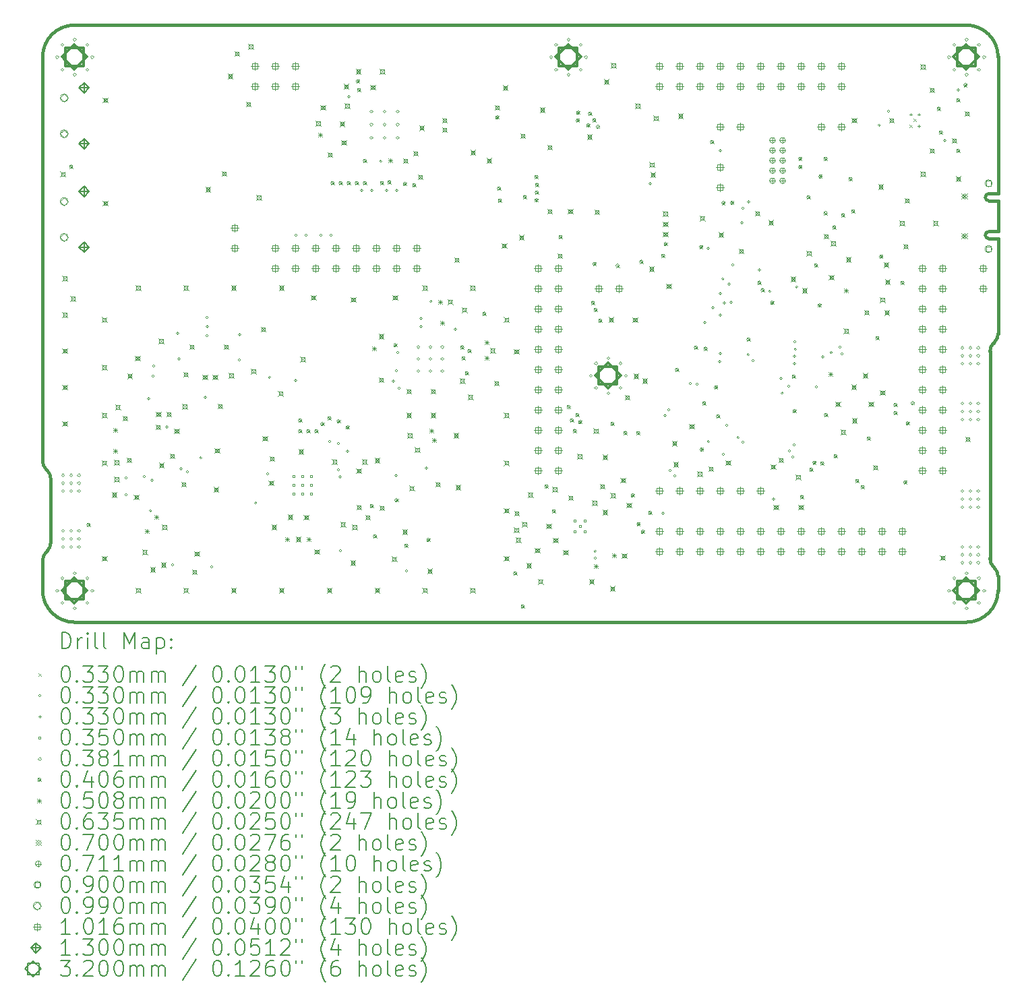
<source format=gbr>
%TF.GenerationSoftware,KiCad,Pcbnew,7.0.10-7.0.10~ubuntu23.04.1*%
%TF.CreationDate,2024-02-22T19:52:03-05:00*%
%TF.ProjectId,hackrf-one,6861636b-7266-42d6-9f6e-652e6b696361,10*%
%TF.SameCoordinates,Original*%
%TF.FileFunction,Drillmap*%
%TF.FilePolarity,Positive*%
%FSLAX45Y45*%
G04 Gerber Fmt 4.5, Leading zero omitted, Abs format (unit mm)*
G04 Created by KiCad (PCBNEW 7.0.10-7.0.10~ubuntu23.04.1) date 2024-02-22 19:52:03*
%MOMM*%
%LPD*%
G01*
G04 APERTURE LIST*
%ADD10C,0.381000*%
%ADD11C,0.200000*%
%ADD12C,0.100000*%
%ADD13C,0.101600*%
%ADD14C,0.130000*%
%ADD15C,0.320040*%
G04 APERTURE END LIST*
D10*
X6102000Y-15700000D02*
G75*
G03*
X6058066Y-15593934I-150000J0D01*
G01*
X17898000Y-14100000D02*
X17898000Y-16700000D01*
X18000000Y-12682500D02*
X17885000Y-12682500D01*
X6000000Y-16726000D02*
X6000000Y-17100000D01*
X6044000Y-16620000D02*
X6058000Y-16606000D01*
X17942000Y-13994000D02*
X17956000Y-13980000D01*
X18000000Y-12592500D02*
X17885000Y-12592500D01*
X18000000Y-17100000D02*
X18000000Y-16926000D01*
X18000000Y-10400000D02*
X18000000Y-12117500D01*
X17885000Y-12592500D02*
G75*
G03*
X17885000Y-12682500I0J-45000D01*
G01*
X17885000Y-12207500D02*
X18000000Y-12207500D01*
X18000000Y-12117500D02*
X17885000Y-12117500D01*
X17600000Y-10000000D02*
X6400000Y-10000000D01*
X18000000Y-16926000D02*
G75*
G03*
X17956066Y-16819934I-150000J0D01*
G01*
X6000000Y-15474000D02*
G75*
G03*
X6043934Y-15580066I150000J0D01*
G01*
X18000000Y-12682500D02*
X18000000Y-13874000D01*
X6000000Y-15474000D02*
X6000000Y-10400000D01*
X17600000Y-17500000D02*
G75*
G03*
X18000000Y-17100000I0J400000D01*
G01*
X17885000Y-12117500D02*
G75*
G03*
X17885000Y-12207500I0J-45000D01*
G01*
X6400000Y-17500000D02*
X17600000Y-17500000D01*
X6000000Y-17100000D02*
G75*
G03*
X6400000Y-17500000I400000J0D01*
G01*
X6102000Y-15700000D02*
X6102000Y-16500000D01*
X17898000Y-16700000D02*
G75*
G03*
X17941934Y-16806066I150000J0D01*
G01*
X17942000Y-16806000D02*
X17956000Y-16820000D01*
X6400000Y-10000000D02*
G75*
G03*
X6000000Y-10400000I0J-400000D01*
G01*
X18000000Y-12207500D02*
X18000000Y-12592500D01*
X6058000Y-15594000D02*
X6044000Y-15580000D01*
X6043934Y-16619934D02*
G75*
G03*
X6000000Y-16726000I106066J-106066D01*
G01*
X17941934Y-13993934D02*
G75*
G03*
X17898000Y-14100000I106066J-106066D01*
G01*
X6058066Y-16606066D02*
G75*
G03*
X6102000Y-16500000I-106066J106066D01*
G01*
X17956066Y-13980066D02*
G75*
G03*
X18000000Y-13874000I-106066J106066D01*
G01*
X18000000Y-10400000D02*
G75*
G03*
X17600000Y-10000000I-400000J0D01*
G01*
D11*
D12*
X16886500Y-11253620D02*
X16919500Y-11286620D01*
X16919500Y-11253620D02*
X16886500Y-11286620D01*
X16936500Y-11178620D02*
X16969500Y-11211620D01*
X16969500Y-11178620D02*
X16936500Y-11211620D01*
X7063610Y-15685700D02*
G75*
G03*
X7030590Y-15685700I-16510J0D01*
G01*
X7030590Y-15685700D02*
G75*
G03*
X7063610Y-15685700I16510J0D01*
G01*
X7063610Y-15901600D02*
G75*
G03*
X7030590Y-15901600I-16510J0D01*
G01*
X7030590Y-15901600D02*
G75*
G03*
X7063610Y-15901600I16510J0D01*
G01*
X7292210Y-15673000D02*
G75*
G03*
X7259190Y-15673000I-16510J0D01*
G01*
X7259190Y-15673000D02*
G75*
G03*
X7292210Y-15673000I16510J0D01*
G01*
X7350630Y-14692560D02*
G75*
G03*
X7317610Y-14692560I-16510J0D01*
G01*
X7317610Y-14692560D02*
G75*
G03*
X7350630Y-14692560I16510J0D01*
G01*
X7369810Y-16098520D02*
G75*
G03*
X7336790Y-16098520I-16510J0D01*
G01*
X7336790Y-16098520D02*
G75*
G03*
X7369810Y-16098520I16510J0D01*
G01*
X7391510Y-15720000D02*
G75*
G03*
X7358490Y-15720000I-16510J0D01*
G01*
X7358490Y-15720000D02*
G75*
G03*
X7391510Y-15720000I16510J0D01*
G01*
X7405850Y-14409720D02*
G75*
G03*
X7372830Y-14409720I-16510J0D01*
G01*
X7372830Y-14409720D02*
G75*
G03*
X7405850Y-14409720I16510J0D01*
G01*
X7410930Y-14282720D02*
G75*
G03*
X7377910Y-14282720I-16510J0D01*
G01*
X7377910Y-14282720D02*
G75*
G03*
X7410930Y-14282720I16510J0D01*
G01*
X7574150Y-15048160D02*
G75*
G03*
X7541130Y-15048160I-16510J0D01*
G01*
X7541130Y-15048160D02*
G75*
G03*
X7574150Y-15048160I16510J0D01*
G01*
X7649280Y-16780380D02*
G75*
G03*
X7616260Y-16780380I-16510J0D01*
G01*
X7616260Y-16780380D02*
G75*
G03*
X7649280Y-16780380I16510J0D01*
G01*
X7713190Y-13873780D02*
G75*
G03*
X7680170Y-13873780I-16510J0D01*
G01*
X7680170Y-13873780D02*
G75*
G03*
X7713190Y-13873780I16510J0D01*
G01*
X7725890Y-14193820D02*
G75*
G03*
X7692870Y-14193820I-16510J0D01*
G01*
X7692870Y-14193820D02*
G75*
G03*
X7725890Y-14193820I16510J0D01*
G01*
X7754490Y-15571400D02*
G75*
G03*
X7721470Y-15571400I-16510J0D01*
G01*
X7721470Y-15571400D02*
G75*
G03*
X7754490Y-15571400I16510J0D01*
G01*
X7835770Y-15609500D02*
G75*
G03*
X7802750Y-15609500I-16510J0D01*
G01*
X7802750Y-15609500D02*
G75*
G03*
X7835770Y-15609500I16510J0D01*
G01*
X8000870Y-15434240D02*
G75*
G03*
X7967850Y-15434240I-16510J0D01*
G01*
X7967850Y-15434240D02*
G75*
G03*
X8000870Y-15434240I16510J0D01*
G01*
X8058150Y-14676120D02*
G75*
G03*
X8025130Y-14676120I-16510J0D01*
G01*
X8025130Y-14676120D02*
G75*
G03*
X8058150Y-14676120I16510J0D01*
G01*
X8081490Y-13673120D02*
G75*
G03*
X8048470Y-13673120I-16510J0D01*
G01*
X8048470Y-13673120D02*
G75*
G03*
X8081490Y-13673120I16510J0D01*
G01*
X8081490Y-13787420D02*
G75*
G03*
X8048470Y-13787420I-16510J0D01*
G01*
X8048470Y-13787420D02*
G75*
G03*
X8081490Y-13787420I16510J0D01*
G01*
X8081490Y-13901720D02*
G75*
G03*
X8048470Y-13901720I-16510J0D01*
G01*
X8048470Y-13901720D02*
G75*
G03*
X8081490Y-13901720I16510J0D01*
G01*
X8137410Y-16804040D02*
G75*
G03*
X8104390Y-16804040I-16510J0D01*
G01*
X8104390Y-16804040D02*
G75*
G03*
X8137410Y-16804040I16510J0D01*
G01*
X8487890Y-13889020D02*
G75*
G03*
X8454870Y-13889020I-16510J0D01*
G01*
X8454870Y-13889020D02*
G75*
G03*
X8487890Y-13889020I16510J0D01*
G01*
X8487890Y-14206520D02*
G75*
G03*
X8454870Y-14206520I-16510J0D01*
G01*
X8454870Y-14206520D02*
G75*
G03*
X8487890Y-14206520I16510J0D01*
G01*
X8691130Y-16003940D02*
G75*
G03*
X8658110Y-16003940I-16510J0D01*
G01*
X8658110Y-16003940D02*
G75*
G03*
X8691130Y-16003940I16510J0D01*
G01*
X8843010Y-15636240D02*
G75*
G03*
X8809990Y-15636240I-16510J0D01*
G01*
X8809990Y-15636240D02*
G75*
G03*
X8843010Y-15636240I16510J0D01*
G01*
X8865390Y-14424360D02*
G75*
G03*
X8832370Y-14424360I-16510J0D01*
G01*
X8832370Y-14424360D02*
G75*
G03*
X8865390Y-14424360I16510J0D01*
G01*
X9193050Y-14462460D02*
G75*
G03*
X9160030Y-14462460I-16510J0D01*
G01*
X9160030Y-14462460D02*
G75*
G03*
X9193050Y-14462460I16510J0D01*
G01*
X9198610Y-12638100D02*
G75*
G03*
X9165590Y-12638100I-16510J0D01*
G01*
X9165590Y-12638100D02*
G75*
G03*
X9198610Y-12638100I16510J0D01*
G01*
X9325610Y-12638100D02*
G75*
G03*
X9292590Y-12638100I-16510J0D01*
G01*
X9292590Y-12638100D02*
G75*
G03*
X9325610Y-12638100I16510J0D01*
G01*
X9511030Y-12638100D02*
G75*
G03*
X9478010Y-12638100I-16510J0D01*
G01*
X9478010Y-12638100D02*
G75*
G03*
X9511030Y-12638100I16510J0D01*
G01*
X9618910Y-15230260D02*
G75*
G03*
X9585890Y-15230260I-16510J0D01*
G01*
X9585890Y-15230260D02*
G75*
G03*
X9618910Y-15230260I16510J0D01*
G01*
X9638550Y-12638440D02*
G75*
G03*
X9605530Y-12638440I-16510J0D01*
G01*
X9605530Y-12638440D02*
G75*
G03*
X9638550Y-12638440I16510J0D01*
G01*
X9729470Y-15585440D02*
G75*
G03*
X9696450Y-15585440I-16510J0D01*
G01*
X9696450Y-15585440D02*
G75*
G03*
X9729470Y-15585440I16510J0D01*
G01*
X9733210Y-15255660D02*
G75*
G03*
X9700190Y-15255660I-16510J0D01*
G01*
X9700190Y-15255660D02*
G75*
G03*
X9733210Y-15255660I16510J0D01*
G01*
X9753530Y-15674760D02*
G75*
G03*
X9720510Y-15674760I-16510J0D01*
G01*
X9720510Y-15674760D02*
G75*
G03*
X9753530Y-15674760I16510J0D01*
G01*
X9755562Y-16602368D02*
G75*
G03*
X9722542Y-16602368I-16510J0D01*
G01*
X9722542Y-16602368D02*
G75*
G03*
X9755562Y-16602368I16510J0D01*
G01*
X9846310Y-15351760D02*
G75*
G03*
X9813290Y-15351760I-16510J0D01*
G01*
X9813290Y-15351760D02*
G75*
G03*
X9846310Y-15351760I16510J0D01*
G01*
X9862820Y-10899470D02*
G75*
G03*
X9829800Y-10899470I-16510J0D01*
G01*
X9829800Y-10899470D02*
G75*
G03*
X9862820Y-10899470I16510J0D01*
G01*
X10024110Y-12076760D02*
G75*
G03*
X9991090Y-12076760I-16510J0D01*
G01*
X9991090Y-12076760D02*
G75*
G03*
X10024110Y-12076760I16510J0D01*
G01*
X10151110Y-12076760D02*
G75*
G03*
X10118090Y-12076760I-16510J0D01*
G01*
X10118090Y-12076760D02*
G75*
G03*
X10151110Y-12076760I16510J0D01*
G01*
X10261600Y-11709730D02*
G75*
G03*
X10228580Y-11709730I-16510J0D01*
G01*
X10228580Y-11709730D02*
G75*
G03*
X10261600Y-11709730I16510J0D01*
G01*
X10336530Y-12076760D02*
G75*
G03*
X10303510Y-12076760I-16510J0D01*
G01*
X10303510Y-12076760D02*
G75*
G03*
X10336530Y-12076760I16510J0D01*
G01*
X10420350Y-14472920D02*
G75*
G03*
X10387330Y-14472920I-16510J0D01*
G01*
X10387330Y-14472920D02*
G75*
G03*
X10420350Y-14472920I16510J0D01*
G01*
X10455910Y-15659100D02*
G75*
G03*
X10422890Y-15659100I-16510J0D01*
G01*
X10422890Y-15659100D02*
G75*
G03*
X10455910Y-15659100I16510J0D01*
G01*
X10457180Y-14342110D02*
G75*
G03*
X10424160Y-14342110I-16510J0D01*
G01*
X10424160Y-14342110D02*
G75*
G03*
X10457180Y-14342110I16510J0D01*
G01*
X10463530Y-12076760D02*
G75*
G03*
X10430510Y-12076760I-16510J0D01*
G01*
X10430510Y-12076760D02*
G75*
G03*
X10463530Y-12076760I16510J0D01*
G01*
X10474960Y-14110970D02*
G75*
G03*
X10441940Y-14110970I-16510J0D01*
G01*
X10441940Y-14110970D02*
G75*
G03*
X10474960Y-14110970I16510J0D01*
G01*
X10491470Y-14561820D02*
G75*
G03*
X10458450Y-14561820I-16510J0D01*
G01*
X10458450Y-14561820D02*
G75*
G03*
X10491470Y-14561820I16510J0D01*
G01*
X10584702Y-16857112D02*
G75*
G03*
X10551682Y-16857112I-16510J0D01*
G01*
X10551682Y-16857112D02*
G75*
G03*
X10584702Y-16857112I16510J0D01*
G01*
X10768330Y-13685520D02*
G75*
G03*
X10735310Y-13685520I-16510J0D01*
G01*
X10735310Y-13685520D02*
G75*
G03*
X10768330Y-13685520I16510J0D01*
G01*
X10768330Y-13784580D02*
G75*
G03*
X10735310Y-13784580I-16510J0D01*
G01*
X10735310Y-13784580D02*
G75*
G03*
X10768330Y-13784580I16510J0D01*
G01*
X10836910Y-15565120D02*
G75*
G03*
X10803890Y-15565120I-16510J0D01*
G01*
X10803890Y-15565120D02*
G75*
G03*
X10836910Y-15565120I16510J0D01*
G01*
X10892790Y-13472160D02*
G75*
G03*
X10859770Y-13472160I-16510J0D01*
G01*
X10859770Y-13472160D02*
G75*
G03*
X10892790Y-13472160I16510J0D01*
G01*
X11198860Y-13818870D02*
G75*
G03*
X11165840Y-13818870I-16510J0D01*
G01*
X11165840Y-13818870D02*
G75*
G03*
X11198860Y-13818870I16510J0D01*
G01*
X12953930Y-16610100D02*
G75*
G03*
X12920910Y-16610100I-16510J0D01*
G01*
X12920910Y-16610100D02*
G75*
G03*
X12953930Y-16610100I16510J0D01*
G01*
X12955790Y-16697360D02*
G75*
G03*
X12922770Y-16697360I-16510J0D01*
G01*
X12922770Y-16697360D02*
G75*
G03*
X12955790Y-16697360I16510J0D01*
G01*
X13646670Y-11990740D02*
G75*
G03*
X13613650Y-11990740I-16510J0D01*
G01*
X13613650Y-11990740D02*
G75*
G03*
X13646670Y-11990740I16510J0D01*
G01*
X13806690Y-16130940D02*
G75*
G03*
X13773670Y-16130940I-16510J0D01*
G01*
X13773670Y-16130940D02*
G75*
G03*
X13806690Y-16130940I16510J0D01*
G01*
X13834630Y-14906660D02*
G75*
G03*
X13801610Y-14906660I-16510J0D01*
G01*
X13801610Y-14906660D02*
G75*
G03*
X13834630Y-14906660I16510J0D01*
G01*
X13880350Y-14835540D02*
G75*
G03*
X13847330Y-14835540I-16510J0D01*
G01*
X13847330Y-14835540D02*
G75*
G03*
X13880350Y-14835540I16510J0D01*
G01*
X13898130Y-15593730D02*
G75*
G03*
X13865110Y-15593730I-16510J0D01*
G01*
X13865110Y-15593730D02*
G75*
G03*
X13898130Y-15593730I16510J0D01*
G01*
X13957820Y-15663580D02*
G75*
G03*
X13924800Y-15663580I-16510J0D01*
G01*
X13924800Y-15663580D02*
G75*
G03*
X13957820Y-15663580I16510J0D01*
G01*
X14149590Y-14500260D02*
G75*
G03*
X14116570Y-14500260I-16510J0D01*
G01*
X14116570Y-14500260D02*
G75*
G03*
X14149590Y-14500260I16510J0D01*
G01*
X14235950Y-14507880D02*
G75*
G03*
X14202930Y-14507880I-16510J0D01*
G01*
X14202930Y-14507880D02*
G75*
G03*
X14235950Y-14507880I16510J0D01*
G01*
X14329930Y-13735720D02*
G75*
G03*
X14296910Y-13735720I-16510J0D01*
G01*
X14296910Y-13735720D02*
G75*
G03*
X14329930Y-13735720I16510J0D01*
G01*
X14377329Y-12803888D02*
G75*
G03*
X14344309Y-12803888I-16510J0D01*
G01*
X14344309Y-12803888D02*
G75*
G03*
X14377329Y-12803888I16510J0D01*
G01*
X14379125Y-15233946D02*
G75*
G03*
X14346105Y-15233946I-16510J0D01*
G01*
X14346105Y-15233946D02*
G75*
G03*
X14379125Y-15233946I16510J0D01*
G01*
X14434803Y-13547454D02*
G75*
G03*
X14401783Y-13547454I-16510J0D01*
G01*
X14401783Y-13547454D02*
G75*
G03*
X14434803Y-13547454I16510J0D01*
G01*
X14517890Y-14225940D02*
G75*
G03*
X14484870Y-14225940I-16510J0D01*
G01*
X14484870Y-14225940D02*
G75*
G03*
X14517890Y-14225940I16510J0D01*
G01*
X14525510Y-11576720D02*
G75*
G03*
X14492490Y-11576720I-16510J0D01*
G01*
X14492490Y-11576720D02*
G75*
G03*
X14525510Y-11576720I16510J0D01*
G01*
X14525510Y-13641740D02*
G75*
G03*
X14492490Y-13641740I-16510J0D01*
G01*
X14492490Y-13641740D02*
G75*
G03*
X14525510Y-13641740I16510J0D01*
G01*
X14525510Y-14124340D02*
G75*
G03*
X14492490Y-14124340I-16510J0D01*
G01*
X14492490Y-14124340D02*
G75*
G03*
X14525510Y-14124340I16510J0D01*
G01*
X14528050Y-13369960D02*
G75*
G03*
X14495030Y-13369960I-16510J0D01*
G01*
X14495030Y-13369960D02*
G75*
G03*
X14528050Y-13369960I16510J0D01*
G01*
X14558530Y-13187080D02*
G75*
G03*
X14525510Y-13187080I-16510J0D01*
G01*
X14525510Y-13187080D02*
G75*
G03*
X14558530Y-13187080I16510J0D01*
G01*
X14566150Y-15391800D02*
G75*
G03*
X14533130Y-15391800I-16510J0D01*
G01*
X14533130Y-15391800D02*
G75*
G03*
X14566150Y-15391800I16510J0D01*
G01*
X14576310Y-13491880D02*
G75*
G03*
X14543290Y-13491880I-16510J0D01*
G01*
X14543290Y-13491880D02*
G75*
G03*
X14576310Y-13491880I16510J0D01*
G01*
X14606790Y-15028580D02*
G75*
G03*
X14573770Y-15028580I-16510J0D01*
G01*
X14573770Y-15028580D02*
G75*
G03*
X14606790Y-15028580I16510J0D01*
G01*
X14637270Y-13253120D02*
G75*
G03*
X14604250Y-13253120I-16510J0D01*
G01*
X14604250Y-13253120D02*
G75*
G03*
X14637270Y-13253120I16510J0D01*
G01*
X14662670Y-13481720D02*
G75*
G03*
X14629650Y-13481720I-16510J0D01*
G01*
X14629650Y-13481720D02*
G75*
G03*
X14662670Y-13481720I16510J0D01*
G01*
X14682990Y-13011820D02*
G75*
G03*
X14649970Y-13011820I-16510J0D01*
G01*
X14649970Y-13011820D02*
G75*
G03*
X14682990Y-13011820I16510J0D01*
G01*
X14749030Y-15180980D02*
G75*
G03*
X14716010Y-15180980I-16510J0D01*
G01*
X14716010Y-15180980D02*
G75*
G03*
X14749030Y-15180980I16510J0D01*
G01*
X14795809Y-12482395D02*
G75*
G03*
X14762789Y-12482395I-16510J0D01*
G01*
X14762789Y-12482395D02*
G75*
G03*
X14795809Y-12482395I16510J0D01*
G01*
X14812530Y-12300620D02*
G75*
G03*
X14779510Y-12300620I-16510J0D01*
G01*
X14779510Y-12300620D02*
G75*
G03*
X14812530Y-12300620I16510J0D01*
G01*
X14812530Y-15239400D02*
G75*
G03*
X14779510Y-15239400I-16510J0D01*
G01*
X14779510Y-15239400D02*
G75*
G03*
X14812530Y-15239400I16510J0D01*
G01*
X14876030Y-14139580D02*
G75*
G03*
X14843010Y-14139580I-16510J0D01*
G01*
X14843010Y-14139580D02*
G75*
G03*
X14876030Y-14139580I16510J0D01*
G01*
X14881110Y-12219340D02*
G75*
G03*
X14848090Y-12219340I-16510J0D01*
G01*
X14848090Y-12219340D02*
G75*
G03*
X14881110Y-12219340I16510J0D01*
G01*
X14936990Y-14213240D02*
G75*
G03*
X14903970Y-14213240I-16510J0D01*
G01*
X14903970Y-14213240D02*
G75*
G03*
X14936990Y-14213240I16510J0D01*
G01*
X15020316Y-13076888D02*
G75*
G03*
X14987296Y-13076888I-16510J0D01*
G01*
X14987296Y-13076888D02*
G75*
G03*
X15020316Y-13076888I16510J0D01*
G01*
X15147810Y-13344560D02*
G75*
G03*
X15114790Y-13344560I-16510J0D01*
G01*
X15114790Y-13344560D02*
G75*
G03*
X15147810Y-13344560I16510J0D01*
G01*
X15198610Y-15953140D02*
G75*
G03*
X15165590Y-15953140I-16510J0D01*
G01*
X15165590Y-15953140D02*
G75*
G03*
X15198610Y-15953140I16510J0D01*
G01*
X15290050Y-14441840D02*
G75*
G03*
X15257030Y-14441840I-16510J0D01*
G01*
X15257030Y-14441840D02*
G75*
G03*
X15290050Y-14441840I16510J0D01*
G01*
X15302750Y-14624720D02*
G75*
G03*
X15269730Y-14624720I-16510J0D01*
G01*
X15269730Y-14624720D02*
G75*
G03*
X15302750Y-14624720I16510J0D01*
G01*
X15386570Y-14535820D02*
G75*
G03*
X15353550Y-14535820I-16510J0D01*
G01*
X15353550Y-14535820D02*
G75*
G03*
X15386570Y-14535820I16510J0D01*
G01*
X15394190Y-15351160D02*
G75*
G03*
X15361170Y-15351160I-16510J0D01*
G01*
X15361170Y-15351160D02*
G75*
G03*
X15394190Y-15351160I16510J0D01*
G01*
X15437370Y-15424820D02*
G75*
G03*
X15404350Y-15424820I-16510J0D01*
G01*
X15404350Y-15424820D02*
G75*
G03*
X15437370Y-15424820I16510J0D01*
G01*
X15453164Y-15273459D02*
G75*
G03*
X15420144Y-15273459I-16510J0D01*
G01*
X15420144Y-15273459D02*
G75*
G03*
X15453164Y-15273459I16510J0D01*
G01*
X15457690Y-14157360D02*
G75*
G03*
X15424670Y-14157360I-16510J0D01*
G01*
X15424670Y-14157360D02*
G75*
G03*
X15457690Y-14157360I16510J0D01*
G01*
X15460230Y-14251340D02*
G75*
G03*
X15427210Y-14251340I-16510J0D01*
G01*
X15427210Y-14251340D02*
G75*
G03*
X15460230Y-14251340I16510J0D01*
G01*
X15462770Y-13979560D02*
G75*
G03*
X15429750Y-13979560I-16510J0D01*
G01*
X15429750Y-13979560D02*
G75*
G03*
X15462770Y-13979560I16510J0D01*
G01*
X15470390Y-14073540D02*
G75*
G03*
X15437370Y-14073540I-16510J0D01*
G01*
X15437370Y-14073540D02*
G75*
G03*
X15470390Y-14073540I16510J0D01*
G01*
X15486646Y-13289696D02*
G75*
G03*
X15453626Y-13289696I-16510J0D01*
G01*
X15453626Y-13289696D02*
G75*
G03*
X15486646Y-13289696I16510J0D01*
G01*
X15734550Y-14543440D02*
G75*
G03*
X15701530Y-14543440I-16510J0D01*
G01*
X15701530Y-14543440D02*
G75*
G03*
X15734550Y-14543440I16510J0D01*
G01*
X15813290Y-14170060D02*
G75*
G03*
X15780270Y-14170060I-16510J0D01*
G01*
X15780270Y-14170060D02*
G75*
G03*
X15813290Y-14170060I16510J0D01*
G01*
X15918341Y-14111414D02*
G75*
G03*
X15885321Y-14111414I-16510J0D01*
G01*
X15885321Y-14111414D02*
G75*
G03*
X15918341Y-14111414I16510J0D01*
G01*
X16029696Y-14043164D02*
G75*
G03*
X15996676Y-14043164I-16510J0D01*
G01*
X15996676Y-14043164D02*
G75*
G03*
X16029696Y-14043164I16510J0D01*
G01*
X16056637Y-14131170D02*
G75*
G03*
X16023617Y-14131170I-16510J0D01*
G01*
X16023617Y-14131170D02*
G75*
G03*
X16056637Y-14131170I16510J0D01*
G01*
X16525010Y-11258620D02*
G75*
G03*
X16491990Y-11258620I-16510J0D01*
G01*
X16491990Y-11258620D02*
G75*
G03*
X16525010Y-11258620I16510J0D01*
G01*
X16639310Y-11080820D02*
G75*
G03*
X16606290Y-11080820I-16510J0D01*
G01*
X16606290Y-11080820D02*
G75*
G03*
X16639310Y-11080820I16510J0D01*
G01*
X17345430Y-11449120D02*
G75*
G03*
X17312410Y-11449120I-16510J0D01*
G01*
X17312410Y-11449120D02*
G75*
G03*
X17345430Y-11449120I16510J0D01*
G01*
X17518150Y-10814120D02*
G75*
G03*
X17485130Y-10814120I-16510J0D01*
G01*
X17485130Y-10814120D02*
G75*
G03*
X17518150Y-10814120I16510J0D01*
G01*
X16903000Y-11103610D02*
X16903000Y-11136630D01*
X16886490Y-11120120D02*
X16919510Y-11120120D01*
X17003000Y-11103610D02*
X17003000Y-11136630D01*
X16986490Y-11120120D02*
X17019510Y-11120120D01*
X17003000Y-11253610D02*
X17003000Y-11286630D01*
X16986490Y-11270120D02*
X17019510Y-11270120D01*
X9164415Y-15678734D02*
X9164415Y-15653985D01*
X9139666Y-15653985D01*
X9139666Y-15678734D01*
X9164415Y-15678734D01*
X9164415Y-15788734D02*
X9164415Y-15763985D01*
X9139666Y-15763985D01*
X9139666Y-15788734D01*
X9164415Y-15788734D01*
X9164415Y-15898734D02*
X9164415Y-15873985D01*
X9139666Y-15873985D01*
X9139666Y-15898734D01*
X9164415Y-15898734D01*
X9274415Y-15678734D02*
X9274415Y-15653985D01*
X9249666Y-15653985D01*
X9249666Y-15678734D01*
X9274415Y-15678734D01*
X9274415Y-15788734D02*
X9274415Y-15763985D01*
X9249666Y-15763985D01*
X9249666Y-15788734D01*
X9274415Y-15788734D01*
X9274415Y-15898734D02*
X9274415Y-15873985D01*
X9249666Y-15873985D01*
X9249666Y-15898734D01*
X9274415Y-15898734D01*
X9384415Y-15678734D02*
X9384415Y-15653985D01*
X9359666Y-15653985D01*
X9359666Y-15678734D01*
X9384415Y-15678734D01*
X9384415Y-15788734D02*
X9384415Y-15763985D01*
X9359666Y-15763985D01*
X9359666Y-15788734D01*
X9384415Y-15788734D01*
X9384415Y-15898734D02*
X9384415Y-15873985D01*
X9359666Y-15873985D01*
X9359666Y-15898734D01*
X9384415Y-15898734D01*
X12693294Y-16238974D02*
X12693294Y-16214225D01*
X12668545Y-16214225D01*
X12668545Y-16238974D01*
X12693294Y-16238974D01*
X12693294Y-16370974D02*
X12693294Y-16346225D01*
X12668545Y-16346225D01*
X12668545Y-16370974D01*
X12693294Y-16370974D01*
X12759294Y-16304974D02*
X12759294Y-16280225D01*
X12734545Y-16280225D01*
X12734545Y-16304974D01*
X12759294Y-16304974D01*
X12825294Y-16238974D02*
X12825294Y-16214225D01*
X12800545Y-16214225D01*
X12800545Y-16238974D01*
X12825294Y-16238974D01*
X12825294Y-16370974D02*
X12825294Y-16346225D01*
X12800545Y-16346225D01*
X12800545Y-16370974D01*
X12825294Y-16370974D01*
X6180000Y-10419050D02*
X6199050Y-10400000D01*
X6180000Y-10380950D01*
X6160950Y-10400000D01*
X6180000Y-10419050D01*
X6180000Y-17119050D02*
X6199050Y-17100000D01*
X6180000Y-17080950D01*
X6160950Y-17100000D01*
X6180000Y-17119050D01*
X6245000Y-10264050D02*
X6264050Y-10245000D01*
X6245000Y-10225950D01*
X6225950Y-10245000D01*
X6245000Y-10264050D01*
X6245000Y-10574050D02*
X6264050Y-10555000D01*
X6245000Y-10535950D01*
X6225950Y-10555000D01*
X6245000Y-10574050D01*
X6245000Y-16964050D02*
X6264050Y-16945000D01*
X6245000Y-16925950D01*
X6225950Y-16945000D01*
X6245000Y-16964050D01*
X6245000Y-17274050D02*
X6264050Y-17255000D01*
X6245000Y-17235950D01*
X6225950Y-17255000D01*
X6245000Y-17274050D01*
X6253000Y-15669050D02*
X6272050Y-15650000D01*
X6253000Y-15630950D01*
X6233950Y-15650000D01*
X6253000Y-15669050D01*
X6253000Y-15769050D02*
X6272050Y-15750000D01*
X6253000Y-15730950D01*
X6233950Y-15750000D01*
X6253000Y-15769050D01*
X6253000Y-15869050D02*
X6272050Y-15850000D01*
X6253000Y-15830950D01*
X6233950Y-15850000D01*
X6253000Y-15869050D01*
X6253000Y-16369050D02*
X6272050Y-16350000D01*
X6253000Y-16330950D01*
X6233950Y-16350000D01*
X6253000Y-16369050D01*
X6253000Y-16469050D02*
X6272050Y-16450000D01*
X6253000Y-16430950D01*
X6233950Y-16450000D01*
X6253000Y-16469050D01*
X6253000Y-16569050D02*
X6272050Y-16550000D01*
X6253000Y-16530950D01*
X6233950Y-16550000D01*
X6253000Y-16569050D01*
X6353000Y-15669050D02*
X6372050Y-15650000D01*
X6353000Y-15630950D01*
X6333950Y-15650000D01*
X6353000Y-15669050D01*
X6353000Y-15769050D02*
X6372050Y-15750000D01*
X6353000Y-15730950D01*
X6333950Y-15750000D01*
X6353000Y-15769050D01*
X6353000Y-15869050D02*
X6372050Y-15850000D01*
X6353000Y-15830950D01*
X6333950Y-15850000D01*
X6353000Y-15869050D01*
X6353000Y-16369050D02*
X6372050Y-16350000D01*
X6353000Y-16330950D01*
X6333950Y-16350000D01*
X6353000Y-16369050D01*
X6353000Y-16469050D02*
X6372050Y-16450000D01*
X6353000Y-16430950D01*
X6333950Y-16450000D01*
X6353000Y-16469050D01*
X6353000Y-16569050D02*
X6372050Y-16550000D01*
X6353000Y-16530950D01*
X6333950Y-16550000D01*
X6353000Y-16569050D01*
X6400000Y-10199050D02*
X6419050Y-10180000D01*
X6400000Y-10160950D01*
X6380950Y-10180000D01*
X6400000Y-10199050D01*
X6400000Y-10639050D02*
X6419050Y-10620000D01*
X6400000Y-10600950D01*
X6380950Y-10620000D01*
X6400000Y-10639050D01*
X6400000Y-16899050D02*
X6419050Y-16880000D01*
X6400000Y-16860950D01*
X6380950Y-16880000D01*
X6400000Y-16899050D01*
X6400000Y-17339050D02*
X6419050Y-17320000D01*
X6400000Y-17300950D01*
X6380950Y-17320000D01*
X6400000Y-17339050D01*
X6453000Y-15669050D02*
X6472050Y-15650000D01*
X6453000Y-15630950D01*
X6433950Y-15650000D01*
X6453000Y-15669050D01*
X6453000Y-15769050D02*
X6472050Y-15750000D01*
X6453000Y-15730950D01*
X6433950Y-15750000D01*
X6453000Y-15769050D01*
X6453000Y-15869050D02*
X6472050Y-15850000D01*
X6453000Y-15830950D01*
X6433950Y-15850000D01*
X6453000Y-15869050D01*
X6453000Y-16369050D02*
X6472050Y-16350000D01*
X6453000Y-16330950D01*
X6433950Y-16350000D01*
X6453000Y-16369050D01*
X6453000Y-16469050D02*
X6472050Y-16450000D01*
X6453000Y-16430950D01*
X6433950Y-16450000D01*
X6453000Y-16469050D01*
X6453000Y-16569050D02*
X6472050Y-16550000D01*
X6453000Y-16530950D01*
X6433950Y-16550000D01*
X6453000Y-16569050D01*
X6555000Y-10264050D02*
X6574050Y-10245000D01*
X6555000Y-10225950D01*
X6535950Y-10245000D01*
X6555000Y-10264050D01*
X6555000Y-10574050D02*
X6574050Y-10555000D01*
X6555000Y-10535950D01*
X6535950Y-10555000D01*
X6555000Y-10574050D01*
X6555000Y-16964050D02*
X6574050Y-16945000D01*
X6555000Y-16925950D01*
X6535950Y-16945000D01*
X6555000Y-16964050D01*
X6555000Y-17274050D02*
X6574050Y-17255000D01*
X6555000Y-17235950D01*
X6535950Y-17255000D01*
X6555000Y-17274050D01*
X6620000Y-10419050D02*
X6639050Y-10400000D01*
X6620000Y-10380950D01*
X6600950Y-10400000D01*
X6620000Y-10419050D01*
X6620000Y-17119050D02*
X6639050Y-17100000D01*
X6620000Y-17080950D01*
X6600950Y-17100000D01*
X6620000Y-17119050D01*
X10124540Y-11100230D02*
X10143590Y-11081180D01*
X10124540Y-11062130D01*
X10105490Y-11081180D01*
X10124540Y-11100230D01*
X10124540Y-11265230D02*
X10143590Y-11246180D01*
X10124540Y-11227130D01*
X10105490Y-11246180D01*
X10124540Y-11265230D01*
X10124540Y-11430230D02*
X10143590Y-11411180D01*
X10124540Y-11392130D01*
X10105490Y-11411180D01*
X10124540Y-11430230D01*
X10289540Y-11100230D02*
X10308590Y-11081180D01*
X10289540Y-11062130D01*
X10270490Y-11081180D01*
X10289540Y-11100230D01*
X10289540Y-11265230D02*
X10308590Y-11246180D01*
X10289540Y-11227130D01*
X10270490Y-11246180D01*
X10289540Y-11265230D01*
X10289540Y-11430230D02*
X10308590Y-11411180D01*
X10289540Y-11392130D01*
X10270490Y-11411180D01*
X10289540Y-11430230D01*
X10454540Y-11100230D02*
X10473590Y-11081180D01*
X10454540Y-11062130D01*
X10435490Y-11081180D01*
X10454540Y-11100230D01*
X10454540Y-11265230D02*
X10473590Y-11246180D01*
X10454540Y-11227130D01*
X10435490Y-11246180D01*
X10454540Y-11265230D01*
X10454540Y-11430230D02*
X10473590Y-11411180D01*
X10454540Y-11392130D01*
X10435490Y-11411180D01*
X10454540Y-11430230D01*
X10714850Y-14058760D02*
X10733900Y-14039710D01*
X10714850Y-14020660D01*
X10695800Y-14039710D01*
X10714850Y-14058760D01*
X10714850Y-14208760D02*
X10733900Y-14189710D01*
X10714850Y-14170660D01*
X10695800Y-14189710D01*
X10714850Y-14208760D01*
X10714850Y-14358760D02*
X10733900Y-14339710D01*
X10714850Y-14320660D01*
X10695800Y-14339710D01*
X10714850Y-14358760D01*
X10864850Y-14058760D02*
X10883900Y-14039710D01*
X10864850Y-14020660D01*
X10845800Y-14039710D01*
X10864850Y-14058760D01*
X10864850Y-14208760D02*
X10883900Y-14189710D01*
X10864850Y-14170660D01*
X10845800Y-14189710D01*
X10864850Y-14208760D01*
X10864850Y-14358760D02*
X10883900Y-14339710D01*
X10864850Y-14320660D01*
X10845800Y-14339710D01*
X10864850Y-14358760D01*
X11014850Y-14058760D02*
X11033900Y-14039710D01*
X11014850Y-14020660D01*
X10995800Y-14039710D01*
X11014850Y-14058760D01*
X11014850Y-14208760D02*
X11033900Y-14189710D01*
X11014850Y-14170660D01*
X10995800Y-14189710D01*
X11014850Y-14208760D01*
X11014850Y-14358760D02*
X11033900Y-14339710D01*
X11014850Y-14320660D01*
X10995800Y-14339710D01*
X11014850Y-14358760D01*
X12380000Y-10419050D02*
X12399050Y-10400000D01*
X12380000Y-10380950D01*
X12360950Y-10400000D01*
X12380000Y-10419050D01*
X12445000Y-10264050D02*
X12464050Y-10245000D01*
X12445000Y-10225950D01*
X12425950Y-10245000D01*
X12445000Y-10264050D01*
X12445000Y-10574050D02*
X12464050Y-10555000D01*
X12445000Y-10535950D01*
X12425950Y-10555000D01*
X12445000Y-10574050D01*
X12600000Y-10199050D02*
X12619050Y-10180000D01*
X12600000Y-10160950D01*
X12580950Y-10180000D01*
X12600000Y-10199050D01*
X12600000Y-10639050D02*
X12619050Y-10620000D01*
X12600000Y-10600950D01*
X12580950Y-10620000D01*
X12600000Y-10639050D01*
X12755000Y-10264050D02*
X12774050Y-10245000D01*
X12755000Y-10225950D01*
X12735950Y-10245000D01*
X12755000Y-10264050D01*
X12755000Y-10574050D02*
X12774050Y-10555000D01*
X12755000Y-10535950D01*
X12735950Y-10555000D01*
X12755000Y-10574050D01*
X12820000Y-10419050D02*
X12839050Y-10400000D01*
X12820000Y-10380950D01*
X12800950Y-10400000D01*
X12820000Y-10419050D01*
X12880000Y-14419050D02*
X12899050Y-14400000D01*
X12880000Y-14380950D01*
X12860950Y-14400000D01*
X12880000Y-14419050D01*
X12945000Y-14264050D02*
X12964050Y-14245000D01*
X12945000Y-14225950D01*
X12925950Y-14245000D01*
X12945000Y-14264050D01*
X12945000Y-14574050D02*
X12964050Y-14555000D01*
X12945000Y-14535950D01*
X12925950Y-14555000D01*
X12945000Y-14574050D01*
X13100000Y-14199050D02*
X13119050Y-14180000D01*
X13100000Y-14160950D01*
X13080950Y-14180000D01*
X13100000Y-14199050D01*
X13100000Y-14639050D02*
X13119050Y-14620000D01*
X13100000Y-14600950D01*
X13080950Y-14620000D01*
X13100000Y-14639050D01*
X13255000Y-14264050D02*
X13274050Y-14245000D01*
X13255000Y-14225950D01*
X13235950Y-14245000D01*
X13255000Y-14264050D01*
X13255000Y-14574050D02*
X13274050Y-14555000D01*
X13255000Y-14535950D01*
X13235950Y-14555000D01*
X13255000Y-14574050D01*
X13320000Y-14419050D02*
X13339050Y-14400000D01*
X13320000Y-14380950D01*
X13300950Y-14400000D01*
X13320000Y-14419050D01*
X17380000Y-10419050D02*
X17399050Y-10400000D01*
X17380000Y-10380950D01*
X17360950Y-10400000D01*
X17380000Y-10419050D01*
X17380000Y-17119050D02*
X17399050Y-17100000D01*
X17380000Y-17080950D01*
X17360950Y-17100000D01*
X17380000Y-17119050D01*
X17445000Y-10264050D02*
X17464050Y-10245000D01*
X17445000Y-10225950D01*
X17425950Y-10245000D01*
X17445000Y-10264050D01*
X17445000Y-10574050D02*
X17464050Y-10555000D01*
X17445000Y-10535950D01*
X17425950Y-10555000D01*
X17445000Y-10574050D01*
X17445000Y-16964050D02*
X17464050Y-16945000D01*
X17445000Y-16925950D01*
X17425950Y-16945000D01*
X17445000Y-16964050D01*
X17445000Y-17274050D02*
X17464050Y-17255000D01*
X17445000Y-17235950D01*
X17425950Y-17255000D01*
X17445000Y-17274050D01*
X17547000Y-14069050D02*
X17566050Y-14050000D01*
X17547000Y-14030950D01*
X17527950Y-14050000D01*
X17547000Y-14069050D01*
X17547000Y-14169050D02*
X17566050Y-14150000D01*
X17547000Y-14130950D01*
X17527950Y-14150000D01*
X17547000Y-14169050D01*
X17547000Y-14269050D02*
X17566050Y-14250000D01*
X17547000Y-14230950D01*
X17527950Y-14250000D01*
X17547000Y-14269050D01*
X17547000Y-14769050D02*
X17566050Y-14750000D01*
X17547000Y-14730950D01*
X17527950Y-14750000D01*
X17547000Y-14769050D01*
X17547000Y-14869050D02*
X17566050Y-14850000D01*
X17547000Y-14830950D01*
X17527950Y-14850000D01*
X17547000Y-14869050D01*
X17547000Y-14969050D02*
X17566050Y-14950000D01*
X17547000Y-14930950D01*
X17527950Y-14950000D01*
X17547000Y-14969050D01*
X17547000Y-15869050D02*
X17566050Y-15850000D01*
X17547000Y-15830950D01*
X17527950Y-15850000D01*
X17547000Y-15869050D01*
X17547000Y-15969050D02*
X17566050Y-15950000D01*
X17547000Y-15930950D01*
X17527950Y-15950000D01*
X17547000Y-15969050D01*
X17547000Y-16069050D02*
X17566050Y-16050000D01*
X17547000Y-16030950D01*
X17527950Y-16050000D01*
X17547000Y-16069050D01*
X17547000Y-16569050D02*
X17566050Y-16550000D01*
X17547000Y-16530950D01*
X17527950Y-16550000D01*
X17547000Y-16569050D01*
X17547000Y-16669050D02*
X17566050Y-16650000D01*
X17547000Y-16630950D01*
X17527950Y-16650000D01*
X17547000Y-16669050D01*
X17547000Y-16769050D02*
X17566050Y-16750000D01*
X17547000Y-16730950D01*
X17527950Y-16750000D01*
X17547000Y-16769050D01*
X17600000Y-10199050D02*
X17619050Y-10180000D01*
X17600000Y-10160950D01*
X17580950Y-10180000D01*
X17600000Y-10199050D01*
X17600000Y-10639050D02*
X17619050Y-10620000D01*
X17600000Y-10600950D01*
X17580950Y-10620000D01*
X17600000Y-10639050D01*
X17600000Y-16899050D02*
X17619050Y-16880000D01*
X17600000Y-16860950D01*
X17580950Y-16880000D01*
X17600000Y-16899050D01*
X17600000Y-17339050D02*
X17619050Y-17320000D01*
X17600000Y-17300950D01*
X17580950Y-17320000D01*
X17600000Y-17339050D01*
X17647000Y-14069050D02*
X17666050Y-14050000D01*
X17647000Y-14030950D01*
X17627950Y-14050000D01*
X17647000Y-14069050D01*
X17647000Y-14169050D02*
X17666050Y-14150000D01*
X17647000Y-14130950D01*
X17627950Y-14150000D01*
X17647000Y-14169050D01*
X17647000Y-14269050D02*
X17666050Y-14250000D01*
X17647000Y-14230950D01*
X17627950Y-14250000D01*
X17647000Y-14269050D01*
X17647000Y-14769050D02*
X17666050Y-14750000D01*
X17647000Y-14730950D01*
X17627950Y-14750000D01*
X17647000Y-14769050D01*
X17647000Y-14869050D02*
X17666050Y-14850000D01*
X17647000Y-14830950D01*
X17627950Y-14850000D01*
X17647000Y-14869050D01*
X17647000Y-14969050D02*
X17666050Y-14950000D01*
X17647000Y-14930950D01*
X17627950Y-14950000D01*
X17647000Y-14969050D01*
X17647000Y-15869050D02*
X17666050Y-15850000D01*
X17647000Y-15830950D01*
X17627950Y-15850000D01*
X17647000Y-15869050D01*
X17647000Y-15969050D02*
X17666050Y-15950000D01*
X17647000Y-15930950D01*
X17627950Y-15950000D01*
X17647000Y-15969050D01*
X17647000Y-16069050D02*
X17666050Y-16050000D01*
X17647000Y-16030950D01*
X17627950Y-16050000D01*
X17647000Y-16069050D01*
X17647000Y-16569050D02*
X17666050Y-16550000D01*
X17647000Y-16530950D01*
X17627950Y-16550000D01*
X17647000Y-16569050D01*
X17647000Y-16669050D02*
X17666050Y-16650000D01*
X17647000Y-16630950D01*
X17627950Y-16650000D01*
X17647000Y-16669050D01*
X17647000Y-16769050D02*
X17666050Y-16750000D01*
X17647000Y-16730950D01*
X17627950Y-16750000D01*
X17647000Y-16769050D01*
X17747000Y-14069050D02*
X17766050Y-14050000D01*
X17747000Y-14030950D01*
X17727950Y-14050000D01*
X17747000Y-14069050D01*
X17747000Y-14169050D02*
X17766050Y-14150000D01*
X17747000Y-14130950D01*
X17727950Y-14150000D01*
X17747000Y-14169050D01*
X17747000Y-14269050D02*
X17766050Y-14250000D01*
X17747000Y-14230950D01*
X17727950Y-14250000D01*
X17747000Y-14269050D01*
X17747000Y-14769050D02*
X17766050Y-14750000D01*
X17747000Y-14730950D01*
X17727950Y-14750000D01*
X17747000Y-14769050D01*
X17747000Y-14869050D02*
X17766050Y-14850000D01*
X17747000Y-14830950D01*
X17727950Y-14850000D01*
X17747000Y-14869050D01*
X17747000Y-14969050D02*
X17766050Y-14950000D01*
X17747000Y-14930950D01*
X17727950Y-14950000D01*
X17747000Y-14969050D01*
X17747000Y-15869050D02*
X17766050Y-15850000D01*
X17747000Y-15830950D01*
X17727950Y-15850000D01*
X17747000Y-15869050D01*
X17747000Y-15969050D02*
X17766050Y-15950000D01*
X17747000Y-15930950D01*
X17727950Y-15950000D01*
X17747000Y-15969050D01*
X17747000Y-16069050D02*
X17766050Y-16050000D01*
X17747000Y-16030950D01*
X17727950Y-16050000D01*
X17747000Y-16069050D01*
X17747000Y-16569050D02*
X17766050Y-16550000D01*
X17747000Y-16530950D01*
X17727950Y-16550000D01*
X17747000Y-16569050D01*
X17747000Y-16669050D02*
X17766050Y-16650000D01*
X17747000Y-16630950D01*
X17727950Y-16650000D01*
X17747000Y-16669050D01*
X17747000Y-16769050D02*
X17766050Y-16750000D01*
X17747000Y-16730950D01*
X17727950Y-16750000D01*
X17747000Y-16769050D01*
X17755000Y-10264050D02*
X17774050Y-10245000D01*
X17755000Y-10225950D01*
X17735950Y-10245000D01*
X17755000Y-10264050D01*
X17755000Y-10574050D02*
X17774050Y-10555000D01*
X17755000Y-10535950D01*
X17735950Y-10555000D01*
X17755000Y-10574050D01*
X17755000Y-16964050D02*
X17774050Y-16945000D01*
X17755000Y-16925950D01*
X17735950Y-16945000D01*
X17755000Y-16964050D01*
X17755000Y-17274050D02*
X17774050Y-17255000D01*
X17755000Y-17235950D01*
X17735950Y-17255000D01*
X17755000Y-17274050D01*
X17820000Y-10419050D02*
X17839050Y-10400000D01*
X17820000Y-10380950D01*
X17800950Y-10400000D01*
X17820000Y-10419050D01*
X17820000Y-17119050D02*
X17839050Y-17100000D01*
X17820000Y-17080950D01*
X17800950Y-17100000D01*
X17820000Y-17119050D01*
X6337820Y-11757060D02*
X6378460Y-11797700D01*
X6378460Y-11757060D02*
X6337820Y-11797700D01*
X6378460Y-11777380D02*
G75*
G03*
X6337820Y-11777380I-20320J0D01*
G01*
X6337820Y-11777380D02*
G75*
G03*
X6378460Y-11777380I20320J0D01*
G01*
X6554680Y-16258680D02*
X6595320Y-16299320D01*
X6595320Y-16258680D02*
X6554680Y-16299320D01*
X6595320Y-16279000D02*
G75*
G03*
X6554680Y-16279000I-20320J0D01*
G01*
X6554680Y-16279000D02*
G75*
G03*
X6595320Y-16279000I20320J0D01*
G01*
X9213780Y-14945780D02*
X9254420Y-14986420D01*
X9254420Y-14945780D02*
X9213780Y-14986420D01*
X9254420Y-14966100D02*
G75*
G03*
X9213780Y-14966100I-20320J0D01*
G01*
X9213780Y-14966100D02*
G75*
G03*
X9254420Y-14966100I20320J0D01*
G01*
X9213780Y-15080400D02*
X9254420Y-15121040D01*
X9254420Y-15080400D02*
X9213780Y-15121040D01*
X9254420Y-15100720D02*
G75*
G03*
X9213780Y-15100720I-20320J0D01*
G01*
X9213780Y-15100720D02*
G75*
G03*
X9254420Y-15100720I20320J0D01*
G01*
X9315380Y-15080400D02*
X9356020Y-15121040D01*
X9356020Y-15080400D02*
X9315380Y-15121040D01*
X9356020Y-15100720D02*
G75*
G03*
X9315380Y-15100720I-20320J0D01*
G01*
X9315380Y-15100720D02*
G75*
G03*
X9356020Y-15100720I20320J0D01*
G01*
X9416980Y-15080400D02*
X9457620Y-15121040D01*
X9457620Y-15080400D02*
X9416980Y-15121040D01*
X9457620Y-15100720D02*
G75*
G03*
X9416980Y-15100720I-20320J0D01*
G01*
X9416980Y-15100720D02*
G75*
G03*
X9457620Y-15100720I20320J0D01*
G01*
X9492500Y-14990480D02*
X9533140Y-15031120D01*
X9533140Y-14990480D02*
X9492500Y-15031120D01*
X9533140Y-15010800D02*
G75*
G03*
X9492500Y-15010800I-20320J0D01*
G01*
X9492500Y-15010800D02*
G75*
G03*
X9533140Y-15010800I20320J0D01*
G01*
X9582080Y-14917840D02*
X9622720Y-14958480D01*
X9622720Y-14917840D02*
X9582080Y-14958480D01*
X9622720Y-14938160D02*
G75*
G03*
X9582080Y-14938160I-20320J0D01*
G01*
X9582080Y-14938160D02*
G75*
G03*
X9622720Y-14938160I20320J0D01*
G01*
X9621520Y-11962460D02*
X9662160Y-12003100D01*
X9662160Y-11962460D02*
X9621520Y-12003100D01*
X9662160Y-11982780D02*
G75*
G03*
X9621520Y-11982780I-20320J0D01*
G01*
X9621520Y-11982780D02*
G75*
G03*
X9662160Y-11982780I20320J0D01*
G01*
X9696380Y-14955940D02*
X9737020Y-14996580D01*
X9737020Y-14955940D02*
X9696380Y-14996580D01*
X9737020Y-14976260D02*
G75*
G03*
X9696380Y-14976260I-20320J0D01*
G01*
X9696380Y-14976260D02*
G75*
G03*
X9737020Y-14976260I20320J0D01*
G01*
X9723120Y-11962460D02*
X9763760Y-12003100D01*
X9763760Y-11962460D02*
X9723120Y-12003100D01*
X9763760Y-11982780D02*
G75*
G03*
X9723120Y-11982780I-20320J0D01*
G01*
X9723120Y-11982780D02*
G75*
G03*
X9763760Y-11982780I20320J0D01*
G01*
X9810680Y-15032140D02*
X9851320Y-15072780D01*
X9851320Y-15032140D02*
X9810680Y-15072780D01*
X9851320Y-15052460D02*
G75*
G03*
X9810680Y-15052460I-20320J0D01*
G01*
X9810680Y-15052460D02*
G75*
G03*
X9851320Y-15052460I20320J0D01*
G01*
X9824720Y-11962460D02*
X9865360Y-12003100D01*
X9865360Y-11962460D02*
X9824720Y-12003100D01*
X9865360Y-11982780D02*
G75*
G03*
X9824720Y-11982780I-20320J0D01*
G01*
X9824720Y-11982780D02*
G75*
G03*
X9865360Y-11982780I20320J0D01*
G01*
X9926320Y-11962460D02*
X9966960Y-12003100D01*
X9966960Y-11962460D02*
X9926320Y-12003100D01*
X9966960Y-11982780D02*
G75*
G03*
X9926320Y-11982780I-20320J0D01*
G01*
X9926320Y-11982780D02*
G75*
G03*
X9966960Y-11982780I20320J0D01*
G01*
X9939540Y-10685180D02*
X9980180Y-10725820D01*
X9980180Y-10685180D02*
X9939540Y-10725820D01*
X9980180Y-10705500D02*
G75*
G03*
X9939540Y-10705500I-20320J0D01*
G01*
X9939540Y-10705500D02*
G75*
G03*
X9980180Y-10705500I20320J0D01*
G01*
X9953764Y-10794400D02*
X9994404Y-10835040D01*
X9994404Y-10794400D02*
X9953764Y-10835040D01*
X9994404Y-10814720D02*
G75*
G03*
X9953764Y-10814720I-20320J0D01*
G01*
X9953764Y-10814720D02*
G75*
G03*
X9994404Y-10814720I20320J0D01*
G01*
X10027920Y-11683060D02*
X10068560Y-11723700D01*
X10068560Y-11683060D02*
X10027920Y-11723700D01*
X10068560Y-11703380D02*
G75*
G03*
X10027920Y-11703380I-20320J0D01*
G01*
X10027920Y-11703380D02*
G75*
G03*
X10068560Y-11703380I20320J0D01*
G01*
X10027920Y-11962460D02*
X10068560Y-12003100D01*
X10068560Y-11962460D02*
X10027920Y-12003100D01*
X10068560Y-11982780D02*
G75*
G03*
X10027920Y-11982780I-20320J0D01*
G01*
X10027920Y-11982780D02*
G75*
G03*
X10068560Y-11982780I20320J0D01*
G01*
X10112260Y-16021720D02*
X10152900Y-16062360D01*
X10152900Y-16021720D02*
X10112260Y-16062360D01*
X10152900Y-16042040D02*
G75*
G03*
X10112260Y-16042040I-20320J0D01*
G01*
X10112260Y-16042040D02*
G75*
G03*
X10152900Y-16042040I20320J0D01*
G01*
X10152900Y-16400180D02*
X10193540Y-16440820D01*
X10193540Y-16400180D02*
X10152900Y-16440820D01*
X10193540Y-16420500D02*
G75*
G03*
X10152900Y-16420500I-20320J0D01*
G01*
X10152900Y-16420500D02*
G75*
G03*
X10193540Y-16420500I20320J0D01*
G01*
X10241280Y-11962460D02*
X10281920Y-12003100D01*
X10281920Y-11962460D02*
X10241280Y-12003100D01*
X10281920Y-11982780D02*
G75*
G03*
X10241280Y-11982780I-20320J0D01*
G01*
X10241280Y-11982780D02*
G75*
G03*
X10281920Y-11982780I20320J0D01*
G01*
X10332720Y-11952300D02*
X10373360Y-11992940D01*
X10373360Y-11952300D02*
X10332720Y-11992940D01*
X10373360Y-11972620D02*
G75*
G03*
X10332720Y-11972620I-20320J0D01*
G01*
X10332720Y-11972620D02*
G75*
G03*
X10373360Y-11972620I20320J0D01*
G01*
X10407650Y-13999210D02*
X10448290Y-14039850D01*
X10448290Y-13999210D02*
X10407650Y-14039850D01*
X10448290Y-14019530D02*
G75*
G03*
X10407650Y-14019530I-20320J0D01*
G01*
X10407650Y-14019530D02*
G75*
G03*
X10448290Y-14019530I20320J0D01*
G01*
X10424080Y-15946120D02*
X10464720Y-15986760D01*
X10464720Y-15946120D02*
X10424080Y-15986760D01*
X10464720Y-15966440D02*
G75*
G03*
X10424080Y-15966440I-20320J0D01*
G01*
X10424080Y-15966440D02*
G75*
G03*
X10464720Y-15966440I20320J0D01*
G01*
X10528820Y-11975500D02*
X10569460Y-12016140D01*
X10569460Y-11975500D02*
X10528820Y-12016140D01*
X10569460Y-11995820D02*
G75*
G03*
X10528820Y-11995820I-20320J0D01*
G01*
X10528820Y-11995820D02*
G75*
G03*
X10569460Y-11995820I20320J0D01*
G01*
X10547872Y-16518368D02*
X10588512Y-16559008D01*
X10588512Y-16518368D02*
X10547872Y-16559008D01*
X10588512Y-16538688D02*
G75*
G03*
X10547872Y-16538688I-20320J0D01*
G01*
X10547872Y-16538688D02*
G75*
G03*
X10588512Y-16538688I20320J0D01*
G01*
X10645660Y-11990740D02*
X10686300Y-12031380D01*
X10686300Y-11990740D02*
X10645660Y-12031380D01*
X10686300Y-12011060D02*
G75*
G03*
X10645660Y-12011060I-20320J0D01*
G01*
X10645660Y-12011060D02*
G75*
G03*
X10686300Y-12011060I20320J0D01*
G01*
X10822940Y-16446500D02*
X10863580Y-16487140D01*
X10863580Y-16446500D02*
X10822940Y-16487140D01*
X10863580Y-16466820D02*
G75*
G03*
X10822940Y-16466820I-20320J0D01*
G01*
X10822940Y-16466820D02*
G75*
G03*
X10863580Y-16466820I20320J0D01*
G01*
X11250930Y-14027150D02*
X11291570Y-14067790D01*
X11291570Y-14027150D02*
X11250930Y-14067790D01*
X11291570Y-14047470D02*
G75*
G03*
X11250930Y-14047470I-20320J0D01*
G01*
X11250930Y-14047470D02*
G75*
G03*
X11291570Y-14047470I20320J0D01*
G01*
X11266170Y-14164310D02*
X11306810Y-14204950D01*
X11306810Y-14164310D02*
X11266170Y-14204950D01*
X11306810Y-14184630D02*
G75*
G03*
X11266170Y-14184630I-20320J0D01*
G01*
X11266170Y-14184630D02*
G75*
G03*
X11306810Y-14184630I20320J0D01*
G01*
X11308600Y-14352940D02*
X11349240Y-14393580D01*
X11349240Y-14352940D02*
X11308600Y-14393580D01*
X11349240Y-14373260D02*
G75*
G03*
X11308600Y-14373260I-20320J0D01*
G01*
X11308600Y-14373260D02*
G75*
G03*
X11349240Y-14373260I20320J0D01*
G01*
X11339830Y-14070330D02*
X11380470Y-14110970D01*
X11380470Y-14070330D02*
X11339830Y-14110970D01*
X11380470Y-14090650D02*
G75*
G03*
X11339830Y-14090650I-20320J0D01*
G01*
X11339830Y-14090650D02*
G75*
G03*
X11380470Y-14090650I20320J0D01*
G01*
X11526520Y-13604240D02*
X11567160Y-13644880D01*
X11567160Y-13604240D02*
X11526520Y-13644880D01*
X11567160Y-13624560D02*
G75*
G03*
X11526520Y-13624560I-20320J0D01*
G01*
X11526520Y-13624560D02*
G75*
G03*
X11567160Y-13624560I20320J0D01*
G01*
X11689080Y-11137900D02*
X11729720Y-11178540D01*
X11729720Y-11137900D02*
X11689080Y-11178540D01*
X11729720Y-11158220D02*
G75*
G03*
X11689080Y-11158220I-20320J0D01*
G01*
X11689080Y-11158220D02*
G75*
G03*
X11729720Y-11158220I20320J0D01*
G01*
X11712460Y-12031380D02*
X11753100Y-12072020D01*
X11753100Y-12031380D02*
X11712460Y-12072020D01*
X11753100Y-12051700D02*
G75*
G03*
X11712460Y-12051700I-20320J0D01*
G01*
X11712460Y-12051700D02*
G75*
G03*
X11753100Y-12051700I20320J0D01*
G01*
X11722620Y-12183780D02*
X11763260Y-12224420D01*
X11763260Y-12183780D02*
X11722620Y-12224420D01*
X11763260Y-12204100D02*
G75*
G03*
X11722620Y-12204100I-20320J0D01*
G01*
X11722620Y-12204100D02*
G75*
G03*
X11763260Y-12204100I20320J0D01*
G01*
X11915090Y-16864330D02*
X11955730Y-16904970D01*
X11955730Y-16864330D02*
X11915090Y-16904970D01*
X11955730Y-16884650D02*
G75*
G03*
X11915090Y-16884650I-20320J0D01*
G01*
X11915090Y-16884650D02*
G75*
G03*
X11955730Y-16884650I20320J0D01*
G01*
X12009120Y-17282160D02*
X12049760Y-17322800D01*
X12049760Y-17282160D02*
X12009120Y-17322800D01*
X12049760Y-17302480D02*
G75*
G03*
X12009120Y-17302480I-20320J0D01*
G01*
X12009120Y-17302480D02*
G75*
G03*
X12049760Y-17302480I20320J0D01*
G01*
X12035040Y-12138060D02*
X12075680Y-12178700D01*
X12075680Y-12138060D02*
X12035040Y-12178700D01*
X12075680Y-12158380D02*
G75*
G03*
X12035040Y-12158380I-20320J0D01*
G01*
X12035040Y-12158380D02*
G75*
G03*
X12075680Y-12158380I20320J0D01*
G01*
X12182360Y-11886600D02*
X12223000Y-11927240D01*
X12223000Y-11886600D02*
X12182360Y-11927240D01*
X12223000Y-11906920D02*
G75*
G03*
X12182360Y-11906920I-20320J0D01*
G01*
X12182360Y-11906920D02*
G75*
G03*
X12223000Y-11906920I20320J0D01*
G01*
X12182360Y-12178700D02*
X12223000Y-12219340D01*
X12223000Y-12178700D02*
X12182360Y-12219340D01*
X12223000Y-12199020D02*
G75*
G03*
X12182360Y-12199020I-20320J0D01*
G01*
X12182360Y-12199020D02*
G75*
G03*
X12223000Y-12199020I20320J0D01*
G01*
X12184900Y-12082180D02*
X12225540Y-12122820D01*
X12225540Y-12082180D02*
X12184900Y-12122820D01*
X12225540Y-12102500D02*
G75*
G03*
X12184900Y-12102500I-20320J0D01*
G01*
X12184900Y-12102500D02*
G75*
G03*
X12225540Y-12102500I20320J0D01*
G01*
X12187440Y-11985660D02*
X12228080Y-12026300D01*
X12228080Y-11985660D02*
X12187440Y-12026300D01*
X12228080Y-12005980D02*
G75*
G03*
X12187440Y-12005980I-20320J0D01*
G01*
X12187440Y-12005980D02*
G75*
G03*
X12228080Y-12005980I20320J0D01*
G01*
X12309360Y-15775340D02*
X12350000Y-15815980D01*
X12350000Y-15775340D02*
X12309360Y-15815980D01*
X12350000Y-15795660D02*
G75*
G03*
X12309360Y-15795660I-20320J0D01*
G01*
X12309360Y-15795660D02*
G75*
G03*
X12350000Y-15795660I20320J0D01*
G01*
X12400800Y-16087760D02*
X12441440Y-16128400D01*
X12441440Y-16087760D02*
X12400800Y-16128400D01*
X12441440Y-16108080D02*
G75*
G03*
X12400800Y-16108080I-20320J0D01*
G01*
X12400800Y-16108080D02*
G75*
G03*
X12441440Y-16108080I20320J0D01*
G01*
X12484620Y-12640980D02*
X12525260Y-12681620D01*
X12525260Y-12640980D02*
X12484620Y-12681620D01*
X12525260Y-12661300D02*
G75*
G03*
X12484620Y-12661300I-20320J0D01*
G01*
X12484620Y-12661300D02*
G75*
G03*
X12525260Y-12661300I20320J0D01*
G01*
X12588760Y-14777120D02*
X12629400Y-14817760D01*
X12629400Y-14777120D02*
X12588760Y-14817760D01*
X12629400Y-14797440D02*
G75*
G03*
X12588760Y-14797440I-20320J0D01*
G01*
X12588760Y-14797440D02*
G75*
G03*
X12629400Y-14797440I20320J0D01*
G01*
X12626860Y-14942220D02*
X12667500Y-14982860D01*
X12667500Y-14942220D02*
X12626860Y-14982860D01*
X12667500Y-14962540D02*
G75*
G03*
X12626860Y-14962540I-20320J0D01*
G01*
X12626860Y-14962540D02*
G75*
G03*
X12667500Y-14962540I20320J0D01*
G01*
X12664960Y-15076840D02*
X12705600Y-15117480D01*
X12705600Y-15076840D02*
X12664960Y-15117480D01*
X12705600Y-15097160D02*
G75*
G03*
X12664960Y-15097160I-20320J0D01*
G01*
X12664960Y-15097160D02*
G75*
G03*
X12705600Y-15097160I20320J0D01*
G01*
X12695440Y-14876180D02*
X12736080Y-14916820D01*
X12736080Y-14876180D02*
X12695440Y-14916820D01*
X12736080Y-14896500D02*
G75*
G03*
X12695440Y-14896500I-20320J0D01*
G01*
X12695440Y-14896500D02*
G75*
G03*
X12736080Y-14896500I20320J0D01*
G01*
X12700520Y-11177940D02*
X12741160Y-11218580D01*
X12741160Y-11177940D02*
X12700520Y-11218580D01*
X12741160Y-11198260D02*
G75*
G03*
X12700520Y-11198260I-20320J0D01*
G01*
X12700520Y-11198260D02*
G75*
G03*
X12741160Y-11198260I20320J0D01*
G01*
X12705600Y-11078880D02*
X12746240Y-11119520D01*
X12746240Y-11078880D02*
X12705600Y-11119520D01*
X12746240Y-11099200D02*
G75*
G03*
X12705600Y-11099200I-20320J0D01*
G01*
X12705600Y-11099200D02*
G75*
G03*
X12746240Y-11099200I20320J0D01*
G01*
X12731000Y-14965080D02*
X12771640Y-15005720D01*
X12771640Y-14965080D02*
X12731000Y-15005720D01*
X12771640Y-14985400D02*
G75*
G03*
X12731000Y-14985400I-20320J0D01*
G01*
X12731000Y-14985400D02*
G75*
G03*
X12771640Y-14985400I20320J0D01*
G01*
X12832600Y-11238900D02*
X12873240Y-11279540D01*
X12873240Y-11238900D02*
X12832600Y-11279540D01*
X12873240Y-11259220D02*
G75*
G03*
X12832600Y-11259220I-20320J0D01*
G01*
X12832600Y-11259220D02*
G75*
G03*
X12873240Y-11259220I20320J0D01*
G01*
X12855460Y-11091580D02*
X12896100Y-11132220D01*
X12896100Y-11091580D02*
X12855460Y-11132220D01*
X12896100Y-11111900D02*
G75*
G03*
X12855460Y-11111900I-20320J0D01*
G01*
X12855460Y-11111900D02*
G75*
G03*
X12896100Y-11111900I20320J0D01*
G01*
X12891020Y-13469020D02*
X12931660Y-13509660D01*
X12931660Y-13469020D02*
X12891020Y-13509660D01*
X12931660Y-13489340D02*
G75*
G03*
X12891020Y-13489340I-20320J0D01*
G01*
X12891020Y-13489340D02*
G75*
G03*
X12931660Y-13489340I20320J0D01*
G01*
X12906260Y-11172860D02*
X12946900Y-11213500D01*
X12946900Y-11172860D02*
X12906260Y-11213500D01*
X12946900Y-11193180D02*
G75*
G03*
X12906260Y-11193180I-20320J0D01*
G01*
X12906260Y-11193180D02*
G75*
G03*
X12946900Y-11193180I20320J0D01*
G01*
X12911340Y-12978800D02*
X12951980Y-13019440D01*
X12951980Y-12978800D02*
X12911340Y-13019440D01*
X12951980Y-12999120D02*
G75*
G03*
X12911340Y-12999120I-20320J0D01*
G01*
X12911340Y-12999120D02*
G75*
G03*
X12951980Y-12999120I20320J0D01*
G01*
X12926580Y-13557920D02*
X12967220Y-13598560D01*
X12967220Y-13557920D02*
X12926580Y-13598560D01*
X12967220Y-13578240D02*
G75*
G03*
X12926580Y-13578240I-20320J0D01*
G01*
X12926580Y-13578240D02*
G75*
G03*
X12967220Y-13578240I20320J0D01*
G01*
X12954520Y-11256680D02*
X12995160Y-11297320D01*
X12995160Y-11256680D02*
X12954520Y-11297320D01*
X12995160Y-11277000D02*
G75*
G03*
X12954520Y-11277000I-20320J0D01*
G01*
X12954520Y-11277000D02*
G75*
G03*
X12995160Y-11277000I20320J0D01*
G01*
X12985000Y-13692540D02*
X13025640Y-13733180D01*
X13025640Y-13692540D02*
X12985000Y-13733180D01*
X13025640Y-13712860D02*
G75*
G03*
X12985000Y-13712860I-20320J0D01*
G01*
X12985000Y-13712860D02*
G75*
G03*
X13025640Y-13712860I20320J0D01*
G01*
X13134860Y-14987940D02*
X13175500Y-15028580D01*
X13175500Y-14987940D02*
X13134860Y-15028580D01*
X13175500Y-15008260D02*
G75*
G03*
X13134860Y-15008260I-20320J0D01*
G01*
X13134860Y-15008260D02*
G75*
G03*
X13175500Y-15008260I20320J0D01*
G01*
X13200900Y-13001660D02*
X13241540Y-13042300D01*
X13241540Y-13001660D02*
X13200900Y-13042300D01*
X13241540Y-13021980D02*
G75*
G03*
X13200900Y-13021980I-20320J0D01*
G01*
X13200900Y-13021980D02*
G75*
G03*
X13241540Y-13021980I20320J0D01*
G01*
X13299960Y-15102240D02*
X13340600Y-15142880D01*
X13340600Y-15102240D02*
X13299960Y-15142880D01*
X13340600Y-15122560D02*
G75*
G03*
X13299960Y-15122560I-20320J0D01*
G01*
X13299960Y-15122560D02*
G75*
G03*
X13340600Y-15122560I20320J0D01*
G01*
X13388860Y-15887100D02*
X13429500Y-15927740D01*
X13429500Y-15887100D02*
X13388860Y-15927740D01*
X13429500Y-15907420D02*
G75*
G03*
X13388860Y-15907420I-20320J0D01*
G01*
X13388860Y-15907420D02*
G75*
G03*
X13429500Y-15907420I20320J0D01*
G01*
X13459980Y-15104780D02*
X13500620Y-15145420D01*
X13500620Y-15104780D02*
X13459980Y-15145420D01*
X13500620Y-15125100D02*
G75*
G03*
X13459980Y-15125100I-20320J0D01*
G01*
X13459980Y-15125100D02*
G75*
G03*
X13500620Y-15125100I20320J0D01*
G01*
X13462520Y-16247780D02*
X13503160Y-16288420D01*
X13503160Y-16247780D02*
X13462520Y-16288420D01*
X13503160Y-16268100D02*
G75*
G03*
X13462520Y-16268100I-20320J0D01*
G01*
X13462520Y-16268100D02*
G75*
G03*
X13503160Y-16268100I20320J0D01*
G01*
X13498334Y-12951114D02*
X13538974Y-12991754D01*
X13538974Y-12951114D02*
X13498334Y-12991754D01*
X13538974Y-12971434D02*
G75*
G03*
X13498334Y-12971434I-20320J0D01*
G01*
X13498334Y-12971434D02*
G75*
G03*
X13538974Y-12971434I20320J0D01*
G01*
X13515860Y-16344300D02*
X13556500Y-16384940D01*
X13556500Y-16344300D02*
X13515860Y-16384940D01*
X13556500Y-16364620D02*
G75*
G03*
X13515860Y-16364620I-20320J0D01*
G01*
X13515860Y-16364620D02*
G75*
G03*
X13556500Y-16364620I20320J0D01*
G01*
X13609840Y-16105540D02*
X13650480Y-16146180D01*
X13650480Y-16105540D02*
X13609840Y-16146180D01*
X13650480Y-16125860D02*
G75*
G03*
X13609840Y-16125860I-20320J0D01*
G01*
X13609840Y-16125860D02*
G75*
G03*
X13650480Y-16125860I20320J0D01*
G01*
X13772400Y-12877200D02*
X13813040Y-12917840D01*
X13813040Y-12877200D02*
X13772400Y-12917840D01*
X13813040Y-12897520D02*
G75*
G03*
X13772400Y-12897520I-20320J0D01*
G01*
X13772400Y-12897520D02*
G75*
G03*
X13813040Y-12897520I20320J0D01*
G01*
X13802880Y-12729880D02*
X13843520Y-12770520D01*
X13843520Y-12729880D02*
X13802880Y-12770520D01*
X13843520Y-12750200D02*
G75*
G03*
X13802880Y-12750200I-20320J0D01*
G01*
X13802880Y-12750200D02*
G75*
G03*
X13843520Y-12750200I20320J0D01*
G01*
X13947140Y-14307820D02*
X13987780Y-14348460D01*
X13987780Y-14307820D02*
X13947140Y-14348460D01*
X13987780Y-14328140D02*
G75*
G03*
X13947140Y-14328140I-20320J0D01*
G01*
X13947140Y-14328140D02*
G75*
G03*
X13987780Y-14328140I20320J0D01*
G01*
X14183360Y-14030960D02*
X14224000Y-14071600D01*
X14224000Y-14030960D02*
X14183360Y-14071600D01*
X14224000Y-14051280D02*
G75*
G03*
X14183360Y-14051280I-20320J0D01*
G01*
X14183360Y-14051280D02*
G75*
G03*
X14224000Y-14051280I20320J0D01*
G01*
X14249920Y-12765440D02*
X14290560Y-12806080D01*
X14290560Y-12765440D02*
X14249920Y-12806080D01*
X14290560Y-12785760D02*
G75*
G03*
X14249920Y-12785760I-20320J0D01*
G01*
X14249920Y-12785760D02*
G75*
G03*
X14290560Y-12785760I20320J0D01*
G01*
X14257540Y-15310520D02*
X14298180Y-15351160D01*
X14298180Y-15310520D02*
X14257540Y-15351160D01*
X14298180Y-15330840D02*
G75*
G03*
X14257540Y-15330840I-20320J0D01*
G01*
X14257540Y-15330840D02*
G75*
G03*
X14298180Y-15330840I20320J0D01*
G01*
X14288020Y-14728860D02*
X14328660Y-14769500D01*
X14328660Y-14728860D02*
X14288020Y-14769500D01*
X14328660Y-14749180D02*
G75*
G03*
X14288020Y-14749180I-20320J0D01*
G01*
X14288020Y-14749180D02*
G75*
G03*
X14328660Y-14749180I20320J0D01*
G01*
X14307820Y-14043660D02*
X14348460Y-14084300D01*
X14348460Y-14043660D02*
X14307820Y-14084300D01*
X14348460Y-14063980D02*
G75*
G03*
X14307820Y-14063980I-20320J0D01*
G01*
X14307820Y-14063980D02*
G75*
G03*
X14348460Y-14063980I20320J0D01*
G01*
X14387080Y-11447180D02*
X14427720Y-11487820D01*
X14427720Y-11447180D02*
X14387080Y-11487820D01*
X14427720Y-11467500D02*
G75*
G03*
X14387080Y-11467500I-20320J0D01*
G01*
X14387080Y-11467500D02*
G75*
G03*
X14427720Y-11467500I20320J0D01*
G01*
X14435340Y-14530740D02*
X14475980Y-14571380D01*
X14475980Y-14530740D02*
X14435340Y-14571380D01*
X14475980Y-14551060D02*
G75*
G03*
X14435340Y-14551060I-20320J0D01*
G01*
X14435340Y-14551060D02*
G75*
G03*
X14475980Y-14551060I20320J0D01*
G01*
X14463280Y-14893960D02*
X14503920Y-14934600D01*
X14503920Y-14893960D02*
X14463280Y-14934600D01*
X14503920Y-14914280D02*
G75*
G03*
X14463280Y-14914280I-20320J0D01*
G01*
X14463280Y-14914280D02*
G75*
G03*
X14503920Y-14914280I20320J0D01*
G01*
X14529320Y-12214260D02*
X14569960Y-12254900D01*
X14569960Y-12214260D02*
X14529320Y-12254900D01*
X14569960Y-12234580D02*
G75*
G03*
X14529320Y-12234580I-20320J0D01*
G01*
X14529320Y-12234580D02*
G75*
G03*
X14569960Y-12234580I20320J0D01*
G01*
X14638540Y-12211720D02*
X14679180Y-12252360D01*
X14679180Y-12211720D02*
X14638540Y-12252360D01*
X14679180Y-12232040D02*
G75*
G03*
X14638540Y-12232040I-20320J0D01*
G01*
X14638540Y-12232040D02*
G75*
G03*
X14679180Y-12232040I20320J0D01*
G01*
X14844280Y-13928760D02*
X14884920Y-13969400D01*
X14884920Y-13928760D02*
X14844280Y-13969400D01*
X14884920Y-13949080D02*
G75*
G03*
X14844280Y-13949080I-20320J0D01*
G01*
X14844280Y-13949080D02*
G75*
G03*
X14884920Y-13949080I20320J0D01*
G01*
X14981440Y-13215020D02*
X15022080Y-13255660D01*
X15022080Y-13215020D02*
X14981440Y-13255660D01*
X15022080Y-13235340D02*
G75*
G03*
X14981440Y-13235340I-20320J0D01*
G01*
X14981440Y-13235340D02*
G75*
G03*
X15022080Y-13235340I20320J0D01*
G01*
X15022080Y-13306460D02*
X15062720Y-13347100D01*
X15062720Y-13306460D02*
X15022080Y-13347100D01*
X15062720Y-13326780D02*
G75*
G03*
X15022080Y-13326780I-20320J0D01*
G01*
X15022080Y-13326780D02*
G75*
G03*
X15062720Y-13326780I20320J0D01*
G01*
X15141460Y-13466480D02*
X15182100Y-13507120D01*
X15182100Y-13466480D02*
X15141460Y-13507120D01*
X15182100Y-13486800D02*
G75*
G03*
X15141460Y-13486800I-20320J0D01*
G01*
X15141460Y-13486800D02*
G75*
G03*
X15182100Y-13486800I20320J0D01*
G01*
X15413240Y-14393580D02*
X15453880Y-14434220D01*
X15453880Y-14393580D02*
X15413240Y-14434220D01*
X15453880Y-14413900D02*
G75*
G03*
X15413240Y-14413900I-20320J0D01*
G01*
X15413240Y-14413900D02*
G75*
G03*
X15453880Y-14413900I20320J0D01*
G01*
X15422880Y-14828520D02*
X15463520Y-14869160D01*
X15463520Y-14828520D02*
X15422880Y-14869160D01*
X15463520Y-14848840D02*
G75*
G03*
X15422880Y-14848840I-20320J0D01*
G01*
X15422880Y-14848840D02*
G75*
G03*
X15463520Y-14848840I20320J0D01*
G01*
X15493920Y-11657480D02*
X15534560Y-11698120D01*
X15534560Y-11657480D02*
X15493920Y-11698120D01*
X15534560Y-11677800D02*
G75*
G03*
X15493920Y-11677800I-20320J0D01*
G01*
X15493920Y-11677800D02*
G75*
G03*
X15534560Y-11677800I20320J0D01*
G01*
X15494520Y-11762140D02*
X15535160Y-11802780D01*
X15535160Y-11762140D02*
X15494520Y-11802780D01*
X15535160Y-11782460D02*
G75*
G03*
X15494520Y-11782460I-20320J0D01*
G01*
X15494520Y-11782460D02*
G75*
G03*
X15535160Y-11782460I20320J0D01*
G01*
X15516860Y-15905480D02*
X15557500Y-15946120D01*
X15557500Y-15905480D02*
X15516860Y-15946120D01*
X15557500Y-15925800D02*
G75*
G03*
X15516860Y-15925800I-20320J0D01*
G01*
X15516860Y-15925800D02*
G75*
G03*
X15557500Y-15925800I20320J0D01*
G01*
X15598660Y-12140600D02*
X15639300Y-12181240D01*
X15639300Y-12140600D02*
X15598660Y-12181240D01*
X15639300Y-12160920D02*
G75*
G03*
X15598660Y-12160920I-20320J0D01*
G01*
X15598660Y-12160920D02*
G75*
G03*
X15639300Y-12160920I20320J0D01*
G01*
X15634220Y-15564520D02*
X15674860Y-15605160D01*
X15674860Y-15564520D02*
X15634220Y-15605160D01*
X15674860Y-15584840D02*
G75*
G03*
X15634220Y-15584840I-20320J0D01*
G01*
X15634220Y-15584840D02*
G75*
G03*
X15674860Y-15584840I20320J0D01*
G01*
X15672320Y-15475620D02*
X15712960Y-15516260D01*
X15712960Y-15475620D02*
X15672320Y-15516260D01*
X15712960Y-15495940D02*
G75*
G03*
X15672320Y-15495940I-20320J0D01*
G01*
X15672320Y-15495940D02*
G75*
G03*
X15712960Y-15495940I20320J0D01*
G01*
X15695180Y-12999120D02*
X15735820Y-13039760D01*
X15735820Y-12999120D02*
X15695180Y-13039760D01*
X15735820Y-13019440D02*
G75*
G03*
X15695180Y-13019440I-20320J0D01*
G01*
X15695180Y-13019440D02*
G75*
G03*
X15735820Y-13019440I20320J0D01*
G01*
X15738360Y-13499500D02*
X15779000Y-13540140D01*
X15779000Y-13499500D02*
X15738360Y-13540140D01*
X15779000Y-13519820D02*
G75*
G03*
X15738360Y-13519820I-20320J0D01*
G01*
X15738360Y-13519820D02*
G75*
G03*
X15779000Y-13519820I20320J0D01*
G01*
X15748520Y-11881520D02*
X15789160Y-11922160D01*
X15789160Y-11881520D02*
X15748520Y-11922160D01*
X15789160Y-11901840D02*
G75*
G03*
X15748520Y-11901840I-20320J0D01*
G01*
X15748520Y-11901840D02*
G75*
G03*
X15789160Y-11901840I20320J0D01*
G01*
X15771380Y-15485780D02*
X15812020Y-15526420D01*
X15812020Y-15485780D02*
X15771380Y-15526420D01*
X15812020Y-15506100D02*
G75*
G03*
X15771380Y-15506100I-20320J0D01*
G01*
X15771380Y-15506100D02*
G75*
G03*
X15812020Y-15506100I20320J0D01*
G01*
X15814560Y-11660540D02*
X15855200Y-11701180D01*
X15855200Y-11660540D02*
X15814560Y-11701180D01*
X15855200Y-11680860D02*
G75*
G03*
X15814560Y-11680860I-20320J0D01*
G01*
X15814560Y-11680860D02*
G75*
G03*
X15855200Y-11680860I20320J0D01*
G01*
X15814560Y-12341260D02*
X15855200Y-12381900D01*
X15855200Y-12341260D02*
X15814560Y-12381900D01*
X15855200Y-12361580D02*
G75*
G03*
X15814560Y-12361580I-20320J0D01*
G01*
X15814560Y-12361580D02*
G75*
G03*
X15855200Y-12361580I20320J0D01*
G01*
X15818649Y-14875968D02*
X15859289Y-14916608D01*
X15859289Y-14875968D02*
X15818649Y-14916608D01*
X15859289Y-14896288D02*
G75*
G03*
X15818649Y-14896288I-20320J0D01*
G01*
X15818649Y-14896288D02*
G75*
G03*
X15859289Y-14896288I20320J0D01*
G01*
X15923780Y-12519060D02*
X15964420Y-12559700D01*
X15964420Y-12519060D02*
X15923780Y-12559700D01*
X15964420Y-12539380D02*
G75*
G03*
X15923780Y-12539380I-20320J0D01*
G01*
X15923780Y-12539380D02*
G75*
G03*
X15964420Y-12539380I20320J0D01*
G01*
X15939020Y-15394340D02*
X15979660Y-15434980D01*
X15979660Y-15394340D02*
X15939020Y-15434980D01*
X15979660Y-15414660D02*
G75*
G03*
X15939020Y-15414660I-20320J0D01*
G01*
X15939020Y-15414660D02*
G75*
G03*
X15979660Y-15414660I20320J0D01*
G01*
X16033000Y-12366660D02*
X16073640Y-12407300D01*
X16073640Y-12366660D02*
X16033000Y-12407300D01*
X16073640Y-12386980D02*
G75*
G03*
X16033000Y-12386980I-20320J0D01*
G01*
X16033000Y-12386980D02*
G75*
G03*
X16073640Y-12386980I20320J0D01*
G01*
X16126980Y-11914540D02*
X16167620Y-11955180D01*
X16167620Y-11914540D02*
X16126980Y-11955180D01*
X16167620Y-11934860D02*
G75*
G03*
X16126980Y-11934860I-20320J0D01*
G01*
X16126980Y-11934860D02*
G75*
G03*
X16167620Y-11934860I20320J0D01*
G01*
X16159680Y-12319680D02*
X16200320Y-12360320D01*
X16200320Y-12319680D02*
X16159680Y-12360320D01*
X16200320Y-12340000D02*
G75*
G03*
X16159680Y-12340000I-20320J0D01*
G01*
X16159680Y-12340000D02*
G75*
G03*
X16200320Y-12340000I20320J0D01*
G01*
X16210280Y-15704820D02*
X16250920Y-15745460D01*
X16250920Y-15704820D02*
X16210280Y-15745460D01*
X16250920Y-15725140D02*
G75*
G03*
X16210280Y-15725140I-20320J0D01*
G01*
X16210280Y-15725140D02*
G75*
G03*
X16250920Y-15725140I20320J0D01*
G01*
X16278860Y-15781020D02*
X16319500Y-15821660D01*
X16319500Y-15781020D02*
X16278860Y-15821660D01*
X16319500Y-15801340D02*
G75*
G03*
X16278860Y-15801340I-20320J0D01*
G01*
X16278860Y-15801340D02*
G75*
G03*
X16319500Y-15801340I20320J0D01*
G01*
X16355580Y-15170820D02*
X16396220Y-15211460D01*
X16396220Y-15170820D02*
X16355580Y-15211460D01*
X16396220Y-15191140D02*
G75*
G03*
X16355580Y-15191140I-20320J0D01*
G01*
X16355580Y-15191140D02*
G75*
G03*
X16396220Y-15191140I20320J0D01*
G01*
X16464280Y-13911580D02*
X16504920Y-13952220D01*
X16504920Y-13911580D02*
X16464280Y-13952220D01*
X16504920Y-13931900D02*
G75*
G03*
X16464280Y-13931900I-20320J0D01*
G01*
X16464280Y-13931900D02*
G75*
G03*
X16504920Y-13931900I20320J0D01*
G01*
X16510520Y-12887360D02*
X16551160Y-12928000D01*
X16551160Y-12887360D02*
X16510520Y-12928000D01*
X16551160Y-12907680D02*
G75*
G03*
X16510520Y-12907680I-20320J0D01*
G01*
X16510520Y-12907680D02*
G75*
G03*
X16551160Y-12907680I20320J0D01*
G01*
X16689680Y-14749680D02*
X16730320Y-14790320D01*
X16730320Y-14749680D02*
X16689680Y-14790320D01*
X16730320Y-14770000D02*
G75*
G03*
X16689680Y-14770000I-20320J0D01*
G01*
X16689680Y-14770000D02*
G75*
G03*
X16730320Y-14770000I20320J0D01*
G01*
X16689680Y-14849680D02*
X16730320Y-14890320D01*
X16730320Y-14849680D02*
X16689680Y-14890320D01*
X16730320Y-14870000D02*
G75*
G03*
X16689680Y-14870000I-20320J0D01*
G01*
X16689680Y-14870000D02*
G75*
G03*
X16730320Y-14870000I20320J0D01*
G01*
X16779760Y-13215020D02*
X16820400Y-13255660D01*
X16820400Y-13215020D02*
X16779760Y-13255660D01*
X16820400Y-13235340D02*
G75*
G03*
X16779760Y-13235340I-20320J0D01*
G01*
X16779760Y-13235340D02*
G75*
G03*
X16820400Y-13235340I20320J0D01*
G01*
X16814800Y-15722600D02*
X16855440Y-15763240D01*
X16855440Y-15722600D02*
X16814800Y-15763240D01*
X16855440Y-15742920D02*
G75*
G03*
X16814800Y-15742920I-20320J0D01*
G01*
X16814800Y-15742920D02*
G75*
G03*
X16855440Y-15742920I20320J0D01*
G01*
X16842680Y-14981680D02*
X16883320Y-15022320D01*
X16883320Y-14981680D02*
X16842680Y-15022320D01*
X16883320Y-15002000D02*
G75*
G03*
X16842680Y-15002000I-20320J0D01*
G01*
X16842680Y-15002000D02*
G75*
G03*
X16883320Y-15002000I20320J0D01*
G01*
X16908780Y-14726920D02*
X16949420Y-14767560D01*
X16949420Y-14726920D02*
X16908780Y-14767560D01*
X16949420Y-14747240D02*
G75*
G03*
X16908780Y-14747240I-20320J0D01*
G01*
X16908780Y-14747240D02*
G75*
G03*
X16949420Y-14747240I20320J0D01*
G01*
X17234940Y-11030020D02*
X17275580Y-11070660D01*
X17275580Y-11030020D02*
X17234940Y-11070660D01*
X17275580Y-11050340D02*
G75*
G03*
X17234940Y-11050340I-20320J0D01*
G01*
X17234940Y-11050340D02*
G75*
G03*
X17275580Y-11050340I20320J0D01*
G01*
X17262880Y-11327200D02*
X17303520Y-11367840D01*
X17303520Y-11327200D02*
X17262880Y-11367840D01*
X17303520Y-11347520D02*
G75*
G03*
X17262880Y-11347520I-20320J0D01*
G01*
X17262880Y-11347520D02*
G75*
G03*
X17303520Y-11347520I20320J0D01*
G01*
X17478780Y-10920800D02*
X17519420Y-10961440D01*
X17519420Y-10920800D02*
X17478780Y-10961440D01*
X17519420Y-10941120D02*
G75*
G03*
X17478780Y-10941120I-20320J0D01*
G01*
X17478780Y-10941120D02*
G75*
G03*
X17519420Y-10941120I20320J0D01*
G01*
X17478780Y-11555800D02*
X17519420Y-11596440D01*
X17519420Y-11555800D02*
X17478780Y-11596440D01*
X17519420Y-11576120D02*
G75*
G03*
X17478780Y-11576120I-20320J0D01*
G01*
X17478780Y-11576120D02*
G75*
G03*
X17519420Y-11576120I20320J0D01*
G01*
X17569192Y-10732932D02*
X17609832Y-10773572D01*
X17609832Y-10732932D02*
X17569192Y-10773572D01*
X17609832Y-10753252D02*
G75*
G03*
X17569192Y-10753252I-20320J0D01*
G01*
X17569192Y-10753252D02*
G75*
G03*
X17609832Y-10753252I20320J0D01*
G01*
X6884600Y-15064600D02*
X6935400Y-15115400D01*
X6935400Y-15064600D02*
X6884600Y-15115400D01*
X6910000Y-15064600D02*
X6910000Y-15115400D01*
X6884600Y-15090000D02*
X6935400Y-15090000D01*
X6884600Y-15324600D02*
X6935400Y-15375400D01*
X6935400Y-15324600D02*
X6884600Y-15375400D01*
X6910000Y-15324600D02*
X6910000Y-15375400D01*
X6884600Y-15350000D02*
X6935400Y-15350000D01*
X7283320Y-16328320D02*
X7334120Y-16379120D01*
X7334120Y-16328320D02*
X7283320Y-16379120D01*
X7308720Y-16328320D02*
X7308720Y-16379120D01*
X7283320Y-16353720D02*
X7334120Y-16353720D01*
X7400160Y-16155600D02*
X7450960Y-16206400D01*
X7450960Y-16155600D02*
X7400160Y-16206400D01*
X7425560Y-16155600D02*
X7425560Y-16206400D01*
X7400160Y-16181000D02*
X7450960Y-16181000D01*
X9046140Y-16431680D02*
X9096940Y-16482480D01*
X9096940Y-16431680D02*
X9046140Y-16482480D01*
X9071540Y-16431680D02*
X9071540Y-16482480D01*
X9046140Y-16457080D02*
X9096940Y-16457080D01*
X9312840Y-16431680D02*
X9363640Y-16482480D01*
X9363640Y-16431680D02*
X9312840Y-16482480D01*
X9338240Y-16431680D02*
X9338240Y-16482480D01*
X9312840Y-16457080D02*
X9363640Y-16457080D01*
X9457690Y-11354130D02*
X9508490Y-11404930D01*
X9508490Y-11354130D02*
X9457690Y-11404930D01*
X9483090Y-11354130D02*
X9483090Y-11404930D01*
X9457690Y-11379530D02*
X9508490Y-11379530D01*
X10138410Y-14039850D02*
X10189210Y-14090650D01*
X10189210Y-14039850D02*
X10138410Y-14090650D01*
X10163810Y-14039850D02*
X10163810Y-14090650D01*
X10138410Y-14065250D02*
X10189210Y-14065250D01*
X10340340Y-11677980D02*
X10391140Y-11728780D01*
X10391140Y-11677980D02*
X10340340Y-11728780D01*
X10365740Y-11677980D02*
X10365740Y-11728780D01*
X10340340Y-11703380D02*
X10391140Y-11703380D01*
X10859770Y-15073630D02*
X10910570Y-15124430D01*
X10910570Y-15073630D02*
X10859770Y-15124430D01*
X10885170Y-15073630D02*
X10885170Y-15124430D01*
X10859770Y-15099030D02*
X10910570Y-15099030D01*
X10895330Y-15185390D02*
X10946130Y-15236190D01*
X10946130Y-15185390D02*
X10895330Y-15236190D01*
X10920730Y-15185390D02*
X10920730Y-15236190D01*
X10895330Y-15210790D02*
X10946130Y-15210790D01*
X10966450Y-13450570D02*
X11017250Y-13501370D01*
X11017250Y-13450570D02*
X10966450Y-13501370D01*
X10991850Y-13450570D02*
X10991850Y-13501370D01*
X10966450Y-13475970D02*
X11017250Y-13475970D01*
X10994390Y-13717270D02*
X11045190Y-13768070D01*
X11045190Y-13717270D02*
X10994390Y-13768070D01*
X11019790Y-13717270D02*
X11019790Y-13768070D01*
X10994390Y-13742670D02*
X11045190Y-13742670D01*
X11550650Y-13961110D02*
X11601450Y-14011910D01*
X11601450Y-13961110D02*
X11550650Y-14011910D01*
X11576050Y-13961110D02*
X11576050Y-14011910D01*
X11550650Y-13986510D02*
X11601450Y-13986510D01*
X11553190Y-14159230D02*
X11603990Y-14210030D01*
X11603990Y-14159230D02*
X11553190Y-14210030D01*
X11578590Y-14159230D02*
X11578590Y-14210030D01*
X11553190Y-14184630D02*
X11603990Y-14184630D01*
X12924720Y-16775200D02*
X12975520Y-16826000D01*
X12975520Y-16775200D02*
X12924720Y-16826000D01*
X12950120Y-16775200D02*
X12950120Y-16826000D01*
X12924720Y-16800600D02*
X12975520Y-16800600D01*
X13153320Y-16635500D02*
X13204120Y-16686300D01*
X13204120Y-16635500D02*
X13153320Y-16686300D01*
X13178720Y-16635500D02*
X13178720Y-16686300D01*
X13153320Y-16660900D02*
X13204120Y-16660900D01*
X15872839Y-14362606D02*
X15923639Y-14413406D01*
X15923639Y-14362606D02*
X15872839Y-14413406D01*
X15898239Y-14362606D02*
X15898239Y-14413406D01*
X15872839Y-14388006D02*
X15923639Y-14388006D01*
X16065017Y-13308324D02*
X16115817Y-13359124D01*
X16115817Y-13308324D02*
X16065017Y-13359124D01*
X16090417Y-13308324D02*
X16090417Y-13359124D01*
X16065017Y-13333724D02*
X16115817Y-13333724D01*
X6222250Y-11839610D02*
X6285750Y-11903110D01*
X6285750Y-11839610D02*
X6222250Y-11903110D01*
X6276451Y-11893811D02*
X6276451Y-11848909D01*
X6231549Y-11848909D01*
X6231549Y-11893811D01*
X6276451Y-11893811D01*
X6247650Y-13150250D02*
X6311150Y-13213750D01*
X6311150Y-13150250D02*
X6247650Y-13213750D01*
X6301851Y-13204451D02*
X6301851Y-13159549D01*
X6256949Y-13159549D01*
X6256949Y-13204451D01*
X6301851Y-13204451D01*
X6247650Y-13607450D02*
X6311150Y-13670950D01*
X6311150Y-13607450D02*
X6247650Y-13670950D01*
X6301851Y-13661651D02*
X6301851Y-13616749D01*
X6256949Y-13616749D01*
X6256949Y-13661651D01*
X6301851Y-13661651D01*
X6247650Y-14062110D02*
X6311150Y-14125610D01*
X6311150Y-14062110D02*
X6247650Y-14125610D01*
X6301851Y-14116311D02*
X6301851Y-14071409D01*
X6256949Y-14071409D01*
X6256949Y-14116311D01*
X6301851Y-14116311D01*
X6247650Y-14519310D02*
X6311150Y-14582810D01*
X6311150Y-14519310D02*
X6247650Y-14582810D01*
X6301851Y-14573511D02*
X6301851Y-14528609D01*
X6256949Y-14528609D01*
X6256949Y-14573511D01*
X6301851Y-14573511D01*
X6247650Y-14976510D02*
X6311150Y-15040010D01*
X6311150Y-14976510D02*
X6247650Y-15040010D01*
X6301851Y-15030711D02*
X6301851Y-14985809D01*
X6256949Y-14985809D01*
X6256949Y-15030711D01*
X6301851Y-15030711D01*
X6349250Y-13404250D02*
X6412750Y-13467750D01*
X6412750Y-13404250D02*
X6349250Y-13467750D01*
X6403451Y-13458451D02*
X6403451Y-13413549D01*
X6358549Y-13413549D01*
X6358549Y-13458451D01*
X6403451Y-13458451D01*
X6743250Y-13668250D02*
X6806750Y-13731750D01*
X6806750Y-13668250D02*
X6743250Y-13731750D01*
X6797451Y-13722451D02*
X6797451Y-13677549D01*
X6752549Y-13677549D01*
X6752549Y-13722451D01*
X6797451Y-13722451D01*
X6743250Y-14268250D02*
X6806750Y-14331750D01*
X6806750Y-14268250D02*
X6743250Y-14331750D01*
X6797451Y-14322451D02*
X6797451Y-14277549D01*
X6752549Y-14277549D01*
X6752549Y-14322451D01*
X6797451Y-14322451D01*
X6743250Y-14868250D02*
X6806750Y-14931750D01*
X6806750Y-14868250D02*
X6743250Y-14931750D01*
X6797451Y-14922451D02*
X6797451Y-14877549D01*
X6752549Y-14877549D01*
X6752549Y-14922451D01*
X6797451Y-14922451D01*
X6743250Y-15468250D02*
X6806750Y-15531750D01*
X6806750Y-15468250D02*
X6743250Y-15531750D01*
X6797451Y-15522451D02*
X6797451Y-15477549D01*
X6752549Y-15477549D01*
X6752549Y-15522451D01*
X6797451Y-15522451D01*
X6743250Y-16668250D02*
X6806750Y-16731750D01*
X6806750Y-16668250D02*
X6743250Y-16731750D01*
X6797451Y-16722451D02*
X6797451Y-16677549D01*
X6752549Y-16677549D01*
X6752549Y-16722451D01*
X6797451Y-16722451D01*
X6755650Y-10912510D02*
X6819150Y-10976010D01*
X6819150Y-10912510D02*
X6755650Y-10976010D01*
X6809851Y-10966711D02*
X6809851Y-10921809D01*
X6764949Y-10921809D01*
X6764949Y-10966711D01*
X6809851Y-10966711D01*
X6755650Y-12207910D02*
X6819150Y-12271410D01*
X6819150Y-12207910D02*
X6755650Y-12271410D01*
X6809851Y-12262111D02*
X6809851Y-12217209D01*
X6764949Y-12217209D01*
X6764949Y-12262111D01*
X6809851Y-12262111D01*
X6868250Y-15868250D02*
X6931750Y-15931750D01*
X6931750Y-15868250D02*
X6868250Y-15931750D01*
X6922451Y-15922451D02*
X6922451Y-15877549D01*
X6877549Y-15877549D01*
X6877549Y-15922451D01*
X6922451Y-15922451D01*
X6898510Y-15460910D02*
X6962010Y-15524410D01*
X6962010Y-15460910D02*
X6898510Y-15524410D01*
X6952711Y-15515111D02*
X6952711Y-15470209D01*
X6907809Y-15470209D01*
X6907809Y-15515111D01*
X6952711Y-15515111D01*
X6898510Y-15671730D02*
X6962010Y-15735230D01*
X6962010Y-15671730D02*
X6898510Y-15735230D01*
X6952711Y-15725931D02*
X6952711Y-15681029D01*
X6907809Y-15681029D01*
X6907809Y-15725931D01*
X6952711Y-15725931D01*
X6913130Y-14768230D02*
X6976630Y-14831730D01*
X6976630Y-14768230D02*
X6913130Y-14831730D01*
X6967331Y-14822431D02*
X6967331Y-14777529D01*
X6922429Y-14777529D01*
X6922429Y-14822431D01*
X6967331Y-14822431D01*
X7005190Y-14904650D02*
X7068690Y-14968150D01*
X7068690Y-14904650D02*
X7005190Y-14968150D01*
X7059391Y-14958851D02*
X7059391Y-14913949D01*
X7014489Y-14913949D01*
X7014489Y-14958851D01*
X7059391Y-14958851D01*
X7053450Y-15430430D02*
X7116950Y-15493930D01*
X7116950Y-15430430D02*
X7053450Y-15493930D01*
X7107651Y-15484631D02*
X7107651Y-15439729D01*
X7062749Y-15439729D01*
X7062749Y-15484631D01*
X7107651Y-15484631D01*
X7062950Y-14375430D02*
X7126450Y-14438930D01*
X7126450Y-14375430D02*
X7062950Y-14438930D01*
X7117151Y-14429631D02*
X7117151Y-14384729D01*
X7072249Y-14384729D01*
X7072249Y-14429631D01*
X7117151Y-14429631D01*
X7144890Y-15895250D02*
X7208390Y-15958750D01*
X7208390Y-15895250D02*
X7144890Y-15958750D01*
X7199091Y-15949451D02*
X7199091Y-15904549D01*
X7154189Y-15904549D01*
X7154189Y-15949451D01*
X7199091Y-15949451D01*
X7159470Y-14154450D02*
X7222970Y-14217950D01*
X7222970Y-14154450D02*
X7159470Y-14217950D01*
X7213671Y-14208651D02*
X7213671Y-14163749D01*
X7168769Y-14163749D01*
X7168769Y-14208651D01*
X7213671Y-14208651D01*
X7168250Y-13268250D02*
X7231750Y-13331750D01*
X7231750Y-13268250D02*
X7168250Y-13331750D01*
X7222451Y-13322451D02*
X7222451Y-13277549D01*
X7177549Y-13277549D01*
X7177549Y-13322451D01*
X7222451Y-13322451D01*
X7168250Y-17068250D02*
X7231750Y-17131750D01*
X7231750Y-17068250D02*
X7168250Y-17131750D01*
X7222451Y-17122451D02*
X7222451Y-17077549D01*
X7177549Y-17077549D01*
X7177549Y-17122451D01*
X7222451Y-17122451D01*
X7251430Y-16588590D02*
X7314930Y-16652090D01*
X7314930Y-16588590D02*
X7251430Y-16652090D01*
X7305631Y-16642791D02*
X7305631Y-16597889D01*
X7260729Y-16597889D01*
X7260729Y-16642791D01*
X7305631Y-16642791D01*
X7349990Y-16807630D02*
X7413490Y-16871130D01*
X7413490Y-16807630D02*
X7349990Y-16871130D01*
X7404191Y-16861831D02*
X7404191Y-16816929D01*
X7359289Y-16816929D01*
X7359289Y-16861831D01*
X7404191Y-16861831D01*
X7416670Y-15016410D02*
X7480170Y-15079910D01*
X7480170Y-15016410D02*
X7416670Y-15079910D01*
X7470871Y-15070611D02*
X7470871Y-15025709D01*
X7425969Y-15025709D01*
X7425969Y-15070611D01*
X7470871Y-15070611D01*
X7421750Y-14853850D02*
X7485250Y-14917350D01*
X7485250Y-14853850D02*
X7421750Y-14917350D01*
X7475951Y-14908051D02*
X7475951Y-14863149D01*
X7431049Y-14863149D01*
X7431049Y-14908051D01*
X7475951Y-14908051D01*
X7456170Y-13938250D02*
X7519670Y-14001750D01*
X7519670Y-13938250D02*
X7456170Y-14001750D01*
X7510371Y-13992451D02*
X7510371Y-13947549D01*
X7465469Y-13947549D01*
X7465469Y-13992451D01*
X7510371Y-13992451D01*
X7459850Y-15496470D02*
X7523350Y-15559970D01*
X7523350Y-15496470D02*
X7459850Y-15559970D01*
X7514051Y-15550671D02*
X7514051Y-15505769D01*
X7469149Y-15505769D01*
X7469149Y-15550671D01*
X7514051Y-15550671D01*
X7486720Y-16748630D02*
X7550220Y-16812130D01*
X7550220Y-16748630D02*
X7486720Y-16812130D01*
X7540921Y-16802831D02*
X7540921Y-16757929D01*
X7496019Y-16757929D01*
X7496019Y-16802831D01*
X7540921Y-16802831D01*
X7499350Y-16275050D02*
X7562850Y-16338550D01*
X7562850Y-16275050D02*
X7499350Y-16338550D01*
X7553551Y-16329251D02*
X7553551Y-16284349D01*
X7508649Y-16284349D01*
X7508649Y-16329251D01*
X7553551Y-16329251D01*
X7555230Y-14857730D02*
X7618730Y-14921230D01*
X7618730Y-14857730D02*
X7555230Y-14921230D01*
X7609431Y-14911931D02*
X7609431Y-14867029D01*
X7564529Y-14867029D01*
X7564529Y-14911931D01*
X7609431Y-14911931D01*
X7597010Y-15379630D02*
X7660510Y-15443130D01*
X7660510Y-15379630D02*
X7597010Y-15443130D01*
X7651211Y-15433831D02*
X7651211Y-15388929D01*
X7606309Y-15388929D01*
X7606309Y-15433831D01*
X7651211Y-15433831D01*
X7651750Y-15068550D02*
X7715250Y-15132050D01*
X7715250Y-15068550D02*
X7651750Y-15132050D01*
X7705951Y-15122751D02*
X7705951Y-15077849D01*
X7661049Y-15077849D01*
X7661049Y-15122751D01*
X7705951Y-15122751D01*
X7741790Y-15735230D02*
X7805290Y-15798730D01*
X7805290Y-15735230D02*
X7741790Y-15798730D01*
X7795991Y-15789431D02*
X7795991Y-15744529D01*
X7751089Y-15744529D01*
X7751089Y-15789431D01*
X7795991Y-15789431D01*
X7753350Y-14758670D02*
X7816850Y-14822170D01*
X7816850Y-14758670D02*
X7753350Y-14822170D01*
X7807551Y-14812871D02*
X7807551Y-14767969D01*
X7762649Y-14767969D01*
X7762649Y-14812871D01*
X7807551Y-14812871D01*
X7766530Y-14355110D02*
X7830030Y-14418610D01*
X7830030Y-14355110D02*
X7766530Y-14418610D01*
X7820731Y-14409311D02*
X7820731Y-14364409D01*
X7775829Y-14364409D01*
X7775829Y-14409311D01*
X7820731Y-14409311D01*
X7768250Y-13268250D02*
X7831750Y-13331750D01*
X7831750Y-13268250D02*
X7768250Y-13331750D01*
X7822451Y-13322451D02*
X7822451Y-13277549D01*
X7777549Y-13277549D01*
X7777549Y-13322451D01*
X7822451Y-13322451D01*
X7768250Y-17068250D02*
X7831750Y-17131750D01*
X7831750Y-17068250D02*
X7768250Y-17131750D01*
X7822451Y-17122451D02*
X7822451Y-17077549D01*
X7777549Y-17077549D01*
X7777549Y-17122451D01*
X7822451Y-17122451D01*
X7842730Y-14009670D02*
X7906230Y-14073170D01*
X7906230Y-14009670D02*
X7842730Y-14073170D01*
X7896931Y-14063871D02*
X7896931Y-14018969D01*
X7852029Y-14018969D01*
X7852029Y-14063871D01*
X7896931Y-14063871D01*
X7875270Y-16838930D02*
X7938770Y-16902430D01*
X7938770Y-16838930D02*
X7875270Y-16902430D01*
X7929471Y-16893131D02*
X7929471Y-16848229D01*
X7884569Y-16848229D01*
X7884569Y-16893131D01*
X7929471Y-16893131D01*
X7905820Y-16608930D02*
X7969320Y-16672430D01*
X7969320Y-16608930D02*
X7905820Y-16672430D01*
X7960021Y-16663131D02*
X7960021Y-16618229D01*
X7915119Y-16618229D01*
X7915119Y-16663131D01*
X7960021Y-16663131D01*
X8007830Y-14390670D02*
X8071330Y-14454170D01*
X8071330Y-14390670D02*
X8007830Y-14454170D01*
X8062031Y-14444871D02*
X8062031Y-14399969D01*
X8017129Y-14399969D01*
X8017129Y-14444871D01*
X8062031Y-14444871D01*
X8045970Y-12032650D02*
X8109470Y-12096150D01*
X8109470Y-12032650D02*
X8045970Y-12096150D01*
X8100171Y-12086851D02*
X8100171Y-12041949D01*
X8055269Y-12041949D01*
X8055269Y-12086851D01*
X8100171Y-12086851D01*
X8134830Y-14390670D02*
X8198330Y-14454170D01*
X8198330Y-14390670D02*
X8134830Y-14454170D01*
X8189031Y-14444871D02*
X8189031Y-14399969D01*
X8144129Y-14399969D01*
X8144129Y-14444871D01*
X8189031Y-14444871D01*
X8145650Y-15801270D02*
X8209150Y-15864770D01*
X8209150Y-15801270D02*
X8145650Y-15864770D01*
X8199851Y-15855471D02*
X8199851Y-15810569D01*
X8154949Y-15810569D01*
X8154949Y-15855471D01*
X8199851Y-15855471D01*
X8158350Y-15311050D02*
X8221850Y-15374550D01*
X8221850Y-15311050D02*
X8158350Y-15374550D01*
X8212551Y-15365251D02*
X8212551Y-15320349D01*
X8167649Y-15320349D01*
X8167649Y-15365251D01*
X8212551Y-15365251D01*
X8195310Y-14756130D02*
X8258810Y-14819630D01*
X8258810Y-14756130D02*
X8195310Y-14819630D01*
X8249511Y-14810331D02*
X8249511Y-14765429D01*
X8204609Y-14765429D01*
X8204609Y-14810331D01*
X8249511Y-14810331D01*
X8249170Y-11834530D02*
X8312670Y-11898030D01*
X8312670Y-11834530D02*
X8249170Y-11898030D01*
X8303371Y-11888731D02*
X8303371Y-11843829D01*
X8258469Y-11843829D01*
X8258469Y-11888731D01*
X8303371Y-11888731D01*
X8274530Y-14009670D02*
X8338030Y-14073170D01*
X8338030Y-14009670D02*
X8274530Y-14073170D01*
X8328731Y-14063871D02*
X8328731Y-14018969D01*
X8283829Y-14018969D01*
X8283829Y-14063871D01*
X8328731Y-14063871D01*
X8322830Y-10610250D02*
X8386330Y-10673750D01*
X8386330Y-10610250D02*
X8322830Y-10673750D01*
X8377031Y-10664451D02*
X8377031Y-10619549D01*
X8332129Y-10619549D01*
X8332129Y-10664451D01*
X8377031Y-10664451D01*
X8338030Y-14367810D02*
X8401530Y-14431310D01*
X8401530Y-14367810D02*
X8338030Y-14431310D01*
X8392231Y-14422011D02*
X8392231Y-14377109D01*
X8347329Y-14377109D01*
X8347329Y-14422011D01*
X8392231Y-14422011D01*
X8368250Y-13268250D02*
X8431750Y-13331750D01*
X8431750Y-13268250D02*
X8368250Y-13331750D01*
X8422451Y-13322451D02*
X8422451Y-13277549D01*
X8377549Y-13277549D01*
X8377549Y-13322451D01*
X8422451Y-13322451D01*
X8368250Y-17068250D02*
X8431750Y-17131750D01*
X8431750Y-17068250D02*
X8368250Y-17131750D01*
X8422451Y-17122451D02*
X8422451Y-17077549D01*
X8377549Y-17077549D01*
X8377549Y-17122451D01*
X8422451Y-17122451D01*
X8409190Y-10325770D02*
X8472690Y-10389270D01*
X8472690Y-10325770D02*
X8409190Y-10389270D01*
X8463391Y-10379971D02*
X8463391Y-10335069D01*
X8418489Y-10335069D01*
X8418489Y-10379971D01*
X8463391Y-10379971D01*
X8553970Y-10960770D02*
X8617470Y-11024270D01*
X8617470Y-10960770D02*
X8553970Y-11024270D01*
X8608171Y-11014971D02*
X8608171Y-10970069D01*
X8563269Y-10970069D01*
X8563269Y-11014971D01*
X8608171Y-11014971D01*
X8581910Y-10236870D02*
X8645410Y-10300370D01*
X8645410Y-10236870D02*
X8581910Y-10300370D01*
X8636111Y-10291071D02*
X8636111Y-10246169D01*
X8591209Y-10246169D01*
X8591209Y-10291071D01*
X8636111Y-10291071D01*
X8616470Y-14316410D02*
X8679970Y-14379910D01*
X8679970Y-14316410D02*
X8616470Y-14379910D01*
X8670671Y-14370611D02*
X8670671Y-14325709D01*
X8625769Y-14325709D01*
X8625769Y-14370611D01*
X8670671Y-14370611D01*
X8683510Y-12134250D02*
X8747010Y-12197750D01*
X8747010Y-12134250D02*
X8683510Y-12197750D01*
X8737711Y-12188451D02*
X8737711Y-12143549D01*
X8692809Y-12143549D01*
X8692809Y-12188451D01*
X8737711Y-12188451D01*
X8738250Y-13788250D02*
X8801750Y-13851750D01*
X8801750Y-13788250D02*
X8738250Y-13851750D01*
X8792451Y-13842451D02*
X8792451Y-13797549D01*
X8747549Y-13797549D01*
X8747549Y-13842451D01*
X8792451Y-13842451D01*
X8760390Y-15160410D02*
X8823890Y-15223910D01*
X8823890Y-15160410D02*
X8760390Y-15223910D01*
X8814591Y-15214611D02*
X8814591Y-15169709D01*
X8769689Y-15169709D01*
X8769689Y-15214611D01*
X8814591Y-15214611D01*
X8837930Y-15721330D02*
X8901430Y-15784830D01*
X8901430Y-15721330D02*
X8837930Y-15784830D01*
X8892131Y-15775531D02*
X8892131Y-15730629D01*
X8847229Y-15730629D01*
X8847229Y-15775531D01*
X8892131Y-15775531D01*
X8849290Y-15414410D02*
X8912790Y-15477910D01*
X8912790Y-15414410D02*
X8849290Y-15477910D01*
X8903491Y-15468611D02*
X8903491Y-15423709D01*
X8858589Y-15423709D01*
X8858589Y-15468611D01*
X8903491Y-15468611D01*
X8874690Y-16272930D02*
X8938190Y-16336430D01*
X8938190Y-16272930D02*
X8874690Y-16336430D01*
X8928891Y-16327131D02*
X8928891Y-16282229D01*
X8883989Y-16282229D01*
X8883989Y-16327131D01*
X8928891Y-16327131D01*
X8956830Y-14595810D02*
X9020330Y-14659310D01*
X9020330Y-14595810D02*
X8956830Y-14659310D01*
X9011031Y-14650011D02*
X9011031Y-14605109D01*
X8966129Y-14605109D01*
X8966129Y-14650011D01*
X9011031Y-14650011D01*
X8968250Y-13268250D02*
X9031750Y-13331750D01*
X9031750Y-13268250D02*
X8968250Y-13331750D01*
X9022451Y-13322451D02*
X9022451Y-13277549D01*
X8977549Y-13277549D01*
X8977549Y-13322451D01*
X9022451Y-13322451D01*
X8968250Y-17068250D02*
X9031750Y-17131750D01*
X9031750Y-17068250D02*
X8968250Y-17131750D01*
X9022451Y-17122451D02*
X9022451Y-17077549D01*
X8977549Y-17077549D01*
X8977549Y-17122451D01*
X9022451Y-17122451D01*
X9077890Y-16145930D02*
X9141390Y-16209430D01*
X9141390Y-16145930D02*
X9077890Y-16209430D01*
X9132091Y-16200131D02*
X9132091Y-16155229D01*
X9087189Y-16155229D01*
X9087189Y-16200131D01*
X9132091Y-16200131D01*
X9179490Y-16425330D02*
X9242990Y-16488830D01*
X9242990Y-16425330D02*
X9179490Y-16488830D01*
X9233691Y-16479531D02*
X9233691Y-16434629D01*
X9188789Y-16434629D01*
X9188789Y-16479531D01*
X9233691Y-16479531D01*
X9215050Y-15325510D02*
X9278550Y-15389010D01*
X9278550Y-15325510D02*
X9215050Y-15389010D01*
X9269251Y-15379711D02*
X9269251Y-15334809D01*
X9224349Y-15334809D01*
X9224349Y-15379711D01*
X9269251Y-15379711D01*
X9236230Y-14166550D02*
X9299730Y-14230050D01*
X9299730Y-14166550D02*
X9236230Y-14230050D01*
X9290431Y-14220751D02*
X9290431Y-14175849D01*
X9245529Y-14175849D01*
X9245529Y-14220751D01*
X9290431Y-14220751D01*
X9278550Y-16151010D02*
X9342050Y-16214510D01*
X9342050Y-16151010D02*
X9278550Y-16214510D01*
X9332751Y-16205211D02*
X9332751Y-16160309D01*
X9287849Y-16160309D01*
X9287849Y-16205211D01*
X9332751Y-16205211D01*
X9368250Y-13393250D02*
X9431750Y-13456750D01*
X9431750Y-13393250D02*
X9368250Y-13456750D01*
X9422451Y-13447451D02*
X9422451Y-13402549D01*
X9377549Y-13402549D01*
X9377549Y-13447451D01*
X9422451Y-13447451D01*
X9413170Y-16582810D02*
X9476670Y-16646310D01*
X9476670Y-16582810D02*
X9413170Y-16646310D01*
X9467371Y-16637011D02*
X9467371Y-16592109D01*
X9422469Y-16592109D01*
X9422469Y-16637011D01*
X9467371Y-16637011D01*
X9430270Y-11203340D02*
X9493770Y-11266840D01*
X9493770Y-11203340D02*
X9430270Y-11266840D01*
X9484471Y-11257541D02*
X9484471Y-11212639D01*
X9439569Y-11212639D01*
X9439569Y-11257541D01*
X9484471Y-11257541D01*
X9489440Y-11004880D02*
X9552940Y-11068380D01*
X9552940Y-11004880D02*
X9489440Y-11068380D01*
X9543641Y-11059081D02*
X9543641Y-11014179D01*
X9498739Y-11014179D01*
X9498739Y-11059081D01*
X9543641Y-11059081D01*
X9568250Y-17068250D02*
X9631750Y-17131750D01*
X9631750Y-17068250D02*
X9568250Y-17131750D01*
X9622451Y-17122451D02*
X9622451Y-17077549D01*
X9577549Y-17077549D01*
X9577549Y-17122451D01*
X9622451Y-17122451D01*
X9576320Y-11598310D02*
X9639820Y-11661810D01*
X9639820Y-11598310D02*
X9576320Y-11661810D01*
X9630521Y-11652511D02*
X9630521Y-11607609D01*
X9585619Y-11607609D01*
X9585619Y-11652511D01*
X9630521Y-11652511D01*
X9634150Y-15452510D02*
X9697650Y-15516010D01*
X9697650Y-15452510D02*
X9634150Y-15516010D01*
X9688351Y-15506711D02*
X9688351Y-15461809D01*
X9643449Y-15461809D01*
X9643449Y-15506711D01*
X9688351Y-15506711D01*
X9728720Y-11209690D02*
X9792220Y-11273190D01*
X9792220Y-11209690D02*
X9728720Y-11273190D01*
X9782921Y-11263891D02*
X9782921Y-11218989D01*
X9738019Y-11218989D01*
X9738019Y-11263891D01*
X9782921Y-11263891D01*
X9740830Y-16239910D02*
X9804330Y-16303410D01*
X9804330Y-16239910D02*
X9740830Y-16303410D01*
X9795031Y-16294111D02*
X9795031Y-16249209D01*
X9750129Y-16249209D01*
X9750129Y-16294111D01*
X9795031Y-16294111D01*
X9751060Y-11441760D02*
X9814560Y-11505260D01*
X9814560Y-11441760D02*
X9751060Y-11505260D01*
X9805261Y-11495961D02*
X9805261Y-11451059D01*
X9760359Y-11451059D01*
X9760359Y-11495961D01*
X9805261Y-11495961D01*
X9781540Y-10738180D02*
X9845040Y-10801680D01*
X9845040Y-10738180D02*
X9781540Y-10801680D01*
X9835741Y-10792381D02*
X9835741Y-10747479D01*
X9790839Y-10747479D01*
X9790839Y-10792381D01*
X9835741Y-10792381D01*
X9793490Y-10983630D02*
X9856990Y-11047130D01*
X9856990Y-10983630D02*
X9793490Y-11047130D01*
X9847691Y-11037831D02*
X9847691Y-10992929D01*
X9802789Y-10992929D01*
X9802789Y-11037831D01*
X9847691Y-11037831D01*
X9865290Y-16722510D02*
X9928790Y-16786010D01*
X9928790Y-16722510D02*
X9865290Y-16786010D01*
X9919491Y-16776711D02*
X9919491Y-16731809D01*
X9874589Y-16731809D01*
X9874589Y-16776711D01*
X9919491Y-16776711D01*
X9868250Y-13418250D02*
X9931750Y-13481750D01*
X9931750Y-13418250D02*
X9868250Y-13481750D01*
X9922451Y-13472451D02*
X9922451Y-13427549D01*
X9877549Y-13427549D01*
X9877549Y-13472451D01*
X9922451Y-13472451D01*
X9886950Y-16275050D02*
X9950450Y-16338550D01*
X9950450Y-16275050D02*
X9886950Y-16338550D01*
X9941151Y-16329251D02*
X9941151Y-16284349D01*
X9896249Y-16284349D01*
X9896249Y-16329251D01*
X9941151Y-16329251D01*
X9931400Y-10550220D02*
X9994900Y-10613720D01*
X9994900Y-10550220D02*
X9931400Y-10613720D01*
X9985601Y-10604421D02*
X9985601Y-10559519D01*
X9940699Y-10559519D01*
X9940699Y-10604421D01*
X9985601Y-10604421D01*
X9938950Y-15566810D02*
X10002450Y-15630310D01*
X10002450Y-15566810D02*
X9938950Y-15630310D01*
X9993151Y-15621011D02*
X9993151Y-15576109D01*
X9948249Y-15576109D01*
X9948249Y-15621011D01*
X9993151Y-15621011D01*
X9940290Y-16023590D02*
X10003790Y-16087090D01*
X10003790Y-16023590D02*
X9940290Y-16087090D01*
X9994491Y-16077791D02*
X9994491Y-16032889D01*
X9949589Y-16032889D01*
X9949589Y-16077791D01*
X9994491Y-16077791D01*
X10011410Y-15452090D02*
X10074910Y-15515590D01*
X10074910Y-15452090D02*
X10011410Y-15515590D01*
X10065611Y-15506291D02*
X10065611Y-15461389D01*
X10020709Y-15461389D01*
X10020709Y-15506291D01*
X10065611Y-15506291D01*
X10053250Y-16151010D02*
X10116750Y-16214510D01*
X10116750Y-16151010D02*
X10053250Y-16214510D01*
X10107451Y-16205211D02*
X10107451Y-16160309D01*
X10062549Y-16160309D01*
X10062549Y-16205211D01*
X10107451Y-16205211D01*
X10114280Y-10750880D02*
X10177780Y-10814380D01*
X10177780Y-10750880D02*
X10114280Y-10814380D01*
X10168481Y-10805081D02*
X10168481Y-10760179D01*
X10123579Y-10760179D01*
X10123579Y-10805081D01*
X10168481Y-10805081D01*
X10168250Y-17068250D02*
X10231750Y-17131750D01*
X10231750Y-17068250D02*
X10168250Y-17131750D01*
X10222451Y-17122451D02*
X10222451Y-17077549D01*
X10177549Y-17077549D01*
X10177549Y-17122451D01*
X10222451Y-17122451D01*
X10168890Y-15436850D02*
X10232390Y-15500350D01*
X10232390Y-15436850D02*
X10168890Y-15500350D01*
X10223091Y-15491051D02*
X10223091Y-15446149D01*
X10178189Y-15446149D01*
X10178189Y-15491051D01*
X10223091Y-15491051D01*
X10220960Y-13878560D02*
X10284460Y-13942060D01*
X10284460Y-13878560D02*
X10220960Y-13942060D01*
X10275161Y-13932761D02*
X10275161Y-13887859D01*
X10230259Y-13887859D01*
X10230259Y-13932761D01*
X10275161Y-13932761D01*
X10220960Y-14424660D02*
X10284460Y-14488160D01*
X10284460Y-14424660D02*
X10220960Y-14488160D01*
X10275161Y-14478861D02*
X10275161Y-14433959D01*
X10230259Y-14433959D01*
X10230259Y-14478861D01*
X10275161Y-14478861D01*
X10227310Y-16031210D02*
X10290810Y-16094710D01*
X10290810Y-16031210D02*
X10227310Y-16094710D01*
X10281511Y-16085411D02*
X10281511Y-16040509D01*
X10236609Y-16040509D01*
X10236609Y-16085411D01*
X10281511Y-16085411D01*
X10232910Y-10551830D02*
X10296410Y-10615330D01*
X10296410Y-10551830D02*
X10232910Y-10615330D01*
X10287111Y-10606031D02*
X10287111Y-10561129D01*
X10242209Y-10561129D01*
X10242209Y-10606031D01*
X10287111Y-10606031D01*
X10384550Y-16673470D02*
X10448050Y-16736970D01*
X10448050Y-16673470D02*
X10384550Y-16736970D01*
X10438751Y-16727671D02*
X10438751Y-16682769D01*
X10393849Y-16682769D01*
X10393849Y-16727671D01*
X10438751Y-16727671D01*
X10393250Y-13393250D02*
X10456750Y-13456750D01*
X10456750Y-13393250D02*
X10393250Y-13456750D01*
X10447451Y-13447451D02*
X10447451Y-13402549D01*
X10402549Y-13402549D01*
X10402549Y-13447451D01*
X10447451Y-13447451D01*
X10516630Y-16333110D02*
X10580130Y-16396610D01*
X10580130Y-16333110D02*
X10516630Y-16396610D01*
X10570831Y-16387311D02*
X10570831Y-16342409D01*
X10525929Y-16342409D01*
X10525929Y-16387311D01*
X10570831Y-16387311D01*
X10524490Y-11674170D02*
X10587990Y-11737670D01*
X10587990Y-11674170D02*
X10524490Y-11737670D01*
X10578691Y-11728371D02*
X10578691Y-11683469D01*
X10533789Y-11683469D01*
X10533789Y-11728371D01*
X10578691Y-11728371D01*
X10566400Y-14566900D02*
X10629900Y-14630400D01*
X10629900Y-14566900D02*
X10566400Y-14630400D01*
X10620601Y-14621101D02*
X10620601Y-14576199D01*
X10575699Y-14576199D01*
X10575699Y-14621101D01*
X10620601Y-14621101D01*
X10566400Y-14869160D02*
X10629900Y-14932660D01*
X10629900Y-14869160D02*
X10566400Y-14932660D01*
X10620601Y-14923361D02*
X10620601Y-14878459D01*
X10575699Y-14878459D01*
X10575699Y-14923361D01*
X10620601Y-14923361D01*
X10581640Y-15123160D02*
X10645140Y-15186660D01*
X10645140Y-15123160D02*
X10581640Y-15186660D01*
X10635841Y-15177361D02*
X10635841Y-15132459D01*
X10590939Y-15132459D01*
X10590939Y-15177361D01*
X10635841Y-15177361D01*
X10604290Y-15784650D02*
X10667790Y-15848150D01*
X10667790Y-15784650D02*
X10604290Y-15848150D01*
X10658491Y-15838851D02*
X10658491Y-15793949D01*
X10613589Y-15793949D01*
X10613589Y-15838851D01*
X10658491Y-15838851D01*
X10652760Y-11578920D02*
X10716260Y-11642420D01*
X10716260Y-11578920D02*
X10652760Y-11642420D01*
X10706961Y-11633121D02*
X10706961Y-11588219D01*
X10662059Y-11588219D01*
X10662059Y-11633121D01*
X10706961Y-11633121D01*
X10674350Y-15302230D02*
X10737850Y-15365730D01*
X10737850Y-15302230D02*
X10674350Y-15365730D01*
X10728551Y-15356431D02*
X10728551Y-15311529D01*
X10683649Y-15311529D01*
X10683649Y-15356431D01*
X10728551Y-15356431D01*
X10709910Y-11877370D02*
X10773410Y-11940870D01*
X10773410Y-11877370D02*
X10709910Y-11940870D01*
X10764111Y-11931571D02*
X10764111Y-11886669D01*
X10719209Y-11886669D01*
X10719209Y-11931571D01*
X10764111Y-11931571D01*
X10728210Y-11260490D02*
X10791710Y-11323990D01*
X10791710Y-11260490D02*
X10728210Y-11323990D01*
X10782411Y-11314691D02*
X10782411Y-11269789D01*
X10737509Y-11269789D01*
X10737509Y-11314691D01*
X10782411Y-11314691D01*
X10768250Y-13268250D02*
X10831750Y-13331750D01*
X10831750Y-13268250D02*
X10768250Y-13331750D01*
X10822451Y-13322451D02*
X10822451Y-13277549D01*
X10777549Y-13277549D01*
X10777549Y-13322451D01*
X10822451Y-13322451D01*
X10768250Y-17068250D02*
X10831750Y-17131750D01*
X10831750Y-17068250D02*
X10768250Y-17131750D01*
X10822451Y-17122451D02*
X10822451Y-17077549D01*
X10777549Y-17077549D01*
X10777549Y-17122451D01*
X10822451Y-17122451D01*
X10831590Y-16825870D02*
X10895090Y-16889370D01*
X10895090Y-16825870D02*
X10831590Y-16889370D01*
X10885791Y-16880071D02*
X10885791Y-16835169D01*
X10840889Y-16835169D01*
X10840889Y-16880071D01*
X10885791Y-16880071D01*
X10871200Y-14569440D02*
X10934700Y-14632940D01*
X10934700Y-14569440D02*
X10871200Y-14632940D01*
X10925401Y-14623641D02*
X10925401Y-14578739D01*
X10880499Y-14578739D01*
X10880499Y-14623641D01*
X10925401Y-14623641D01*
X10871200Y-14869160D02*
X10934700Y-14932660D01*
X10934700Y-14869160D02*
X10871200Y-14932660D01*
X10925401Y-14923361D02*
X10925401Y-14878459D01*
X10880499Y-14878459D01*
X10880499Y-14923361D01*
X10925401Y-14923361D01*
X10931100Y-15735480D02*
X10994600Y-15798980D01*
X10994600Y-15735480D02*
X10931100Y-15798980D01*
X10985301Y-15789681D02*
X10985301Y-15744779D01*
X10940399Y-15744779D01*
X10940399Y-15789681D01*
X10985301Y-15789681D01*
X11018520Y-11162360D02*
X11082020Y-11225860D01*
X11082020Y-11162360D02*
X11018520Y-11225860D01*
X11072721Y-11216561D02*
X11072721Y-11171659D01*
X11027819Y-11171659D01*
X11027819Y-11216561D01*
X11072721Y-11216561D01*
X11018520Y-11284280D02*
X11082020Y-11347780D01*
X11082020Y-11284280D02*
X11018520Y-11347780D01*
X11072721Y-11338481D02*
X11072721Y-11293579D01*
X11027819Y-11293579D01*
X11027819Y-11338481D01*
X11072721Y-11338481D01*
X11087100Y-13444220D02*
X11150600Y-13507720D01*
X11150600Y-13444220D02*
X11087100Y-13507720D01*
X11141301Y-13498421D02*
X11141301Y-13453519D01*
X11096399Y-13453519D01*
X11096399Y-13498421D01*
X11141301Y-13498421D01*
X11160760Y-15123160D02*
X11224260Y-15186660D01*
X11224260Y-15123160D02*
X11160760Y-15186660D01*
X11214961Y-15177361D02*
X11214961Y-15132459D01*
X11170059Y-15132459D01*
X11170059Y-15177361D01*
X11214961Y-15177361D01*
X11168250Y-12918250D02*
X11231750Y-12981750D01*
X11231750Y-12918250D02*
X11168250Y-12981750D01*
X11222451Y-12972451D02*
X11222451Y-12927549D01*
X11177549Y-12927549D01*
X11177549Y-12972451D01*
X11222451Y-12972451D01*
X11184890Y-15774670D02*
X11248390Y-15838170D01*
X11248390Y-15774670D02*
X11184890Y-15838170D01*
X11239091Y-15828871D02*
X11239091Y-15783969D01*
X11194189Y-15783969D01*
X11194189Y-15828871D01*
X11239091Y-15828871D01*
X11239500Y-14437360D02*
X11303000Y-14500860D01*
X11303000Y-14437360D02*
X11239500Y-14500860D01*
X11293701Y-14491561D02*
X11293701Y-14446659D01*
X11248799Y-14446659D01*
X11248799Y-14491561D01*
X11293701Y-14491561D01*
X11264900Y-13545820D02*
X11328400Y-13609320D01*
X11328400Y-13545820D02*
X11264900Y-13609320D01*
X11319101Y-13600021D02*
X11319101Y-13555119D01*
X11274199Y-13555119D01*
X11274199Y-13600021D01*
X11319101Y-13600021D01*
X11341100Y-14640560D02*
X11404600Y-14704060D01*
X11404600Y-14640560D02*
X11341100Y-14704060D01*
X11395301Y-14694761D02*
X11395301Y-14649859D01*
X11350399Y-14649859D01*
X11350399Y-14694761D01*
X11395301Y-14694761D01*
X11368250Y-13268250D02*
X11431750Y-13331750D01*
X11431750Y-13268250D02*
X11368250Y-13331750D01*
X11422451Y-13322451D02*
X11422451Y-13277549D01*
X11377549Y-13277549D01*
X11377549Y-13322451D01*
X11422451Y-13322451D01*
X11368250Y-17068250D02*
X11431750Y-17131750D01*
X11431750Y-17068250D02*
X11368250Y-17131750D01*
X11422451Y-17122451D02*
X11422451Y-17077549D01*
X11377549Y-17077549D01*
X11377549Y-17122451D01*
X11422451Y-17122451D01*
X11372850Y-11568430D02*
X11436350Y-11631930D01*
X11436350Y-11568430D02*
X11372850Y-11631930D01*
X11427051Y-11622631D02*
X11427051Y-11577729D01*
X11382149Y-11577729D01*
X11382149Y-11622631D01*
X11427051Y-11622631D01*
X11576050Y-11670030D02*
X11639550Y-11733530D01*
X11639550Y-11670030D02*
X11576050Y-11733530D01*
X11630251Y-11724231D02*
X11630251Y-11679329D01*
X11585349Y-11679329D01*
X11585349Y-11724231D01*
X11630251Y-11724231D01*
X11620500Y-14056360D02*
X11684000Y-14119860D01*
X11684000Y-14056360D02*
X11620500Y-14119860D01*
X11674701Y-14110561D02*
X11674701Y-14065659D01*
X11629799Y-14065659D01*
X11629799Y-14110561D01*
X11674701Y-14110561D01*
X11668250Y-14468250D02*
X11731750Y-14531750D01*
X11731750Y-14468250D02*
X11668250Y-14531750D01*
X11722451Y-14522451D02*
X11722451Y-14477549D01*
X11677549Y-14477549D01*
X11677549Y-14522451D01*
X11722451Y-14522451D01*
X11677650Y-11004550D02*
X11741150Y-11068050D01*
X11741150Y-11004550D02*
X11677650Y-11068050D01*
X11731851Y-11058751D02*
X11731851Y-11013849D01*
X11686949Y-11013849D01*
X11686949Y-11058751D01*
X11731851Y-11058751D01*
X11764530Y-12738770D02*
X11828030Y-12802270D01*
X11828030Y-12738770D02*
X11764530Y-12802270D01*
X11818731Y-12792971D02*
X11818731Y-12748069D01*
X11773829Y-12748069D01*
X11773829Y-12792971D01*
X11818731Y-12792971D01*
X11779250Y-10755630D02*
X11842750Y-10819130D01*
X11842750Y-10755630D02*
X11779250Y-10819130D01*
X11833451Y-10809831D02*
X11833451Y-10764929D01*
X11788549Y-10764929D01*
X11788549Y-10809831D01*
X11833451Y-10809831D01*
X11793250Y-13668250D02*
X11856750Y-13731750D01*
X11856750Y-13668250D02*
X11793250Y-13731750D01*
X11847451Y-13722451D02*
X11847451Y-13677549D01*
X11802549Y-13677549D01*
X11802549Y-13722451D01*
X11847451Y-13722451D01*
X11793250Y-14868250D02*
X11856750Y-14931750D01*
X11856750Y-14868250D02*
X11793250Y-14931750D01*
X11847451Y-14922451D02*
X11847451Y-14877549D01*
X11802549Y-14877549D01*
X11802549Y-14922451D01*
X11847451Y-14922451D01*
X11793250Y-15468250D02*
X11856750Y-15531750D01*
X11856750Y-15468250D02*
X11793250Y-15531750D01*
X11847451Y-15522451D02*
X11847451Y-15477549D01*
X11802549Y-15477549D01*
X11802549Y-15522451D01*
X11847451Y-15522451D01*
X11793250Y-16068250D02*
X11856750Y-16131750D01*
X11856750Y-16068250D02*
X11793250Y-16131750D01*
X11847451Y-16122451D02*
X11847451Y-16077549D01*
X11802549Y-16077549D01*
X11802549Y-16122451D01*
X11847451Y-16122451D01*
X11793250Y-16668250D02*
X11856750Y-16731750D01*
X11856750Y-16668250D02*
X11793250Y-16731750D01*
X11847451Y-16722451D02*
X11847451Y-16677549D01*
X11802549Y-16677549D01*
X11802549Y-16722451D01*
X11847451Y-16722451D01*
X11918250Y-14068250D02*
X11981750Y-14131750D01*
X11981750Y-14068250D02*
X11918250Y-14131750D01*
X11972451Y-14122451D02*
X11972451Y-14077549D01*
X11927549Y-14077549D01*
X11927549Y-14122451D01*
X11972451Y-14122451D01*
X11919470Y-16310010D02*
X11982970Y-16373510D01*
X11982970Y-16310010D02*
X11919470Y-16373510D01*
X11973671Y-16364211D02*
X11973671Y-16319309D01*
X11928769Y-16319309D01*
X11928769Y-16364211D01*
X11973671Y-16364211D01*
X11924030Y-16099790D02*
X11987530Y-16163290D01*
X11987530Y-16099790D02*
X11924030Y-16163290D01*
X11978231Y-16153991D02*
X11978231Y-16109089D01*
X11933329Y-16109089D01*
X11933329Y-16153991D01*
X11978231Y-16153991D01*
X11942330Y-16434470D02*
X12005830Y-16497970D01*
X12005830Y-16434470D02*
X11942330Y-16497970D01*
X11996531Y-16488671D02*
X11996531Y-16443769D01*
X11951629Y-16443769D01*
X11951629Y-16488671D01*
X11996531Y-16488671D01*
X11982450Y-12635230D02*
X12045950Y-12698730D01*
X12045950Y-12635230D02*
X11982450Y-12698730D01*
X12036651Y-12689431D02*
X12036651Y-12644529D01*
X11991749Y-12644529D01*
X11991749Y-12689431D01*
X12036651Y-12689431D01*
X11997690Y-11360150D02*
X12061190Y-11423650D01*
X12061190Y-11360150D02*
X11997690Y-11423650D01*
X12051891Y-11414351D02*
X12051891Y-11369449D01*
X12006989Y-11369449D01*
X12006989Y-11414351D01*
X12051891Y-11414351D01*
X12021070Y-16238890D02*
X12084570Y-16302390D01*
X12084570Y-16238890D02*
X12021070Y-16302390D01*
X12075271Y-16293091D02*
X12075271Y-16248189D01*
X12030369Y-16248189D01*
X12030369Y-16293091D01*
X12075271Y-16293091D01*
X12076270Y-16756030D02*
X12139770Y-16819530D01*
X12139770Y-16756030D02*
X12076270Y-16819530D01*
X12130471Y-16810231D02*
X12130471Y-16765329D01*
X12085569Y-16765329D01*
X12085569Y-16810231D01*
X12130471Y-16810231D01*
X12094730Y-15868050D02*
X12158230Y-15931550D01*
X12158230Y-15868050D02*
X12094730Y-15931550D01*
X12148931Y-15922251D02*
X12148931Y-15877349D01*
X12104029Y-15877349D01*
X12104029Y-15922251D01*
X12148931Y-15922251D01*
X12181770Y-16568190D02*
X12245270Y-16631690D01*
X12245270Y-16568190D02*
X12181770Y-16631690D01*
X12235971Y-16622391D02*
X12235971Y-16577489D01*
X12191069Y-16577489D01*
X12191069Y-16622391D01*
X12235971Y-16622391D01*
X12221210Y-16958310D02*
X12284710Y-17021810D01*
X12284710Y-16958310D02*
X12221210Y-17021810D01*
X12275411Y-17012511D02*
X12275411Y-16967609D01*
X12230509Y-16967609D01*
X12230509Y-17012511D01*
X12275411Y-17012511D01*
X12244070Y-11032490D02*
X12307570Y-11095990D01*
X12307570Y-11032490D02*
X12244070Y-11095990D01*
X12298271Y-11086691D02*
X12298271Y-11041789D01*
X12253369Y-11041789D01*
X12253369Y-11086691D01*
X12298271Y-11086691D01*
X12325870Y-16261750D02*
X12389370Y-16325250D01*
X12389370Y-16261750D02*
X12325870Y-16325250D01*
X12380071Y-16315951D02*
X12380071Y-16271049D01*
X12335169Y-16271049D01*
X12335169Y-16315951D01*
X12380071Y-16315951D01*
X12338050Y-11502390D02*
X12401550Y-11565890D01*
X12401550Y-11502390D02*
X12338050Y-11565890D01*
X12392251Y-11556591D02*
X12392251Y-11511689D01*
X12347349Y-11511689D01*
X12347349Y-11556591D01*
X12392251Y-11556591D01*
X12338570Y-12309510D02*
X12402070Y-12373010D01*
X12402070Y-12309510D02*
X12338570Y-12373010D01*
X12392771Y-12363711D02*
X12392771Y-12318809D01*
X12347869Y-12318809D01*
X12347869Y-12363711D01*
X12392771Y-12363711D01*
X12402070Y-15799470D02*
X12465570Y-15862970D01*
X12465570Y-15799470D02*
X12402070Y-15862970D01*
X12456271Y-15853671D02*
X12456271Y-15808769D01*
X12411369Y-15808769D01*
X12411369Y-15853671D01*
X12456271Y-15853671D01*
X12409170Y-16440150D02*
X12472670Y-16503650D01*
X12472670Y-16440150D02*
X12409170Y-16503650D01*
X12463371Y-16494351D02*
X12463371Y-16449449D01*
X12418469Y-16449449D01*
X12418469Y-16494351D01*
X12463371Y-16494351D01*
X12463030Y-12865770D02*
X12526530Y-12929270D01*
X12526530Y-12865770D02*
X12463030Y-12929270D01*
X12517231Y-12919971D02*
X12517231Y-12875069D01*
X12472329Y-12875069D01*
X12472329Y-12919971D01*
X12517231Y-12919971D01*
X12537370Y-16591050D02*
X12600870Y-16654550D01*
X12600870Y-16591050D02*
X12537370Y-16654550D01*
X12591571Y-16645251D02*
X12591571Y-16600349D01*
X12546669Y-16600349D01*
X12546669Y-16645251D01*
X12591571Y-16645251D01*
X12594590Y-12307570D02*
X12658090Y-12371070D01*
X12658090Y-12307570D02*
X12594590Y-12371070D01*
X12648791Y-12361771D02*
X12648791Y-12316869D01*
X12603889Y-12316869D01*
X12603889Y-12361771D01*
X12648791Y-12361771D01*
X12600870Y-15905250D02*
X12664370Y-15968750D01*
X12664370Y-15905250D02*
X12600870Y-15968750D01*
X12655071Y-15959451D02*
X12655071Y-15914549D01*
X12610169Y-15914549D01*
X12610169Y-15959451D01*
X12655071Y-15959451D01*
X12714490Y-15385450D02*
X12777990Y-15448950D01*
X12777990Y-15385450D02*
X12714490Y-15448950D01*
X12768691Y-15439651D02*
X12768691Y-15394749D01*
X12723789Y-15394749D01*
X12723789Y-15439651D01*
X12768691Y-15439651D01*
X12838950Y-11372250D02*
X12902450Y-11435750D01*
X12902450Y-11372250D02*
X12838950Y-11435750D01*
X12893151Y-11426451D02*
X12893151Y-11381549D01*
X12848249Y-11381549D01*
X12848249Y-11426451D01*
X12893151Y-11426451D01*
X12863830Y-16958310D02*
X12927330Y-17021810D01*
X12927330Y-16958310D02*
X12863830Y-17021810D01*
X12918031Y-17012511D02*
X12918031Y-16967609D01*
X12873129Y-16967609D01*
X12873129Y-17012511D01*
X12918031Y-17012511D01*
X12899390Y-15970250D02*
X12962890Y-16033750D01*
X12962890Y-15970250D02*
X12899390Y-16033750D01*
X12953591Y-16024451D02*
X12953591Y-15979549D01*
X12908689Y-15979549D01*
X12908689Y-16024451D01*
X12953591Y-16024451D01*
X12917690Y-15065410D02*
X12981190Y-15128910D01*
X12981190Y-15065410D02*
X12917690Y-15128910D01*
X12971891Y-15119611D02*
X12971891Y-15074709D01*
X12926989Y-15074709D01*
X12926989Y-15119611D01*
X12971891Y-15119611D01*
X12930390Y-12314590D02*
X12993890Y-12378090D01*
X12993890Y-12314590D02*
X12930390Y-12378090D01*
X12984591Y-12368791D02*
X12984591Y-12323889D01*
X12939689Y-12323889D01*
X12939689Y-12368791D01*
X12984591Y-12368791D01*
X12996430Y-15761370D02*
X13059930Y-15824870D01*
X13059930Y-15761370D02*
X12996430Y-15824870D01*
X13050631Y-15815571D02*
X13050631Y-15770669D01*
X13005729Y-15770669D01*
X13005729Y-15815571D01*
X13050631Y-15815571D01*
X13031990Y-15395610D02*
X13095490Y-15459110D01*
X13095490Y-15395610D02*
X13031990Y-15459110D01*
X13086191Y-15449811D02*
X13086191Y-15404909D01*
X13041289Y-15404909D01*
X13041289Y-15449811D01*
X13086191Y-15449811D01*
X13031990Y-16089030D02*
X13095490Y-16152530D01*
X13095490Y-16089030D02*
X13031990Y-16152530D01*
X13086191Y-16143231D02*
X13086191Y-16098329D01*
X13041289Y-16098329D01*
X13041289Y-16143231D01*
X13086191Y-16143231D01*
X13049250Y-10679430D02*
X13112750Y-10742930D01*
X13112750Y-10679430D02*
X13049250Y-10742930D01*
X13103451Y-10733631D02*
X13103451Y-10688729D01*
X13058549Y-10688729D01*
X13058549Y-10733631D01*
X13103451Y-10733631D01*
X13108190Y-13668410D02*
X13171690Y-13731910D01*
X13171690Y-13668410D02*
X13108190Y-13731910D01*
X13162391Y-13722611D02*
X13162391Y-13677709D01*
X13117489Y-13677709D01*
X13117489Y-13722611D01*
X13162391Y-13722611D01*
X13125970Y-17046610D02*
X13189470Y-17110110D01*
X13189470Y-17046610D02*
X13125970Y-17110110D01*
X13180171Y-17100811D02*
X13180171Y-17055909D01*
X13135269Y-17055909D01*
X13135269Y-17100811D01*
X13180171Y-17100811D01*
X13131050Y-15875670D02*
X13194550Y-15939170D01*
X13194550Y-15875670D02*
X13131050Y-15939170D01*
X13185251Y-15929871D02*
X13185251Y-15884969D01*
X13140349Y-15884969D01*
X13140349Y-15929871D01*
X13185251Y-15929871D01*
X13138150Y-10473690D02*
X13201650Y-10537190D01*
X13201650Y-10473690D02*
X13138150Y-10537190D01*
X13192351Y-10527891D02*
X13192351Y-10482989D01*
X13147449Y-10482989D01*
X13147449Y-10527891D01*
X13192351Y-10527891D01*
X13258050Y-15685170D02*
X13321550Y-15748670D01*
X13321550Y-15685170D02*
X13258050Y-15748670D01*
X13312251Y-15739371D02*
X13312251Y-15694469D01*
X13267349Y-15694469D01*
X13267349Y-15739371D01*
X13312251Y-15739371D01*
X13273290Y-16632590D02*
X13336790Y-16696090D01*
X13336790Y-16632590D02*
X13273290Y-16696090D01*
X13327491Y-16686791D02*
X13327491Y-16641889D01*
X13282589Y-16641889D01*
X13282589Y-16686791D01*
X13327491Y-16686791D01*
X13311390Y-14646310D02*
X13374890Y-14709810D01*
X13374890Y-14646310D02*
X13311390Y-14709810D01*
X13365591Y-14700511D02*
X13365591Y-14655609D01*
X13320689Y-14655609D01*
X13320689Y-14700511D01*
X13365591Y-14700511D01*
X13331710Y-15997590D02*
X13395210Y-16061090D01*
X13395210Y-15997590D02*
X13331710Y-16061090D01*
X13385911Y-16051791D02*
X13385911Y-16006889D01*
X13341009Y-16006889D01*
X13341009Y-16051791D01*
X13385911Y-16051791D01*
X13409491Y-13670164D02*
X13472991Y-13733664D01*
X13472991Y-13670164D02*
X13409491Y-13733664D01*
X13463692Y-13724365D02*
X13463692Y-13679463D01*
X13418790Y-13679463D01*
X13418790Y-13724365D01*
X13463692Y-13724365D01*
X13420267Y-14377808D02*
X13483767Y-14441308D01*
X13483767Y-14377808D02*
X13420267Y-14441308D01*
X13474468Y-14432009D02*
X13474468Y-14387107D01*
X13429566Y-14387107D01*
X13429566Y-14432009D01*
X13474468Y-14432009D01*
X13443470Y-10982360D02*
X13506970Y-11045860D01*
X13506970Y-10982360D02*
X13443470Y-11045860D01*
X13497671Y-11036561D02*
X13497671Y-10991659D01*
X13452769Y-10991659D01*
X13452769Y-11036561D01*
X13497671Y-11036561D01*
X13529830Y-14438030D02*
X13593330Y-14501530D01*
X13593330Y-14438030D02*
X13529830Y-14501530D01*
X13584031Y-14492231D02*
X13584031Y-14447329D01*
X13539129Y-14447329D01*
X13539129Y-14492231D01*
X13584031Y-14492231D01*
X13616037Y-13032566D02*
X13679537Y-13096066D01*
X13679537Y-13032566D02*
X13616037Y-13096066D01*
X13670238Y-13086767D02*
X13670238Y-13041865D01*
X13625336Y-13041865D01*
X13625336Y-13086767D01*
X13670238Y-13086767D01*
X13620750Y-11720830D02*
X13684250Y-11784330D01*
X13684250Y-11720830D02*
X13620750Y-11784330D01*
X13674951Y-11775031D02*
X13674951Y-11730129D01*
X13630049Y-11730129D01*
X13630049Y-11775031D01*
X13674951Y-11775031D01*
X13633450Y-11847830D02*
X13696950Y-11911330D01*
X13696950Y-11847830D02*
X13633450Y-11911330D01*
X13687651Y-11902031D02*
X13687651Y-11857129D01*
X13642749Y-11857129D01*
X13642749Y-11902031D01*
X13687651Y-11902031D01*
X13671550Y-11136630D02*
X13735050Y-11200130D01*
X13735050Y-11136630D02*
X13671550Y-11200130D01*
X13725751Y-11190831D02*
X13725751Y-11145929D01*
X13680849Y-11145929D01*
X13680849Y-11190831D01*
X13725751Y-11190831D01*
X13788910Y-12337450D02*
X13852410Y-12400950D01*
X13852410Y-12337450D02*
X13788910Y-12400950D01*
X13843111Y-12391651D02*
X13843111Y-12346749D01*
X13798209Y-12346749D01*
X13798209Y-12391651D01*
X13843111Y-12391651D01*
X13788910Y-12466990D02*
X13852410Y-12530490D01*
X13852410Y-12466990D02*
X13788910Y-12530490D01*
X13843111Y-12521191D02*
X13843111Y-12476289D01*
X13798209Y-12476289D01*
X13798209Y-12521191D01*
X13843111Y-12521191D01*
X13788910Y-12593990D02*
X13852410Y-12657490D01*
X13852410Y-12593990D02*
X13788910Y-12657490D01*
X13843111Y-12648191D02*
X13843111Y-12603289D01*
X13798209Y-12603289D01*
X13798209Y-12648191D01*
X13843111Y-12648191D01*
X13831563Y-13248092D02*
X13895063Y-13311592D01*
X13895063Y-13248092D02*
X13831563Y-13311592D01*
X13885764Y-13302293D02*
X13885764Y-13257391D01*
X13840862Y-13257391D01*
X13840862Y-13302293D01*
X13885764Y-13302293D01*
X13903210Y-15222890D02*
X13966710Y-15286390D01*
X13966710Y-15222890D02*
X13903210Y-15286390D01*
X13957411Y-15277091D02*
X13957411Y-15232189D01*
X13912509Y-15232189D01*
X13912509Y-15277091D01*
X13957411Y-15277091D01*
X13920990Y-15487050D02*
X13984490Y-15550550D01*
X13984490Y-15487050D02*
X13920990Y-15550550D01*
X13975191Y-15541251D02*
X13975191Y-15496349D01*
X13930289Y-15496349D01*
X13930289Y-15541251D01*
X13975191Y-15541251D01*
X13981950Y-11110630D02*
X14045450Y-11174130D01*
X14045450Y-11110630D02*
X13981950Y-11174130D01*
X14036151Y-11164831D02*
X14036151Y-11119929D01*
X13991249Y-11119929D01*
X13991249Y-11164831D01*
X14036151Y-11164831D01*
X14118931Y-15008222D02*
X14182431Y-15071722D01*
X14182431Y-15008222D02*
X14118931Y-15071722D01*
X14173132Y-15062423D02*
X14173132Y-15017521D01*
X14128230Y-15017521D01*
X14128230Y-15062423D01*
X14173132Y-15062423D01*
X14220710Y-15606430D02*
X14284210Y-15669930D01*
X14284210Y-15606430D02*
X14220710Y-15669930D01*
X14274911Y-15660631D02*
X14274911Y-15615729D01*
X14230009Y-15615729D01*
X14230009Y-15660631D01*
X14274911Y-15660631D01*
X14253635Y-12394968D02*
X14317135Y-12458468D01*
X14317135Y-12394968D02*
X14253635Y-12458468D01*
X14307836Y-12449169D02*
X14307836Y-12404267D01*
X14262934Y-12404267D01*
X14262934Y-12449169D01*
X14307836Y-12449169D01*
X14362950Y-15542930D02*
X14426450Y-15606430D01*
X14426450Y-15542930D02*
X14362950Y-15606430D01*
X14417151Y-15597131D02*
X14417151Y-15552229D01*
X14372249Y-15552229D01*
X14372249Y-15597131D01*
X14417151Y-15597131D01*
X14488918Y-12601514D02*
X14552418Y-12665014D01*
X14552418Y-12601514D02*
X14488918Y-12665014D01*
X14543119Y-12655714D02*
X14543119Y-12610813D01*
X14498217Y-12610813D01*
X14498217Y-12655714D01*
X14543119Y-12655714D01*
X14576924Y-15466215D02*
X14640424Y-15529715D01*
X14640424Y-15466215D02*
X14576924Y-15529715D01*
X14631125Y-15520416D02*
X14631125Y-15475514D01*
X14586223Y-15475514D01*
X14586223Y-15520416D01*
X14631125Y-15520416D01*
X14742161Y-12808059D02*
X14805661Y-12871559D01*
X14805661Y-12808059D02*
X14742161Y-12871559D01*
X14796362Y-12862260D02*
X14796362Y-12817359D01*
X14751460Y-12817359D01*
X14751460Y-12862260D01*
X14796362Y-12862260D01*
X14945115Y-12332106D02*
X15008615Y-12395606D01*
X15008615Y-12332106D02*
X14945115Y-12395606D01*
X14999316Y-12386307D02*
X14999316Y-12341405D01*
X14954414Y-12341405D01*
X14954414Y-12386307D01*
X14999316Y-12386307D01*
X15115740Y-12448849D02*
X15179240Y-12512349D01*
X15179240Y-12448849D02*
X15115740Y-12512349D01*
X15169941Y-12503050D02*
X15169941Y-12458148D01*
X15125039Y-12458148D01*
X15125039Y-12503050D01*
X15169941Y-12503050D01*
X15142680Y-15514709D02*
X15206180Y-15578209D01*
X15206180Y-15514709D02*
X15142680Y-15578209D01*
X15196881Y-15568910D02*
X15196881Y-15524008D01*
X15151980Y-15524008D01*
X15151980Y-15568910D01*
X15196881Y-15568910D01*
X15177770Y-16026130D02*
X15241270Y-16089630D01*
X15241270Y-16026130D02*
X15177770Y-16089630D01*
X15231971Y-16080331D02*
X15231971Y-16035429D01*
X15187069Y-16035429D01*
X15187069Y-16080331D01*
X15231971Y-16080331D01*
X15241463Y-15430294D02*
X15304963Y-15493794D01*
X15304963Y-15430294D02*
X15241463Y-15493794D01*
X15295664Y-15484495D02*
X15295664Y-15439593D01*
X15250762Y-15439593D01*
X15250762Y-15484495D01*
X15295664Y-15484495D01*
X15394128Y-13158289D02*
X15457628Y-13221789D01*
X15457628Y-13158289D02*
X15394128Y-13221789D01*
X15448329Y-13212490D02*
X15448329Y-13167589D01*
X15403427Y-13167589D01*
X15403427Y-13212490D01*
X15448329Y-13212490D01*
X15456989Y-15645820D02*
X15520489Y-15709320D01*
X15520489Y-15645820D02*
X15456989Y-15709320D01*
X15511190Y-15700021D02*
X15511190Y-15655119D01*
X15466289Y-15655119D01*
X15466289Y-15700021D01*
X15511190Y-15700021D01*
X15490190Y-16023590D02*
X15553690Y-16087090D01*
X15553690Y-16023590D02*
X15490190Y-16087090D01*
X15544391Y-16077791D02*
X15544391Y-16032889D01*
X15499489Y-16032889D01*
X15499489Y-16077791D01*
X15544391Y-16077791D01*
X15537812Y-13301974D02*
X15601312Y-13365474D01*
X15601312Y-13301974D02*
X15537812Y-13365474D01*
X15592013Y-13356174D02*
X15592013Y-13311273D01*
X15547111Y-13311273D01*
X15547111Y-13356174D01*
X15592013Y-13356174D01*
X15591693Y-12835000D02*
X15655193Y-12898500D01*
X15655193Y-12835000D02*
X15591693Y-12898500D01*
X15645894Y-12889201D02*
X15645894Y-12844299D01*
X15600992Y-12844299D01*
X15600992Y-12889201D01*
X15645894Y-12889201D01*
X15807219Y-12619474D02*
X15870719Y-12682974D01*
X15870719Y-12619474D02*
X15807219Y-12682974D01*
X15861420Y-12673675D02*
X15861420Y-12628773D01*
X15816519Y-12628773D01*
X15816519Y-12673675D01*
X15861420Y-12673675D01*
X15874392Y-13137096D02*
X15937892Y-13200596D01*
X15937892Y-13137096D02*
X15874392Y-13200596D01*
X15928593Y-13191297D02*
X15928593Y-13146395D01*
X15883691Y-13146395D01*
X15883691Y-13191297D01*
X15928593Y-13191297D01*
X15897022Y-12709277D02*
X15960522Y-12772777D01*
X15960522Y-12709277D02*
X15897022Y-12772777D01*
X15951223Y-12763478D02*
X15951223Y-12718576D01*
X15906321Y-12718576D01*
X15906321Y-12763478D01*
X15951223Y-12763478D01*
X15955530Y-14727590D02*
X16019030Y-14791090D01*
X16019030Y-14727590D02*
X15955530Y-14791090D01*
X16009731Y-14781791D02*
X16009731Y-14736889D01*
X15964829Y-14736889D01*
X15964829Y-14781791D01*
X16009731Y-14781791D01*
X16022746Y-15080064D02*
X16086246Y-15143564D01*
X16086246Y-15080064D02*
X16022746Y-15143564D01*
X16076946Y-15134265D02*
X16076946Y-15089363D01*
X16032045Y-15089363D01*
X16032045Y-15134265D01*
X16076946Y-15134265D01*
X16060463Y-13810256D02*
X16123963Y-13873756D01*
X16123963Y-13810256D02*
X16060463Y-13873756D01*
X16114664Y-13864457D02*
X16114664Y-13819555D01*
X16069762Y-13819555D01*
X16069762Y-13864457D01*
X16114664Y-13864457D01*
X16087403Y-12914026D02*
X16150903Y-12977526D01*
X16150903Y-12914026D02*
X16087403Y-12977526D01*
X16141604Y-12968227D02*
X16141604Y-12923326D01*
X16096703Y-12923326D01*
X16096703Y-12968227D01*
X16141604Y-12968227D01*
X16157449Y-14514308D02*
X16220949Y-14577808D01*
X16220949Y-14514308D02*
X16157449Y-14577808D01*
X16211650Y-14568509D02*
X16211650Y-14523607D01*
X16166749Y-14523607D01*
X16166749Y-14568509D01*
X16211650Y-14568509D01*
X16159250Y-11163370D02*
X16222750Y-11226870D01*
X16222750Y-11163370D02*
X16159250Y-11226870D01*
X16213451Y-11217571D02*
X16213451Y-11172669D01*
X16168549Y-11172669D01*
X16168549Y-11217571D01*
X16213451Y-11217571D01*
X16166430Y-14936380D02*
X16229930Y-14999880D01*
X16229930Y-14936380D02*
X16166430Y-14999880D01*
X16220631Y-14990581D02*
X16220631Y-14945679D01*
X16175729Y-14945679D01*
X16175729Y-14990581D01*
X16220631Y-14990581D01*
X16301134Y-14370624D02*
X16364634Y-14434124D01*
X16364634Y-14370624D02*
X16301134Y-14434124D01*
X16355334Y-14424825D02*
X16355334Y-14379923D01*
X16310433Y-14379923D01*
X16310433Y-14424825D01*
X16355334Y-14424825D01*
X16317480Y-13579510D02*
X16380980Y-13643010D01*
X16380980Y-13579510D02*
X16317480Y-13643010D01*
X16371681Y-13633711D02*
X16371681Y-13588809D01*
X16326779Y-13588809D01*
X16326779Y-13633711D01*
X16371681Y-13633711D01*
X16372976Y-14729834D02*
X16436476Y-14793334D01*
X16436476Y-14729834D02*
X16372976Y-14793334D01*
X16427176Y-14784035D02*
X16427176Y-14739133D01*
X16382275Y-14739133D01*
X16382275Y-14784035D01*
X16427176Y-14784035D01*
X16424910Y-15523210D02*
X16488410Y-15586710D01*
X16488410Y-15523210D02*
X16424910Y-15586710D01*
X16479111Y-15577411D02*
X16479111Y-15532509D01*
X16434209Y-15532509D01*
X16434209Y-15577411D01*
X16479111Y-15577411D01*
X16496550Y-11999630D02*
X16560050Y-12063130D01*
X16560050Y-11999630D02*
X16496550Y-12063130D01*
X16550751Y-12053831D02*
X16550751Y-12008929D01*
X16505849Y-12008929D01*
X16505849Y-12053831D01*
X16550751Y-12053831D01*
X16516660Y-13418717D02*
X16580160Y-13482217D01*
X16580160Y-13418717D02*
X16516660Y-13482217D01*
X16570861Y-13472918D02*
X16570861Y-13428016D01*
X16525959Y-13428016D01*
X16525959Y-13472918D01*
X16570861Y-13472918D01*
X16516660Y-14586150D02*
X16580160Y-14649650D01*
X16580160Y-14586150D02*
X16516660Y-14649650D01*
X16570861Y-14640351D02*
X16570861Y-14595449D01*
X16525959Y-14595449D01*
X16525959Y-14640351D01*
X16570861Y-14640351D01*
X16561561Y-12978684D02*
X16625061Y-13042184D01*
X16625061Y-12978684D02*
X16561561Y-13042184D01*
X16615762Y-13032885D02*
X16615762Y-12987983D01*
X16570860Y-12987983D01*
X16570860Y-13032885D01*
X16615762Y-13032885D01*
X16570541Y-13580361D02*
X16634041Y-13643861D01*
X16634041Y-13580361D02*
X16570541Y-13643861D01*
X16624742Y-13634562D02*
X16624742Y-13589661D01*
X16579840Y-13589661D01*
X16579840Y-13634562D01*
X16624742Y-13634562D01*
X16579521Y-13194210D02*
X16643021Y-13257710D01*
X16643021Y-13194210D02*
X16579521Y-13257710D01*
X16633722Y-13248411D02*
X16633722Y-13203510D01*
X16588821Y-13203510D01*
X16588821Y-13248411D01*
X16633722Y-13248411D01*
X16629150Y-11163370D02*
X16692650Y-11226870D01*
X16692650Y-11163370D02*
X16629150Y-11226870D01*
X16683351Y-11217571D02*
X16683351Y-11172669D01*
X16638449Y-11172669D01*
X16638449Y-11217571D01*
X16683351Y-11217571D01*
X16760750Y-12455750D02*
X16824250Y-12519250D01*
X16824250Y-12455750D02*
X16760750Y-12519250D01*
X16814951Y-12509951D02*
X16814951Y-12465049D01*
X16770049Y-12465049D01*
X16770049Y-12509951D01*
X16814951Y-12509951D01*
X16808970Y-12748930D02*
X16872470Y-12812430D01*
X16872470Y-12748930D02*
X16808970Y-12812430D01*
X16863171Y-12803131D02*
X16863171Y-12758229D01*
X16818269Y-12758229D01*
X16818269Y-12803131D01*
X16863171Y-12803131D01*
X16826750Y-12172350D02*
X16890250Y-12235850D01*
X16890250Y-12172350D02*
X16826750Y-12235850D01*
X16880951Y-12226551D02*
X16880951Y-12181649D01*
X16836049Y-12181649D01*
X16836049Y-12226551D01*
X16880951Y-12226551D01*
X17022850Y-10490270D02*
X17086350Y-10553770D01*
X17086350Y-10490270D02*
X17022850Y-10553770D01*
X17077051Y-10544471D02*
X17077051Y-10499569D01*
X17032149Y-10499569D01*
X17032149Y-10544471D01*
X17077051Y-10544471D01*
X17022850Y-11836470D02*
X17086350Y-11899970D01*
X17086350Y-11836470D02*
X17022850Y-11899970D01*
X17077051Y-11890671D02*
X17077051Y-11845769D01*
X17032149Y-11845769D01*
X17032149Y-11890671D01*
X17077051Y-11890671D01*
X17137150Y-10782370D02*
X17200650Y-10845870D01*
X17200650Y-10782370D02*
X17137150Y-10845870D01*
X17191351Y-10836571D02*
X17191351Y-10791669D01*
X17146449Y-10791669D01*
X17146449Y-10836571D01*
X17191351Y-10836571D01*
X17137150Y-11544370D02*
X17200650Y-11607870D01*
X17200650Y-11544370D02*
X17137150Y-11607870D01*
X17191351Y-11598571D02*
X17191351Y-11553669D01*
X17146449Y-11553669D01*
X17146449Y-11598571D01*
X17191351Y-11598571D01*
X17183250Y-12455750D02*
X17246750Y-12519250D01*
X17246750Y-12455750D02*
X17183250Y-12519250D01*
X17237451Y-12509951D02*
X17237451Y-12465049D01*
X17192549Y-12465049D01*
X17192549Y-12509951D01*
X17237451Y-12509951D01*
X17271250Y-16660530D02*
X17334750Y-16724030D01*
X17334750Y-16660530D02*
X17271250Y-16724030D01*
X17325451Y-16714731D02*
X17325451Y-16669829D01*
X17280549Y-16669829D01*
X17280549Y-16714731D01*
X17325451Y-16714731D01*
X17416550Y-11417370D02*
X17480050Y-11480870D01*
X17480050Y-11417370D02*
X17416550Y-11480870D01*
X17470751Y-11471571D02*
X17470751Y-11426669D01*
X17425849Y-11426669D01*
X17425849Y-11471571D01*
X17470751Y-11471571D01*
X17468250Y-11898250D02*
X17531750Y-11961750D01*
X17531750Y-11898250D02*
X17468250Y-11961750D01*
X17522451Y-11952451D02*
X17522451Y-11907549D01*
X17477549Y-11907549D01*
X17477549Y-11952451D01*
X17522451Y-11952451D01*
X17576558Y-11080404D02*
X17640058Y-11143904D01*
X17640058Y-11080404D02*
X17576558Y-11143904D01*
X17630759Y-11134605D02*
X17630759Y-11089703D01*
X17585857Y-11089703D01*
X17585857Y-11134605D01*
X17630759Y-11134605D01*
X17588750Y-15169550D02*
X17652250Y-15233050D01*
X17652250Y-15169550D02*
X17588750Y-15233050D01*
X17642951Y-15223751D02*
X17642951Y-15178849D01*
X17598049Y-15178849D01*
X17598049Y-15223751D01*
X17642951Y-15223751D01*
X17542000Y-12116000D02*
X17612000Y-12186000D01*
X17612000Y-12116000D02*
X17542000Y-12186000D01*
X17577000Y-12186000D02*
X17612000Y-12151000D01*
X17577000Y-12116000D01*
X17542000Y-12151000D01*
X17577000Y-12186000D01*
X17542000Y-12614000D02*
X17612000Y-12684000D01*
X17612000Y-12614000D02*
X17542000Y-12684000D01*
X17577000Y-12684000D02*
X17612000Y-12649000D01*
X17577000Y-12614000D01*
X17542000Y-12649000D01*
X17577000Y-12684000D01*
X15166260Y-11411100D02*
X15166260Y-11482220D01*
X15130700Y-11446660D02*
X15201820Y-11446660D01*
X15201820Y-11446660D02*
G75*
G03*
X15130700Y-11446660I-35560J0D01*
G01*
X15130700Y-11446660D02*
G75*
G03*
X15201820Y-11446660I35560J0D01*
G01*
X15166260Y-11538100D02*
X15166260Y-11609220D01*
X15130700Y-11573660D02*
X15201820Y-11573660D01*
X15201820Y-11573660D02*
G75*
G03*
X15130700Y-11573660I-35560J0D01*
G01*
X15130700Y-11573660D02*
G75*
G03*
X15201820Y-11573660I35560J0D01*
G01*
X15166260Y-11665100D02*
X15166260Y-11736220D01*
X15130700Y-11700660D02*
X15201820Y-11700660D01*
X15201820Y-11700660D02*
G75*
G03*
X15130700Y-11700660I-35560J0D01*
G01*
X15130700Y-11700660D02*
G75*
G03*
X15201820Y-11700660I35560J0D01*
G01*
X15166260Y-11792100D02*
X15166260Y-11863220D01*
X15130700Y-11827660D02*
X15201820Y-11827660D01*
X15201820Y-11827660D02*
G75*
G03*
X15130700Y-11827660I-35560J0D01*
G01*
X15130700Y-11827660D02*
G75*
G03*
X15201820Y-11827660I35560J0D01*
G01*
X15166260Y-11919100D02*
X15166260Y-11990220D01*
X15130700Y-11954660D02*
X15201820Y-11954660D01*
X15201820Y-11954660D02*
G75*
G03*
X15130700Y-11954660I-35560J0D01*
G01*
X15130700Y-11954660D02*
G75*
G03*
X15201820Y-11954660I35560J0D01*
G01*
X15293260Y-11411100D02*
X15293260Y-11482220D01*
X15257700Y-11446660D02*
X15328820Y-11446660D01*
X15328820Y-11446660D02*
G75*
G03*
X15257700Y-11446660I-35560J0D01*
G01*
X15257700Y-11446660D02*
G75*
G03*
X15328820Y-11446660I35560J0D01*
G01*
X15293260Y-11538100D02*
X15293260Y-11609220D01*
X15257700Y-11573660D02*
X15328820Y-11573660D01*
X15328820Y-11573660D02*
G75*
G03*
X15257700Y-11573660I-35560J0D01*
G01*
X15257700Y-11573660D02*
G75*
G03*
X15328820Y-11573660I35560J0D01*
G01*
X15293260Y-11665100D02*
X15293260Y-11736220D01*
X15257700Y-11700660D02*
X15328820Y-11700660D01*
X15328820Y-11700660D02*
G75*
G03*
X15257700Y-11700660I-35560J0D01*
G01*
X15257700Y-11700660D02*
G75*
G03*
X15328820Y-11700660I35560J0D01*
G01*
X15293260Y-11792100D02*
X15293260Y-11863220D01*
X15257700Y-11827660D02*
X15328820Y-11827660D01*
X15328820Y-11827660D02*
G75*
G03*
X15257700Y-11827660I-35560J0D01*
G01*
X15257700Y-11827660D02*
G75*
G03*
X15328820Y-11827660I35560J0D01*
G01*
X15293260Y-11919100D02*
X15293260Y-11990220D01*
X15257700Y-11954660D02*
X15328820Y-11954660D01*
X15328820Y-11954660D02*
G75*
G03*
X15257700Y-11954660I-35560J0D01*
G01*
X15257700Y-11954660D02*
G75*
G03*
X15328820Y-11954660I35560J0D01*
G01*
X17911820Y-12019320D02*
X17911820Y-11955680D01*
X17848180Y-11955680D01*
X17848180Y-12019320D01*
X17911820Y-12019320D01*
X17925000Y-11987500D02*
G75*
G03*
X17835000Y-11987500I-45000J0D01*
G01*
X17835000Y-11987500D02*
G75*
G03*
X17925000Y-11987500I45000J0D01*
G01*
X17911820Y-12844320D02*
X17911820Y-12780680D01*
X17848180Y-12780680D01*
X17848180Y-12844320D01*
X17911820Y-12844320D01*
X17925000Y-12812500D02*
G75*
G03*
X17835000Y-12812500I-45000J0D01*
G01*
X17835000Y-12812500D02*
G75*
G03*
X17925000Y-12812500I45000J0D01*
G01*
X6270000Y-10964500D02*
X6319500Y-10915000D01*
X6270000Y-10865500D01*
X6220500Y-10915000D01*
X6270000Y-10964500D01*
X6319500Y-10915000D02*
G75*
G03*
X6220500Y-10915000I-49500J0D01*
G01*
X6220500Y-10915000D02*
G75*
G03*
X6319500Y-10915000I49500J0D01*
G01*
X6270000Y-11414500D02*
X6319500Y-11365000D01*
X6270000Y-11315500D01*
X6220500Y-11365000D01*
X6270000Y-11414500D01*
X6319500Y-11365000D02*
G75*
G03*
X6220500Y-11365000I-49500J0D01*
G01*
X6220500Y-11365000D02*
G75*
G03*
X6319500Y-11365000I49500J0D01*
G01*
X6270000Y-12264500D02*
X6319500Y-12215000D01*
X6270000Y-12165500D01*
X6220500Y-12215000D01*
X6270000Y-12264500D01*
X6319500Y-12215000D02*
G75*
G03*
X6220500Y-12215000I-49500J0D01*
G01*
X6220500Y-12215000D02*
G75*
G03*
X6319500Y-12215000I49500J0D01*
G01*
X6270000Y-12714500D02*
X6319500Y-12665000D01*
X6270000Y-12615500D01*
X6220500Y-12665000D01*
X6270000Y-12714500D01*
X6319500Y-12665000D02*
G75*
G03*
X6220500Y-12665000I-49500J0D01*
G01*
X6220500Y-12665000D02*
G75*
G03*
X6319500Y-12665000I49500J0D01*
G01*
D13*
X8413000Y-12496200D02*
X8413000Y-12597800D01*
X8362200Y-12547000D02*
X8463800Y-12547000D01*
X8448921Y-12582921D02*
X8448921Y-12511079D01*
X8377079Y-12511079D01*
X8377079Y-12582921D01*
X8448921Y-12582921D01*
X8413000Y-12750200D02*
X8413000Y-12851800D01*
X8362200Y-12801000D02*
X8463800Y-12801000D01*
X8448921Y-12836921D02*
X8448921Y-12765079D01*
X8377079Y-12765079D01*
X8377079Y-12836921D01*
X8448921Y-12836921D01*
X8667000Y-10464200D02*
X8667000Y-10565800D01*
X8616200Y-10515000D02*
X8717800Y-10515000D01*
X8702921Y-10550921D02*
X8702921Y-10479079D01*
X8631079Y-10479079D01*
X8631079Y-10550921D01*
X8702921Y-10550921D01*
X8667000Y-10718200D02*
X8667000Y-10819800D01*
X8616200Y-10769000D02*
X8717800Y-10769000D01*
X8702921Y-10804921D02*
X8702921Y-10733079D01*
X8631079Y-10733079D01*
X8631079Y-10804921D01*
X8702921Y-10804921D01*
X8921000Y-10464200D02*
X8921000Y-10565800D01*
X8870200Y-10515000D02*
X8971800Y-10515000D01*
X8956921Y-10550921D02*
X8956921Y-10479079D01*
X8885079Y-10479079D01*
X8885079Y-10550921D01*
X8956921Y-10550921D01*
X8921000Y-10718200D02*
X8921000Y-10819800D01*
X8870200Y-10769000D02*
X8971800Y-10769000D01*
X8956921Y-10804921D02*
X8956921Y-10733079D01*
X8885079Y-10733079D01*
X8885079Y-10804921D01*
X8956921Y-10804921D01*
X8921000Y-12750200D02*
X8921000Y-12851800D01*
X8870200Y-12801000D02*
X8971800Y-12801000D01*
X8956921Y-12836921D02*
X8956921Y-12765079D01*
X8885079Y-12765079D01*
X8885079Y-12836921D01*
X8956921Y-12836921D01*
X8921000Y-13004200D02*
X8921000Y-13105800D01*
X8870200Y-13055000D02*
X8971800Y-13055000D01*
X8956921Y-13090921D02*
X8956921Y-13019079D01*
X8885079Y-13019079D01*
X8885079Y-13090921D01*
X8956921Y-13090921D01*
X9175000Y-10464200D02*
X9175000Y-10565800D01*
X9124200Y-10515000D02*
X9225800Y-10515000D01*
X9210921Y-10550921D02*
X9210921Y-10479079D01*
X9139079Y-10479079D01*
X9139079Y-10550921D01*
X9210921Y-10550921D01*
X9175000Y-10718200D02*
X9175000Y-10819800D01*
X9124200Y-10769000D02*
X9225800Y-10769000D01*
X9210921Y-10804921D02*
X9210921Y-10733079D01*
X9139079Y-10733079D01*
X9139079Y-10804921D01*
X9210921Y-10804921D01*
X9175000Y-12750200D02*
X9175000Y-12851800D01*
X9124200Y-12801000D02*
X9225800Y-12801000D01*
X9210921Y-12836921D02*
X9210921Y-12765079D01*
X9139079Y-12765079D01*
X9139079Y-12836921D01*
X9210921Y-12836921D01*
X9175000Y-13004200D02*
X9175000Y-13105800D01*
X9124200Y-13055000D02*
X9225800Y-13055000D01*
X9210921Y-13090921D02*
X9210921Y-13019079D01*
X9139079Y-13019079D01*
X9139079Y-13090921D01*
X9210921Y-13090921D01*
X9429000Y-12750200D02*
X9429000Y-12851800D01*
X9378200Y-12801000D02*
X9479800Y-12801000D01*
X9464921Y-12836921D02*
X9464921Y-12765079D01*
X9393079Y-12765079D01*
X9393079Y-12836921D01*
X9464921Y-12836921D01*
X9429000Y-13004200D02*
X9429000Y-13105800D01*
X9378200Y-13055000D02*
X9479800Y-13055000D01*
X9464921Y-13090921D02*
X9464921Y-13019079D01*
X9393079Y-13019079D01*
X9393079Y-13090921D01*
X9464921Y-13090921D01*
X9683000Y-12750200D02*
X9683000Y-12851800D01*
X9632200Y-12801000D02*
X9733800Y-12801000D01*
X9718921Y-12836921D02*
X9718921Y-12765079D01*
X9647079Y-12765079D01*
X9647079Y-12836921D01*
X9718921Y-12836921D01*
X9683000Y-13004200D02*
X9683000Y-13105800D01*
X9632200Y-13055000D02*
X9733800Y-13055000D01*
X9718921Y-13090921D02*
X9718921Y-13019079D01*
X9647079Y-13019079D01*
X9647079Y-13090921D01*
X9718921Y-13090921D01*
X9937000Y-12750200D02*
X9937000Y-12851800D01*
X9886200Y-12801000D02*
X9987800Y-12801000D01*
X9972921Y-12836921D02*
X9972921Y-12765079D01*
X9901079Y-12765079D01*
X9901079Y-12836921D01*
X9972921Y-12836921D01*
X9937000Y-13004200D02*
X9937000Y-13105800D01*
X9886200Y-13055000D02*
X9987800Y-13055000D01*
X9972921Y-13090921D02*
X9972921Y-13019079D01*
X9901079Y-13019079D01*
X9901079Y-13090921D01*
X9972921Y-13090921D01*
X10191000Y-12750200D02*
X10191000Y-12851800D01*
X10140200Y-12801000D02*
X10241800Y-12801000D01*
X10226921Y-12836921D02*
X10226921Y-12765079D01*
X10155079Y-12765079D01*
X10155079Y-12836921D01*
X10226921Y-12836921D01*
X10191000Y-13004200D02*
X10191000Y-13105800D01*
X10140200Y-13055000D02*
X10241800Y-13055000D01*
X10226921Y-13090921D02*
X10226921Y-13019079D01*
X10155079Y-13019079D01*
X10155079Y-13090921D01*
X10226921Y-13090921D01*
X10445000Y-12750200D02*
X10445000Y-12851800D01*
X10394200Y-12801000D02*
X10495800Y-12801000D01*
X10480921Y-12836921D02*
X10480921Y-12765079D01*
X10409079Y-12765079D01*
X10409079Y-12836921D01*
X10480921Y-12836921D01*
X10445000Y-13004200D02*
X10445000Y-13105800D01*
X10394200Y-13055000D02*
X10495800Y-13055000D01*
X10480921Y-13090921D02*
X10480921Y-13019079D01*
X10409079Y-13019079D01*
X10409079Y-13090921D01*
X10480921Y-13090921D01*
X10699000Y-12750200D02*
X10699000Y-12851800D01*
X10648200Y-12801000D02*
X10749800Y-12801000D01*
X10734921Y-12836921D02*
X10734921Y-12765079D01*
X10663079Y-12765079D01*
X10663079Y-12836921D01*
X10734921Y-12836921D01*
X10699000Y-13004200D02*
X10699000Y-13105800D01*
X10648200Y-13055000D02*
X10749800Y-13055000D01*
X10734921Y-13090921D02*
X10734921Y-13019079D01*
X10663079Y-13019079D01*
X10663079Y-13090921D01*
X10734921Y-13090921D01*
X12223000Y-13004200D02*
X12223000Y-13105800D01*
X12172200Y-13055000D02*
X12273800Y-13055000D01*
X12258921Y-13090921D02*
X12258921Y-13019079D01*
X12187079Y-13019079D01*
X12187079Y-13090921D01*
X12258921Y-13090921D01*
X12223000Y-13258200D02*
X12223000Y-13359800D01*
X12172200Y-13309000D02*
X12273800Y-13309000D01*
X12258921Y-13344921D02*
X12258921Y-13273079D01*
X12187079Y-13273079D01*
X12187079Y-13344921D01*
X12258921Y-13344921D01*
X12223000Y-13512200D02*
X12223000Y-13613800D01*
X12172200Y-13563000D02*
X12273800Y-13563000D01*
X12258921Y-13598921D02*
X12258921Y-13527079D01*
X12187079Y-13527079D01*
X12187079Y-13598921D01*
X12258921Y-13598921D01*
X12223000Y-13766200D02*
X12223000Y-13867800D01*
X12172200Y-13817000D02*
X12273800Y-13817000D01*
X12258921Y-13852921D02*
X12258921Y-13781079D01*
X12187079Y-13781079D01*
X12187079Y-13852921D01*
X12258921Y-13852921D01*
X12223000Y-14020200D02*
X12223000Y-14121800D01*
X12172200Y-14071000D02*
X12273800Y-14071000D01*
X12258921Y-14106921D02*
X12258921Y-14035079D01*
X12187079Y-14035079D01*
X12187079Y-14106921D01*
X12258921Y-14106921D01*
X12223000Y-14274200D02*
X12223000Y-14375800D01*
X12172200Y-14325000D02*
X12273800Y-14325000D01*
X12258921Y-14360921D02*
X12258921Y-14289079D01*
X12187079Y-14289079D01*
X12187079Y-14360921D01*
X12258921Y-14360921D01*
X12223000Y-14528200D02*
X12223000Y-14629800D01*
X12172200Y-14579000D02*
X12273800Y-14579000D01*
X12258921Y-14614921D02*
X12258921Y-14543079D01*
X12187079Y-14543079D01*
X12187079Y-14614921D01*
X12258921Y-14614921D01*
X12223000Y-14782200D02*
X12223000Y-14883800D01*
X12172200Y-14833000D02*
X12273800Y-14833000D01*
X12258921Y-14868921D02*
X12258921Y-14797079D01*
X12187079Y-14797079D01*
X12187079Y-14868921D01*
X12258921Y-14868921D01*
X12223000Y-15036200D02*
X12223000Y-15137800D01*
X12172200Y-15087000D02*
X12273800Y-15087000D01*
X12258921Y-15122921D02*
X12258921Y-15051079D01*
X12187079Y-15051079D01*
X12187079Y-15122921D01*
X12258921Y-15122921D01*
X12223000Y-15290200D02*
X12223000Y-15391800D01*
X12172200Y-15341000D02*
X12273800Y-15341000D01*
X12258921Y-15376921D02*
X12258921Y-15305079D01*
X12187079Y-15305079D01*
X12187079Y-15376921D01*
X12258921Y-15376921D01*
X12223000Y-15544200D02*
X12223000Y-15645800D01*
X12172200Y-15595000D02*
X12273800Y-15595000D01*
X12258921Y-15630921D02*
X12258921Y-15559079D01*
X12187079Y-15559079D01*
X12187079Y-15630921D01*
X12258921Y-15630921D01*
X12477000Y-13004200D02*
X12477000Y-13105800D01*
X12426200Y-13055000D02*
X12527800Y-13055000D01*
X12512921Y-13090921D02*
X12512921Y-13019079D01*
X12441079Y-13019079D01*
X12441079Y-13090921D01*
X12512921Y-13090921D01*
X12477000Y-13258200D02*
X12477000Y-13359800D01*
X12426200Y-13309000D02*
X12527800Y-13309000D01*
X12512921Y-13344921D02*
X12512921Y-13273079D01*
X12441079Y-13273079D01*
X12441079Y-13344921D01*
X12512921Y-13344921D01*
X12477000Y-13512200D02*
X12477000Y-13613800D01*
X12426200Y-13563000D02*
X12527800Y-13563000D01*
X12512921Y-13598921D02*
X12512921Y-13527079D01*
X12441079Y-13527079D01*
X12441079Y-13598921D01*
X12512921Y-13598921D01*
X12477000Y-13766200D02*
X12477000Y-13867800D01*
X12426200Y-13817000D02*
X12527800Y-13817000D01*
X12512921Y-13852921D02*
X12512921Y-13781079D01*
X12441079Y-13781079D01*
X12441079Y-13852921D01*
X12512921Y-13852921D01*
X12477000Y-14020200D02*
X12477000Y-14121800D01*
X12426200Y-14071000D02*
X12527800Y-14071000D01*
X12512921Y-14106921D02*
X12512921Y-14035079D01*
X12441079Y-14035079D01*
X12441079Y-14106921D01*
X12512921Y-14106921D01*
X12477000Y-14274200D02*
X12477000Y-14375800D01*
X12426200Y-14325000D02*
X12527800Y-14325000D01*
X12512921Y-14360921D02*
X12512921Y-14289079D01*
X12441079Y-14289079D01*
X12441079Y-14360921D01*
X12512921Y-14360921D01*
X12477000Y-14528200D02*
X12477000Y-14629800D01*
X12426200Y-14579000D02*
X12527800Y-14579000D01*
X12512921Y-14614921D02*
X12512921Y-14543079D01*
X12441079Y-14543079D01*
X12441079Y-14614921D01*
X12512921Y-14614921D01*
X12477000Y-14782200D02*
X12477000Y-14883800D01*
X12426200Y-14833000D02*
X12527800Y-14833000D01*
X12512921Y-14868921D02*
X12512921Y-14797079D01*
X12441079Y-14797079D01*
X12441079Y-14868921D01*
X12512921Y-14868921D01*
X12477000Y-15036200D02*
X12477000Y-15137800D01*
X12426200Y-15087000D02*
X12527800Y-15087000D01*
X12512921Y-15122921D02*
X12512921Y-15051079D01*
X12441079Y-15051079D01*
X12441079Y-15122921D01*
X12512921Y-15122921D01*
X12477000Y-15290200D02*
X12477000Y-15391800D01*
X12426200Y-15341000D02*
X12527800Y-15341000D01*
X12512921Y-15376921D02*
X12512921Y-15305079D01*
X12441079Y-15305079D01*
X12441079Y-15376921D01*
X12512921Y-15376921D01*
X12477000Y-15544200D02*
X12477000Y-15645800D01*
X12426200Y-15595000D02*
X12527800Y-15595000D01*
X12512921Y-15630921D02*
X12512921Y-15559079D01*
X12441079Y-15559079D01*
X12441079Y-15630921D01*
X12512921Y-15630921D01*
X12985000Y-13258200D02*
X12985000Y-13359800D01*
X12934200Y-13309000D02*
X13035800Y-13309000D01*
X13020921Y-13344921D02*
X13020921Y-13273079D01*
X12949079Y-13273079D01*
X12949079Y-13344921D01*
X13020921Y-13344921D01*
X13239000Y-13258200D02*
X13239000Y-13359800D01*
X13188200Y-13309000D02*
X13289800Y-13309000D01*
X13274921Y-13344921D02*
X13274921Y-13273079D01*
X13203079Y-13273079D01*
X13203079Y-13344921D01*
X13274921Y-13344921D01*
X13747000Y-10464200D02*
X13747000Y-10565800D01*
X13696200Y-10515000D02*
X13797800Y-10515000D01*
X13782921Y-10550921D02*
X13782921Y-10479079D01*
X13711079Y-10479079D01*
X13711079Y-10550921D01*
X13782921Y-10550921D01*
X13747000Y-10718200D02*
X13747000Y-10819800D01*
X13696200Y-10769000D02*
X13797800Y-10769000D01*
X13782921Y-10804921D02*
X13782921Y-10733079D01*
X13711079Y-10733079D01*
X13711079Y-10804921D01*
X13782921Y-10804921D01*
X13747000Y-15798200D02*
X13747000Y-15899800D01*
X13696200Y-15849000D02*
X13797800Y-15849000D01*
X13782921Y-15884921D02*
X13782921Y-15813079D01*
X13711079Y-15813079D01*
X13711079Y-15884921D01*
X13782921Y-15884921D01*
X13747000Y-16306200D02*
X13747000Y-16407800D01*
X13696200Y-16357000D02*
X13797800Y-16357000D01*
X13782921Y-16392921D02*
X13782921Y-16321079D01*
X13711079Y-16321079D01*
X13711079Y-16392921D01*
X13782921Y-16392921D01*
X13747000Y-16560200D02*
X13747000Y-16661800D01*
X13696200Y-16611000D02*
X13797800Y-16611000D01*
X13782921Y-16646921D02*
X13782921Y-16575079D01*
X13711079Y-16575079D01*
X13711079Y-16646921D01*
X13782921Y-16646921D01*
X14001000Y-10464200D02*
X14001000Y-10565800D01*
X13950200Y-10515000D02*
X14051800Y-10515000D01*
X14036921Y-10550921D02*
X14036921Y-10479079D01*
X13965079Y-10479079D01*
X13965079Y-10550921D01*
X14036921Y-10550921D01*
X14001000Y-10718200D02*
X14001000Y-10819800D01*
X13950200Y-10769000D02*
X14051800Y-10769000D01*
X14036921Y-10804921D02*
X14036921Y-10733079D01*
X13965079Y-10733079D01*
X13965079Y-10804921D01*
X14036921Y-10804921D01*
X14001000Y-15798200D02*
X14001000Y-15899800D01*
X13950200Y-15849000D02*
X14051800Y-15849000D01*
X14036921Y-15884921D02*
X14036921Y-15813079D01*
X13965079Y-15813079D01*
X13965079Y-15884921D01*
X14036921Y-15884921D01*
X14001000Y-16306200D02*
X14001000Y-16407800D01*
X13950200Y-16357000D02*
X14051800Y-16357000D01*
X14036921Y-16392921D02*
X14036921Y-16321079D01*
X13965079Y-16321079D01*
X13965079Y-16392921D01*
X14036921Y-16392921D01*
X14001000Y-16560200D02*
X14001000Y-16661800D01*
X13950200Y-16611000D02*
X14051800Y-16611000D01*
X14036921Y-16646921D02*
X14036921Y-16575079D01*
X13965079Y-16575079D01*
X13965079Y-16646921D01*
X14036921Y-16646921D01*
X14255000Y-10464200D02*
X14255000Y-10565800D01*
X14204200Y-10515000D02*
X14305800Y-10515000D01*
X14290921Y-10550921D02*
X14290921Y-10479079D01*
X14219079Y-10479079D01*
X14219079Y-10550921D01*
X14290921Y-10550921D01*
X14255000Y-10718200D02*
X14255000Y-10819800D01*
X14204200Y-10769000D02*
X14305800Y-10769000D01*
X14290921Y-10804921D02*
X14290921Y-10733079D01*
X14219079Y-10733079D01*
X14219079Y-10804921D01*
X14290921Y-10804921D01*
X14255000Y-15798200D02*
X14255000Y-15899800D01*
X14204200Y-15849000D02*
X14305800Y-15849000D01*
X14290921Y-15884921D02*
X14290921Y-15813079D01*
X14219079Y-15813079D01*
X14219079Y-15884921D01*
X14290921Y-15884921D01*
X14255000Y-16306200D02*
X14255000Y-16407800D01*
X14204200Y-16357000D02*
X14305800Y-16357000D01*
X14290921Y-16392921D02*
X14290921Y-16321079D01*
X14219079Y-16321079D01*
X14219079Y-16392921D01*
X14290921Y-16392921D01*
X14255000Y-16560200D02*
X14255000Y-16661800D01*
X14204200Y-16611000D02*
X14305800Y-16611000D01*
X14290921Y-16646921D02*
X14290921Y-16575079D01*
X14219079Y-16575079D01*
X14219079Y-16646921D01*
X14290921Y-16646921D01*
X14509000Y-10464200D02*
X14509000Y-10565800D01*
X14458200Y-10515000D02*
X14559800Y-10515000D01*
X14544921Y-10550921D02*
X14544921Y-10479079D01*
X14473079Y-10479079D01*
X14473079Y-10550921D01*
X14544921Y-10550921D01*
X14509000Y-10718200D02*
X14509000Y-10819800D01*
X14458200Y-10769000D02*
X14559800Y-10769000D01*
X14544921Y-10804921D02*
X14544921Y-10733079D01*
X14473079Y-10733079D01*
X14473079Y-10804921D01*
X14544921Y-10804921D01*
X14509000Y-11226200D02*
X14509000Y-11327800D01*
X14458200Y-11277000D02*
X14559800Y-11277000D01*
X14544921Y-11312921D02*
X14544921Y-11241079D01*
X14473079Y-11241079D01*
X14473079Y-11312921D01*
X14544921Y-11312921D01*
X14509000Y-11734200D02*
X14509000Y-11835800D01*
X14458200Y-11785000D02*
X14559800Y-11785000D01*
X14544921Y-11820921D02*
X14544921Y-11749079D01*
X14473079Y-11749079D01*
X14473079Y-11820921D01*
X14544921Y-11820921D01*
X14509000Y-11988200D02*
X14509000Y-12089800D01*
X14458200Y-12039000D02*
X14559800Y-12039000D01*
X14544921Y-12074921D02*
X14544921Y-12003079D01*
X14473079Y-12003079D01*
X14473079Y-12074921D01*
X14544921Y-12074921D01*
X14509000Y-15798200D02*
X14509000Y-15899800D01*
X14458200Y-15849000D02*
X14559800Y-15849000D01*
X14544921Y-15884921D02*
X14544921Y-15813079D01*
X14473079Y-15813079D01*
X14473079Y-15884921D01*
X14544921Y-15884921D01*
X14509000Y-16306200D02*
X14509000Y-16407800D01*
X14458200Y-16357000D02*
X14559800Y-16357000D01*
X14544921Y-16392921D02*
X14544921Y-16321079D01*
X14473079Y-16321079D01*
X14473079Y-16392921D01*
X14544921Y-16392921D01*
X14509000Y-16560200D02*
X14509000Y-16661800D01*
X14458200Y-16611000D02*
X14559800Y-16611000D01*
X14544921Y-16646921D02*
X14544921Y-16575079D01*
X14473079Y-16575079D01*
X14473079Y-16646921D01*
X14544921Y-16646921D01*
X14763000Y-10464200D02*
X14763000Y-10565800D01*
X14712200Y-10515000D02*
X14813800Y-10515000D01*
X14798921Y-10550921D02*
X14798921Y-10479079D01*
X14727079Y-10479079D01*
X14727079Y-10550921D01*
X14798921Y-10550921D01*
X14763000Y-10718200D02*
X14763000Y-10819800D01*
X14712200Y-10769000D02*
X14813800Y-10769000D01*
X14798921Y-10804921D02*
X14798921Y-10733079D01*
X14727079Y-10733079D01*
X14727079Y-10804921D01*
X14798921Y-10804921D01*
X14763000Y-11226200D02*
X14763000Y-11327800D01*
X14712200Y-11277000D02*
X14813800Y-11277000D01*
X14798921Y-11312921D02*
X14798921Y-11241079D01*
X14727079Y-11241079D01*
X14727079Y-11312921D01*
X14798921Y-11312921D01*
X14763000Y-15798200D02*
X14763000Y-15899800D01*
X14712200Y-15849000D02*
X14813800Y-15849000D01*
X14798921Y-15884921D02*
X14798921Y-15813079D01*
X14727079Y-15813079D01*
X14727079Y-15884921D01*
X14798921Y-15884921D01*
X14763000Y-16306200D02*
X14763000Y-16407800D01*
X14712200Y-16357000D02*
X14813800Y-16357000D01*
X14798921Y-16392921D02*
X14798921Y-16321079D01*
X14727079Y-16321079D01*
X14727079Y-16392921D01*
X14798921Y-16392921D01*
X14763000Y-16560200D02*
X14763000Y-16661800D01*
X14712200Y-16611000D02*
X14813800Y-16611000D01*
X14798921Y-16646921D02*
X14798921Y-16575079D01*
X14727079Y-16575079D01*
X14727079Y-16646921D01*
X14798921Y-16646921D01*
X15017000Y-10464200D02*
X15017000Y-10565800D01*
X14966200Y-10515000D02*
X15067800Y-10515000D01*
X15052921Y-10550921D02*
X15052921Y-10479079D01*
X14981079Y-10479079D01*
X14981079Y-10550921D01*
X15052921Y-10550921D01*
X15017000Y-10718200D02*
X15017000Y-10819800D01*
X14966200Y-10769000D02*
X15067800Y-10769000D01*
X15052921Y-10804921D02*
X15052921Y-10733079D01*
X14981079Y-10733079D01*
X14981079Y-10804921D01*
X15052921Y-10804921D01*
X15017000Y-15798200D02*
X15017000Y-15899800D01*
X14966200Y-15849000D02*
X15067800Y-15849000D01*
X15052921Y-15884921D02*
X15052921Y-15813079D01*
X14981079Y-15813079D01*
X14981079Y-15884921D01*
X15052921Y-15884921D01*
X15017000Y-16306200D02*
X15017000Y-16407800D01*
X14966200Y-16357000D02*
X15067800Y-16357000D01*
X15052921Y-16392921D02*
X15052921Y-16321079D01*
X14981079Y-16321079D01*
X14981079Y-16392921D01*
X15052921Y-16392921D01*
X15017000Y-16560200D02*
X15017000Y-16661800D01*
X14966200Y-16611000D02*
X15067800Y-16611000D01*
X15052921Y-16646921D02*
X15052921Y-16575079D01*
X14981079Y-16575079D01*
X14981079Y-16646921D01*
X15052921Y-16646921D01*
X15271000Y-10464200D02*
X15271000Y-10565800D01*
X15220200Y-10515000D02*
X15321800Y-10515000D01*
X15306921Y-10550921D02*
X15306921Y-10479079D01*
X15235079Y-10479079D01*
X15235079Y-10550921D01*
X15306921Y-10550921D01*
X15271000Y-10718200D02*
X15271000Y-10819800D01*
X15220200Y-10769000D02*
X15321800Y-10769000D01*
X15306921Y-10804921D02*
X15306921Y-10733079D01*
X15235079Y-10733079D01*
X15235079Y-10804921D01*
X15306921Y-10804921D01*
X15271000Y-16306200D02*
X15271000Y-16407800D01*
X15220200Y-16357000D02*
X15321800Y-16357000D01*
X15306921Y-16392921D02*
X15306921Y-16321079D01*
X15235079Y-16321079D01*
X15235079Y-16392921D01*
X15306921Y-16392921D01*
X15271000Y-16560200D02*
X15271000Y-16661800D01*
X15220200Y-16611000D02*
X15321800Y-16611000D01*
X15306921Y-16646921D02*
X15306921Y-16575079D01*
X15235079Y-16575079D01*
X15235079Y-16646921D01*
X15306921Y-16646921D01*
X15525000Y-10464200D02*
X15525000Y-10565800D01*
X15474200Y-10515000D02*
X15575800Y-10515000D01*
X15560921Y-10550921D02*
X15560921Y-10479079D01*
X15489079Y-10479079D01*
X15489079Y-10550921D01*
X15560921Y-10550921D01*
X15525000Y-10718200D02*
X15525000Y-10819800D01*
X15474200Y-10769000D02*
X15575800Y-10769000D01*
X15560921Y-10804921D02*
X15560921Y-10733079D01*
X15489079Y-10733079D01*
X15489079Y-10804921D01*
X15560921Y-10804921D01*
X15525000Y-16306200D02*
X15525000Y-16407800D01*
X15474200Y-16357000D02*
X15575800Y-16357000D01*
X15560921Y-16392921D02*
X15560921Y-16321079D01*
X15489079Y-16321079D01*
X15489079Y-16392921D01*
X15560921Y-16392921D01*
X15525000Y-16560200D02*
X15525000Y-16661800D01*
X15474200Y-16611000D02*
X15575800Y-16611000D01*
X15560921Y-16646921D02*
X15560921Y-16575079D01*
X15489079Y-16575079D01*
X15489079Y-16646921D01*
X15560921Y-16646921D01*
X15779000Y-10464200D02*
X15779000Y-10565800D01*
X15728200Y-10515000D02*
X15829800Y-10515000D01*
X15814921Y-10550921D02*
X15814921Y-10479079D01*
X15743079Y-10479079D01*
X15743079Y-10550921D01*
X15814921Y-10550921D01*
X15779000Y-10718200D02*
X15779000Y-10819800D01*
X15728200Y-10769000D02*
X15829800Y-10769000D01*
X15814921Y-10804921D02*
X15814921Y-10733079D01*
X15743079Y-10733079D01*
X15743079Y-10804921D01*
X15814921Y-10804921D01*
X15779000Y-11226200D02*
X15779000Y-11327800D01*
X15728200Y-11277000D02*
X15829800Y-11277000D01*
X15814921Y-11312921D02*
X15814921Y-11241079D01*
X15743079Y-11241079D01*
X15743079Y-11312921D01*
X15814921Y-11312921D01*
X15779000Y-16306200D02*
X15779000Y-16407800D01*
X15728200Y-16357000D02*
X15829800Y-16357000D01*
X15814921Y-16392921D02*
X15814921Y-16321079D01*
X15743079Y-16321079D01*
X15743079Y-16392921D01*
X15814921Y-16392921D01*
X15779000Y-16560200D02*
X15779000Y-16661800D01*
X15728200Y-16611000D02*
X15829800Y-16611000D01*
X15814921Y-16646921D02*
X15814921Y-16575079D01*
X15743079Y-16575079D01*
X15743079Y-16646921D01*
X15814921Y-16646921D01*
X16033000Y-10464200D02*
X16033000Y-10565800D01*
X15982200Y-10515000D02*
X16083800Y-10515000D01*
X16068921Y-10550921D02*
X16068921Y-10479079D01*
X15997079Y-10479079D01*
X15997079Y-10550921D01*
X16068921Y-10550921D01*
X16033000Y-10718200D02*
X16033000Y-10819800D01*
X15982200Y-10769000D02*
X16083800Y-10769000D01*
X16068921Y-10804921D02*
X16068921Y-10733079D01*
X15997079Y-10733079D01*
X15997079Y-10804921D01*
X16068921Y-10804921D01*
X16033000Y-11226200D02*
X16033000Y-11327800D01*
X15982200Y-11277000D02*
X16083800Y-11277000D01*
X16068921Y-11312921D02*
X16068921Y-11241079D01*
X15997079Y-11241079D01*
X15997079Y-11312921D01*
X16068921Y-11312921D01*
X16033000Y-16306200D02*
X16033000Y-16407800D01*
X15982200Y-16357000D02*
X16083800Y-16357000D01*
X16068921Y-16392921D02*
X16068921Y-16321079D01*
X15997079Y-16321079D01*
X15997079Y-16392921D01*
X16068921Y-16392921D01*
X16033000Y-16560200D02*
X16033000Y-16661800D01*
X15982200Y-16611000D02*
X16083800Y-16611000D01*
X16068921Y-16646921D02*
X16068921Y-16575079D01*
X15997079Y-16575079D01*
X15997079Y-16646921D01*
X16068921Y-16646921D01*
X16287000Y-16306200D02*
X16287000Y-16407800D01*
X16236200Y-16357000D02*
X16337800Y-16357000D01*
X16322921Y-16392921D02*
X16322921Y-16321079D01*
X16251079Y-16321079D01*
X16251079Y-16392921D01*
X16322921Y-16392921D01*
X16287000Y-16560200D02*
X16287000Y-16661800D01*
X16236200Y-16611000D02*
X16337800Y-16611000D01*
X16322921Y-16646921D02*
X16322921Y-16575079D01*
X16251079Y-16575079D01*
X16251079Y-16646921D01*
X16322921Y-16646921D01*
X16541000Y-16306200D02*
X16541000Y-16407800D01*
X16490200Y-16357000D02*
X16591800Y-16357000D01*
X16576921Y-16392921D02*
X16576921Y-16321079D01*
X16505079Y-16321079D01*
X16505079Y-16392921D01*
X16576921Y-16392921D01*
X16541000Y-16560200D02*
X16541000Y-16661800D01*
X16490200Y-16611000D02*
X16591800Y-16611000D01*
X16576921Y-16646921D02*
X16576921Y-16575079D01*
X16505079Y-16575079D01*
X16505079Y-16646921D01*
X16576921Y-16646921D01*
X16795000Y-16306200D02*
X16795000Y-16407800D01*
X16744200Y-16357000D02*
X16845800Y-16357000D01*
X16830921Y-16392921D02*
X16830921Y-16321079D01*
X16759079Y-16321079D01*
X16759079Y-16392921D01*
X16830921Y-16392921D01*
X16795000Y-16560200D02*
X16795000Y-16661800D01*
X16744200Y-16611000D02*
X16845800Y-16611000D01*
X16830921Y-16646921D02*
X16830921Y-16575079D01*
X16759079Y-16575079D01*
X16759079Y-16646921D01*
X16830921Y-16646921D01*
X17049000Y-13004200D02*
X17049000Y-13105800D01*
X16998200Y-13055000D02*
X17099800Y-13055000D01*
X17084921Y-13090921D02*
X17084921Y-13019079D01*
X17013079Y-13019079D01*
X17013079Y-13090921D01*
X17084921Y-13090921D01*
X17049000Y-13258200D02*
X17049000Y-13359800D01*
X16998200Y-13309000D02*
X17099800Y-13309000D01*
X17084921Y-13344921D02*
X17084921Y-13273079D01*
X17013079Y-13273079D01*
X17013079Y-13344921D01*
X17084921Y-13344921D01*
X17049000Y-13512200D02*
X17049000Y-13613800D01*
X16998200Y-13563000D02*
X17099800Y-13563000D01*
X17084921Y-13598921D02*
X17084921Y-13527079D01*
X17013079Y-13527079D01*
X17013079Y-13598921D01*
X17084921Y-13598921D01*
X17049000Y-13766200D02*
X17049000Y-13867800D01*
X16998200Y-13817000D02*
X17099800Y-13817000D01*
X17084921Y-13852921D02*
X17084921Y-13781079D01*
X17013079Y-13781079D01*
X17013079Y-13852921D01*
X17084921Y-13852921D01*
X17049000Y-14020200D02*
X17049000Y-14121800D01*
X16998200Y-14071000D02*
X17099800Y-14071000D01*
X17084921Y-14106921D02*
X17084921Y-14035079D01*
X17013079Y-14035079D01*
X17013079Y-14106921D01*
X17084921Y-14106921D01*
X17049000Y-14274200D02*
X17049000Y-14375800D01*
X16998200Y-14325000D02*
X17099800Y-14325000D01*
X17084921Y-14360921D02*
X17084921Y-14289079D01*
X17013079Y-14289079D01*
X17013079Y-14360921D01*
X17084921Y-14360921D01*
X17049000Y-14528200D02*
X17049000Y-14629800D01*
X16998200Y-14579000D02*
X17099800Y-14579000D01*
X17084921Y-14614921D02*
X17084921Y-14543079D01*
X17013079Y-14543079D01*
X17013079Y-14614921D01*
X17084921Y-14614921D01*
X17049000Y-14782200D02*
X17049000Y-14883800D01*
X16998200Y-14833000D02*
X17099800Y-14833000D01*
X17084921Y-14868921D02*
X17084921Y-14797079D01*
X17013079Y-14797079D01*
X17013079Y-14868921D01*
X17084921Y-14868921D01*
X17049000Y-15036200D02*
X17049000Y-15137800D01*
X16998200Y-15087000D02*
X17099800Y-15087000D01*
X17084921Y-15122921D02*
X17084921Y-15051079D01*
X17013079Y-15051079D01*
X17013079Y-15122921D01*
X17084921Y-15122921D01*
X17049000Y-15290200D02*
X17049000Y-15391800D01*
X16998200Y-15341000D02*
X17099800Y-15341000D01*
X17084921Y-15376921D02*
X17084921Y-15305079D01*
X17013079Y-15305079D01*
X17013079Y-15376921D01*
X17084921Y-15376921D01*
X17049000Y-15544200D02*
X17049000Y-15645800D01*
X16998200Y-15595000D02*
X17099800Y-15595000D01*
X17084921Y-15630921D02*
X17084921Y-15559079D01*
X17013079Y-15559079D01*
X17013079Y-15630921D01*
X17084921Y-15630921D01*
X17303000Y-13004200D02*
X17303000Y-13105800D01*
X17252200Y-13055000D02*
X17353800Y-13055000D01*
X17338921Y-13090921D02*
X17338921Y-13019079D01*
X17267079Y-13019079D01*
X17267079Y-13090921D01*
X17338921Y-13090921D01*
X17303000Y-13258200D02*
X17303000Y-13359800D01*
X17252200Y-13309000D02*
X17353800Y-13309000D01*
X17338921Y-13344921D02*
X17338921Y-13273079D01*
X17267079Y-13273079D01*
X17267079Y-13344921D01*
X17338921Y-13344921D01*
X17303000Y-13512200D02*
X17303000Y-13613800D01*
X17252200Y-13563000D02*
X17353800Y-13563000D01*
X17338921Y-13598921D02*
X17338921Y-13527079D01*
X17267079Y-13527079D01*
X17267079Y-13598921D01*
X17338921Y-13598921D01*
X17303000Y-13766200D02*
X17303000Y-13867800D01*
X17252200Y-13817000D02*
X17353800Y-13817000D01*
X17338921Y-13852921D02*
X17338921Y-13781079D01*
X17267079Y-13781079D01*
X17267079Y-13852921D01*
X17338921Y-13852921D01*
X17303000Y-14020200D02*
X17303000Y-14121800D01*
X17252200Y-14071000D02*
X17353800Y-14071000D01*
X17338921Y-14106921D02*
X17338921Y-14035079D01*
X17267079Y-14035079D01*
X17267079Y-14106921D01*
X17338921Y-14106921D01*
X17303000Y-14274200D02*
X17303000Y-14375800D01*
X17252200Y-14325000D02*
X17353800Y-14325000D01*
X17338921Y-14360921D02*
X17338921Y-14289079D01*
X17267079Y-14289079D01*
X17267079Y-14360921D01*
X17338921Y-14360921D01*
X17303000Y-14528200D02*
X17303000Y-14629800D01*
X17252200Y-14579000D02*
X17353800Y-14579000D01*
X17338921Y-14614921D02*
X17338921Y-14543079D01*
X17267079Y-14543079D01*
X17267079Y-14614921D01*
X17338921Y-14614921D01*
X17303000Y-14782200D02*
X17303000Y-14883800D01*
X17252200Y-14833000D02*
X17353800Y-14833000D01*
X17338921Y-14868921D02*
X17338921Y-14797079D01*
X17267079Y-14797079D01*
X17267079Y-14868921D01*
X17338921Y-14868921D01*
X17303000Y-15036200D02*
X17303000Y-15137800D01*
X17252200Y-15087000D02*
X17353800Y-15087000D01*
X17338921Y-15122921D02*
X17338921Y-15051079D01*
X17267079Y-15051079D01*
X17267079Y-15122921D01*
X17338921Y-15122921D01*
X17303000Y-15290200D02*
X17303000Y-15391800D01*
X17252200Y-15341000D02*
X17353800Y-15341000D01*
X17338921Y-15376921D02*
X17338921Y-15305079D01*
X17267079Y-15305079D01*
X17267079Y-15376921D01*
X17338921Y-15376921D01*
X17303000Y-15544200D02*
X17303000Y-15645800D01*
X17252200Y-15595000D02*
X17353800Y-15595000D01*
X17338921Y-15630921D02*
X17338921Y-15559079D01*
X17267079Y-15559079D01*
X17267079Y-15630921D01*
X17338921Y-15630921D01*
X17811000Y-13004200D02*
X17811000Y-13105800D01*
X17760200Y-13055000D02*
X17861800Y-13055000D01*
X17846921Y-13090921D02*
X17846921Y-13019079D01*
X17775079Y-13019079D01*
X17775079Y-13090921D01*
X17846921Y-13090921D01*
X17811000Y-13258200D02*
X17811000Y-13359800D01*
X17760200Y-13309000D02*
X17861800Y-13309000D01*
X17846921Y-13344921D02*
X17846921Y-13273079D01*
X17775079Y-13273079D01*
X17775079Y-13344921D01*
X17846921Y-13344921D01*
D14*
X6519000Y-10724500D02*
X6519000Y-10854500D01*
X6454000Y-10789500D02*
X6584000Y-10789500D01*
X6519000Y-10854500D02*
X6584000Y-10789500D01*
X6519000Y-10724500D01*
X6454000Y-10789500D01*
X6519000Y-10854500D01*
X6519000Y-11425500D02*
X6519000Y-11555500D01*
X6454000Y-11490500D02*
X6584000Y-11490500D01*
X6519000Y-11555500D02*
X6584000Y-11490500D01*
X6519000Y-11425500D01*
X6454000Y-11490500D01*
X6519000Y-11555500D01*
X6519000Y-12024500D02*
X6519000Y-12154500D01*
X6454000Y-12089500D02*
X6584000Y-12089500D01*
X6519000Y-12154500D02*
X6584000Y-12089500D01*
X6519000Y-12024500D01*
X6454000Y-12089500D01*
X6519000Y-12154500D01*
X6519000Y-12725500D02*
X6519000Y-12855500D01*
X6454000Y-12790500D02*
X6584000Y-12790500D01*
X6519000Y-12855500D02*
X6584000Y-12790500D01*
X6519000Y-12725500D01*
X6454000Y-12790500D01*
X6519000Y-12855500D01*
D15*
X6400000Y-10560020D02*
X6560020Y-10400000D01*
X6400000Y-10239980D01*
X6239980Y-10400000D01*
X6400000Y-10560020D01*
X6513152Y-10513152D02*
X6513152Y-10286848D01*
X6286848Y-10286848D01*
X6286848Y-10513152D01*
X6513152Y-10513152D01*
X6400000Y-17260020D02*
X6560020Y-17100000D01*
X6400000Y-16939980D01*
X6239980Y-17100000D01*
X6400000Y-17260020D01*
X6513152Y-17213152D02*
X6513152Y-16986848D01*
X6286848Y-16986848D01*
X6286848Y-17213152D01*
X6513152Y-17213152D01*
X12600000Y-10560020D02*
X12760020Y-10400000D01*
X12600000Y-10239980D01*
X12439980Y-10400000D01*
X12600000Y-10560020D01*
X12713152Y-10513152D02*
X12713152Y-10286848D01*
X12486848Y-10286848D01*
X12486848Y-10513152D01*
X12713152Y-10513152D01*
X13100000Y-14560020D02*
X13260020Y-14400000D01*
X13100000Y-14239980D01*
X12939980Y-14400000D01*
X13100000Y-14560020D01*
X13213152Y-14513152D02*
X13213152Y-14286848D01*
X12986848Y-14286848D01*
X12986848Y-14513152D01*
X13213152Y-14513152D01*
X17600000Y-10560020D02*
X17760020Y-10400000D01*
X17600000Y-10239980D01*
X17439980Y-10400000D01*
X17600000Y-10560020D01*
X17713152Y-10513152D02*
X17713152Y-10286848D01*
X17486848Y-10286848D01*
X17486848Y-10513152D01*
X17713152Y-10513152D01*
X17600000Y-17260020D02*
X17760020Y-17100000D01*
X17600000Y-16939980D01*
X17439980Y-17100000D01*
X17600000Y-17260020D01*
X17713152Y-17213152D02*
X17713152Y-16986848D01*
X17486848Y-16986848D01*
X17486848Y-17213152D01*
X17713152Y-17213152D01*
D11*
X6241727Y-17830534D02*
X6241727Y-17630534D01*
X6241727Y-17630534D02*
X6289346Y-17630534D01*
X6289346Y-17630534D02*
X6317917Y-17640058D01*
X6317917Y-17640058D02*
X6336965Y-17659105D01*
X6336965Y-17659105D02*
X6346489Y-17678153D01*
X6346489Y-17678153D02*
X6356012Y-17716248D01*
X6356012Y-17716248D02*
X6356012Y-17744820D01*
X6356012Y-17744820D02*
X6346489Y-17782915D01*
X6346489Y-17782915D02*
X6336965Y-17801962D01*
X6336965Y-17801962D02*
X6317917Y-17821010D01*
X6317917Y-17821010D02*
X6289346Y-17830534D01*
X6289346Y-17830534D02*
X6241727Y-17830534D01*
X6441727Y-17830534D02*
X6441727Y-17697200D01*
X6441727Y-17735296D02*
X6451251Y-17716248D01*
X6451251Y-17716248D02*
X6460774Y-17706724D01*
X6460774Y-17706724D02*
X6479822Y-17697200D01*
X6479822Y-17697200D02*
X6498870Y-17697200D01*
X6565536Y-17830534D02*
X6565536Y-17697200D01*
X6565536Y-17630534D02*
X6556012Y-17640058D01*
X6556012Y-17640058D02*
X6565536Y-17649581D01*
X6565536Y-17649581D02*
X6575060Y-17640058D01*
X6575060Y-17640058D02*
X6565536Y-17630534D01*
X6565536Y-17630534D02*
X6565536Y-17649581D01*
X6689346Y-17830534D02*
X6670298Y-17821010D01*
X6670298Y-17821010D02*
X6660774Y-17801962D01*
X6660774Y-17801962D02*
X6660774Y-17630534D01*
X6794108Y-17830534D02*
X6775060Y-17821010D01*
X6775060Y-17821010D02*
X6765536Y-17801962D01*
X6765536Y-17801962D02*
X6765536Y-17630534D01*
X7022679Y-17830534D02*
X7022679Y-17630534D01*
X7022679Y-17630534D02*
X7089346Y-17773391D01*
X7089346Y-17773391D02*
X7156012Y-17630534D01*
X7156012Y-17630534D02*
X7156012Y-17830534D01*
X7336965Y-17830534D02*
X7336965Y-17725772D01*
X7336965Y-17725772D02*
X7327441Y-17706724D01*
X7327441Y-17706724D02*
X7308393Y-17697200D01*
X7308393Y-17697200D02*
X7270298Y-17697200D01*
X7270298Y-17697200D02*
X7251251Y-17706724D01*
X7336965Y-17821010D02*
X7317917Y-17830534D01*
X7317917Y-17830534D02*
X7270298Y-17830534D01*
X7270298Y-17830534D02*
X7251251Y-17821010D01*
X7251251Y-17821010D02*
X7241727Y-17801962D01*
X7241727Y-17801962D02*
X7241727Y-17782915D01*
X7241727Y-17782915D02*
X7251251Y-17763867D01*
X7251251Y-17763867D02*
X7270298Y-17754343D01*
X7270298Y-17754343D02*
X7317917Y-17754343D01*
X7317917Y-17754343D02*
X7336965Y-17744820D01*
X7432203Y-17697200D02*
X7432203Y-17897200D01*
X7432203Y-17706724D02*
X7451251Y-17697200D01*
X7451251Y-17697200D02*
X7489346Y-17697200D01*
X7489346Y-17697200D02*
X7508393Y-17706724D01*
X7508393Y-17706724D02*
X7517917Y-17716248D01*
X7517917Y-17716248D02*
X7527441Y-17735296D01*
X7527441Y-17735296D02*
X7527441Y-17792439D01*
X7527441Y-17792439D02*
X7517917Y-17811486D01*
X7517917Y-17811486D02*
X7508393Y-17821010D01*
X7508393Y-17821010D02*
X7489346Y-17830534D01*
X7489346Y-17830534D02*
X7451251Y-17830534D01*
X7451251Y-17830534D02*
X7432203Y-17821010D01*
X7613155Y-17811486D02*
X7622679Y-17821010D01*
X7622679Y-17821010D02*
X7613155Y-17830534D01*
X7613155Y-17830534D02*
X7603632Y-17821010D01*
X7603632Y-17821010D02*
X7613155Y-17811486D01*
X7613155Y-17811486D02*
X7613155Y-17830534D01*
X7613155Y-17706724D02*
X7622679Y-17716248D01*
X7622679Y-17716248D02*
X7613155Y-17725772D01*
X7613155Y-17725772D02*
X7603632Y-17716248D01*
X7603632Y-17716248D02*
X7613155Y-17706724D01*
X7613155Y-17706724D02*
X7613155Y-17725772D01*
D12*
X5947950Y-18142550D02*
X5980950Y-18175550D01*
X5980950Y-18142550D02*
X5947950Y-18175550D01*
D11*
X6279822Y-18050534D02*
X6298870Y-18050534D01*
X6298870Y-18050534D02*
X6317917Y-18060058D01*
X6317917Y-18060058D02*
X6327441Y-18069581D01*
X6327441Y-18069581D02*
X6336965Y-18088629D01*
X6336965Y-18088629D02*
X6346489Y-18126724D01*
X6346489Y-18126724D02*
X6346489Y-18174343D01*
X6346489Y-18174343D02*
X6336965Y-18212439D01*
X6336965Y-18212439D02*
X6327441Y-18231486D01*
X6327441Y-18231486D02*
X6317917Y-18241010D01*
X6317917Y-18241010D02*
X6298870Y-18250534D01*
X6298870Y-18250534D02*
X6279822Y-18250534D01*
X6279822Y-18250534D02*
X6260774Y-18241010D01*
X6260774Y-18241010D02*
X6251251Y-18231486D01*
X6251251Y-18231486D02*
X6241727Y-18212439D01*
X6241727Y-18212439D02*
X6232203Y-18174343D01*
X6232203Y-18174343D02*
X6232203Y-18126724D01*
X6232203Y-18126724D02*
X6241727Y-18088629D01*
X6241727Y-18088629D02*
X6251251Y-18069581D01*
X6251251Y-18069581D02*
X6260774Y-18060058D01*
X6260774Y-18060058D02*
X6279822Y-18050534D01*
X6432203Y-18231486D02*
X6441727Y-18241010D01*
X6441727Y-18241010D02*
X6432203Y-18250534D01*
X6432203Y-18250534D02*
X6422679Y-18241010D01*
X6422679Y-18241010D02*
X6432203Y-18231486D01*
X6432203Y-18231486D02*
X6432203Y-18250534D01*
X6508393Y-18050534D02*
X6632203Y-18050534D01*
X6632203Y-18050534D02*
X6565536Y-18126724D01*
X6565536Y-18126724D02*
X6594108Y-18126724D01*
X6594108Y-18126724D02*
X6613155Y-18136248D01*
X6613155Y-18136248D02*
X6622679Y-18145772D01*
X6622679Y-18145772D02*
X6632203Y-18164820D01*
X6632203Y-18164820D02*
X6632203Y-18212439D01*
X6632203Y-18212439D02*
X6622679Y-18231486D01*
X6622679Y-18231486D02*
X6613155Y-18241010D01*
X6613155Y-18241010D02*
X6594108Y-18250534D01*
X6594108Y-18250534D02*
X6536965Y-18250534D01*
X6536965Y-18250534D02*
X6517917Y-18241010D01*
X6517917Y-18241010D02*
X6508393Y-18231486D01*
X6698870Y-18050534D02*
X6822679Y-18050534D01*
X6822679Y-18050534D02*
X6756012Y-18126724D01*
X6756012Y-18126724D02*
X6784584Y-18126724D01*
X6784584Y-18126724D02*
X6803632Y-18136248D01*
X6803632Y-18136248D02*
X6813155Y-18145772D01*
X6813155Y-18145772D02*
X6822679Y-18164820D01*
X6822679Y-18164820D02*
X6822679Y-18212439D01*
X6822679Y-18212439D02*
X6813155Y-18231486D01*
X6813155Y-18231486D02*
X6803632Y-18241010D01*
X6803632Y-18241010D02*
X6784584Y-18250534D01*
X6784584Y-18250534D02*
X6727441Y-18250534D01*
X6727441Y-18250534D02*
X6708393Y-18241010D01*
X6708393Y-18241010D02*
X6698870Y-18231486D01*
X6946489Y-18050534D02*
X6965536Y-18050534D01*
X6965536Y-18050534D02*
X6984584Y-18060058D01*
X6984584Y-18060058D02*
X6994108Y-18069581D01*
X6994108Y-18069581D02*
X7003632Y-18088629D01*
X7003632Y-18088629D02*
X7013155Y-18126724D01*
X7013155Y-18126724D02*
X7013155Y-18174343D01*
X7013155Y-18174343D02*
X7003632Y-18212439D01*
X7003632Y-18212439D02*
X6994108Y-18231486D01*
X6994108Y-18231486D02*
X6984584Y-18241010D01*
X6984584Y-18241010D02*
X6965536Y-18250534D01*
X6965536Y-18250534D02*
X6946489Y-18250534D01*
X6946489Y-18250534D02*
X6927441Y-18241010D01*
X6927441Y-18241010D02*
X6917917Y-18231486D01*
X6917917Y-18231486D02*
X6908393Y-18212439D01*
X6908393Y-18212439D02*
X6898870Y-18174343D01*
X6898870Y-18174343D02*
X6898870Y-18126724D01*
X6898870Y-18126724D02*
X6908393Y-18088629D01*
X6908393Y-18088629D02*
X6917917Y-18069581D01*
X6917917Y-18069581D02*
X6927441Y-18060058D01*
X6927441Y-18060058D02*
X6946489Y-18050534D01*
X7098870Y-18250534D02*
X7098870Y-18117200D01*
X7098870Y-18136248D02*
X7108393Y-18126724D01*
X7108393Y-18126724D02*
X7127441Y-18117200D01*
X7127441Y-18117200D02*
X7156013Y-18117200D01*
X7156013Y-18117200D02*
X7175060Y-18126724D01*
X7175060Y-18126724D02*
X7184584Y-18145772D01*
X7184584Y-18145772D02*
X7184584Y-18250534D01*
X7184584Y-18145772D02*
X7194108Y-18126724D01*
X7194108Y-18126724D02*
X7213155Y-18117200D01*
X7213155Y-18117200D02*
X7241727Y-18117200D01*
X7241727Y-18117200D02*
X7260774Y-18126724D01*
X7260774Y-18126724D02*
X7270298Y-18145772D01*
X7270298Y-18145772D02*
X7270298Y-18250534D01*
X7365536Y-18250534D02*
X7365536Y-18117200D01*
X7365536Y-18136248D02*
X7375060Y-18126724D01*
X7375060Y-18126724D02*
X7394108Y-18117200D01*
X7394108Y-18117200D02*
X7422679Y-18117200D01*
X7422679Y-18117200D02*
X7441727Y-18126724D01*
X7441727Y-18126724D02*
X7451251Y-18145772D01*
X7451251Y-18145772D02*
X7451251Y-18250534D01*
X7451251Y-18145772D02*
X7460774Y-18126724D01*
X7460774Y-18126724D02*
X7479822Y-18117200D01*
X7479822Y-18117200D02*
X7508393Y-18117200D01*
X7508393Y-18117200D02*
X7527441Y-18126724D01*
X7527441Y-18126724D02*
X7536965Y-18145772D01*
X7536965Y-18145772D02*
X7536965Y-18250534D01*
X7927441Y-18041010D02*
X7756013Y-18298153D01*
X8184584Y-18050534D02*
X8203632Y-18050534D01*
X8203632Y-18050534D02*
X8222679Y-18060058D01*
X8222679Y-18060058D02*
X8232203Y-18069581D01*
X8232203Y-18069581D02*
X8241727Y-18088629D01*
X8241727Y-18088629D02*
X8251251Y-18126724D01*
X8251251Y-18126724D02*
X8251251Y-18174343D01*
X8251251Y-18174343D02*
X8241727Y-18212439D01*
X8241727Y-18212439D02*
X8232203Y-18231486D01*
X8232203Y-18231486D02*
X8222679Y-18241010D01*
X8222679Y-18241010D02*
X8203632Y-18250534D01*
X8203632Y-18250534D02*
X8184584Y-18250534D01*
X8184584Y-18250534D02*
X8165536Y-18241010D01*
X8165536Y-18241010D02*
X8156013Y-18231486D01*
X8156013Y-18231486D02*
X8146489Y-18212439D01*
X8146489Y-18212439D02*
X8136965Y-18174343D01*
X8136965Y-18174343D02*
X8136965Y-18126724D01*
X8136965Y-18126724D02*
X8146489Y-18088629D01*
X8146489Y-18088629D02*
X8156013Y-18069581D01*
X8156013Y-18069581D02*
X8165536Y-18060058D01*
X8165536Y-18060058D02*
X8184584Y-18050534D01*
X8336965Y-18231486D02*
X8346489Y-18241010D01*
X8346489Y-18241010D02*
X8336965Y-18250534D01*
X8336965Y-18250534D02*
X8327441Y-18241010D01*
X8327441Y-18241010D02*
X8336965Y-18231486D01*
X8336965Y-18231486D02*
X8336965Y-18250534D01*
X8470298Y-18050534D02*
X8489346Y-18050534D01*
X8489346Y-18050534D02*
X8508394Y-18060058D01*
X8508394Y-18060058D02*
X8517918Y-18069581D01*
X8517918Y-18069581D02*
X8527441Y-18088629D01*
X8527441Y-18088629D02*
X8536965Y-18126724D01*
X8536965Y-18126724D02*
X8536965Y-18174343D01*
X8536965Y-18174343D02*
X8527441Y-18212439D01*
X8527441Y-18212439D02*
X8517918Y-18231486D01*
X8517918Y-18231486D02*
X8508394Y-18241010D01*
X8508394Y-18241010D02*
X8489346Y-18250534D01*
X8489346Y-18250534D02*
X8470298Y-18250534D01*
X8470298Y-18250534D02*
X8451251Y-18241010D01*
X8451251Y-18241010D02*
X8441727Y-18231486D01*
X8441727Y-18231486D02*
X8432203Y-18212439D01*
X8432203Y-18212439D02*
X8422679Y-18174343D01*
X8422679Y-18174343D02*
X8422679Y-18126724D01*
X8422679Y-18126724D02*
X8432203Y-18088629D01*
X8432203Y-18088629D02*
X8441727Y-18069581D01*
X8441727Y-18069581D02*
X8451251Y-18060058D01*
X8451251Y-18060058D02*
X8470298Y-18050534D01*
X8727441Y-18250534D02*
X8613156Y-18250534D01*
X8670298Y-18250534D02*
X8670298Y-18050534D01*
X8670298Y-18050534D02*
X8651251Y-18079105D01*
X8651251Y-18079105D02*
X8632203Y-18098153D01*
X8632203Y-18098153D02*
X8613156Y-18107677D01*
X8794108Y-18050534D02*
X8917918Y-18050534D01*
X8917918Y-18050534D02*
X8851251Y-18126724D01*
X8851251Y-18126724D02*
X8879822Y-18126724D01*
X8879822Y-18126724D02*
X8898870Y-18136248D01*
X8898870Y-18136248D02*
X8908394Y-18145772D01*
X8908394Y-18145772D02*
X8917918Y-18164820D01*
X8917918Y-18164820D02*
X8917918Y-18212439D01*
X8917918Y-18212439D02*
X8908394Y-18231486D01*
X8908394Y-18231486D02*
X8898870Y-18241010D01*
X8898870Y-18241010D02*
X8879822Y-18250534D01*
X8879822Y-18250534D02*
X8822679Y-18250534D01*
X8822679Y-18250534D02*
X8803632Y-18241010D01*
X8803632Y-18241010D02*
X8794108Y-18231486D01*
X9041727Y-18050534D02*
X9060775Y-18050534D01*
X9060775Y-18050534D02*
X9079822Y-18060058D01*
X9079822Y-18060058D02*
X9089346Y-18069581D01*
X9089346Y-18069581D02*
X9098870Y-18088629D01*
X9098870Y-18088629D02*
X9108394Y-18126724D01*
X9108394Y-18126724D02*
X9108394Y-18174343D01*
X9108394Y-18174343D02*
X9098870Y-18212439D01*
X9098870Y-18212439D02*
X9089346Y-18231486D01*
X9089346Y-18231486D02*
X9079822Y-18241010D01*
X9079822Y-18241010D02*
X9060775Y-18250534D01*
X9060775Y-18250534D02*
X9041727Y-18250534D01*
X9041727Y-18250534D02*
X9022679Y-18241010D01*
X9022679Y-18241010D02*
X9013156Y-18231486D01*
X9013156Y-18231486D02*
X9003632Y-18212439D01*
X9003632Y-18212439D02*
X8994108Y-18174343D01*
X8994108Y-18174343D02*
X8994108Y-18126724D01*
X8994108Y-18126724D02*
X9003632Y-18088629D01*
X9003632Y-18088629D02*
X9013156Y-18069581D01*
X9013156Y-18069581D02*
X9022679Y-18060058D01*
X9022679Y-18060058D02*
X9041727Y-18050534D01*
X9184584Y-18050534D02*
X9184584Y-18088629D01*
X9260775Y-18050534D02*
X9260775Y-18088629D01*
X9556013Y-18326724D02*
X9546489Y-18317200D01*
X9546489Y-18317200D02*
X9527441Y-18288629D01*
X9527441Y-18288629D02*
X9517918Y-18269581D01*
X9517918Y-18269581D02*
X9508394Y-18241010D01*
X9508394Y-18241010D02*
X9498870Y-18193391D01*
X9498870Y-18193391D02*
X9498870Y-18155296D01*
X9498870Y-18155296D02*
X9508394Y-18107677D01*
X9508394Y-18107677D02*
X9517918Y-18079105D01*
X9517918Y-18079105D02*
X9527441Y-18060058D01*
X9527441Y-18060058D02*
X9546489Y-18031486D01*
X9546489Y-18031486D02*
X9556013Y-18021962D01*
X9622680Y-18069581D02*
X9632203Y-18060058D01*
X9632203Y-18060058D02*
X9651251Y-18050534D01*
X9651251Y-18050534D02*
X9698870Y-18050534D01*
X9698870Y-18050534D02*
X9717918Y-18060058D01*
X9717918Y-18060058D02*
X9727441Y-18069581D01*
X9727441Y-18069581D02*
X9736965Y-18088629D01*
X9736965Y-18088629D02*
X9736965Y-18107677D01*
X9736965Y-18107677D02*
X9727441Y-18136248D01*
X9727441Y-18136248D02*
X9613156Y-18250534D01*
X9613156Y-18250534D02*
X9736965Y-18250534D01*
X9975061Y-18250534D02*
X9975061Y-18050534D01*
X10060775Y-18250534D02*
X10060775Y-18145772D01*
X10060775Y-18145772D02*
X10051251Y-18126724D01*
X10051251Y-18126724D02*
X10032203Y-18117200D01*
X10032203Y-18117200D02*
X10003632Y-18117200D01*
X10003632Y-18117200D02*
X9984584Y-18126724D01*
X9984584Y-18126724D02*
X9975061Y-18136248D01*
X10184584Y-18250534D02*
X10165537Y-18241010D01*
X10165537Y-18241010D02*
X10156013Y-18231486D01*
X10156013Y-18231486D02*
X10146489Y-18212439D01*
X10146489Y-18212439D02*
X10146489Y-18155296D01*
X10146489Y-18155296D02*
X10156013Y-18136248D01*
X10156013Y-18136248D02*
X10165537Y-18126724D01*
X10165537Y-18126724D02*
X10184584Y-18117200D01*
X10184584Y-18117200D02*
X10213156Y-18117200D01*
X10213156Y-18117200D02*
X10232203Y-18126724D01*
X10232203Y-18126724D02*
X10241727Y-18136248D01*
X10241727Y-18136248D02*
X10251251Y-18155296D01*
X10251251Y-18155296D02*
X10251251Y-18212439D01*
X10251251Y-18212439D02*
X10241727Y-18231486D01*
X10241727Y-18231486D02*
X10232203Y-18241010D01*
X10232203Y-18241010D02*
X10213156Y-18250534D01*
X10213156Y-18250534D02*
X10184584Y-18250534D01*
X10365537Y-18250534D02*
X10346489Y-18241010D01*
X10346489Y-18241010D02*
X10336965Y-18221962D01*
X10336965Y-18221962D02*
X10336965Y-18050534D01*
X10517918Y-18241010D02*
X10498870Y-18250534D01*
X10498870Y-18250534D02*
X10460775Y-18250534D01*
X10460775Y-18250534D02*
X10441727Y-18241010D01*
X10441727Y-18241010D02*
X10432203Y-18221962D01*
X10432203Y-18221962D02*
X10432203Y-18145772D01*
X10432203Y-18145772D02*
X10441727Y-18126724D01*
X10441727Y-18126724D02*
X10460775Y-18117200D01*
X10460775Y-18117200D02*
X10498870Y-18117200D01*
X10498870Y-18117200D02*
X10517918Y-18126724D01*
X10517918Y-18126724D02*
X10527442Y-18145772D01*
X10527442Y-18145772D02*
X10527442Y-18164820D01*
X10527442Y-18164820D02*
X10432203Y-18183867D01*
X10603632Y-18241010D02*
X10622680Y-18250534D01*
X10622680Y-18250534D02*
X10660775Y-18250534D01*
X10660775Y-18250534D02*
X10679823Y-18241010D01*
X10679823Y-18241010D02*
X10689346Y-18221962D01*
X10689346Y-18221962D02*
X10689346Y-18212439D01*
X10689346Y-18212439D02*
X10679823Y-18193391D01*
X10679823Y-18193391D02*
X10660775Y-18183867D01*
X10660775Y-18183867D02*
X10632203Y-18183867D01*
X10632203Y-18183867D02*
X10613156Y-18174343D01*
X10613156Y-18174343D02*
X10603632Y-18155296D01*
X10603632Y-18155296D02*
X10603632Y-18145772D01*
X10603632Y-18145772D02*
X10613156Y-18126724D01*
X10613156Y-18126724D02*
X10632203Y-18117200D01*
X10632203Y-18117200D02*
X10660775Y-18117200D01*
X10660775Y-18117200D02*
X10679823Y-18126724D01*
X10756013Y-18326724D02*
X10765537Y-18317200D01*
X10765537Y-18317200D02*
X10784584Y-18288629D01*
X10784584Y-18288629D02*
X10794108Y-18269581D01*
X10794108Y-18269581D02*
X10803632Y-18241010D01*
X10803632Y-18241010D02*
X10813156Y-18193391D01*
X10813156Y-18193391D02*
X10813156Y-18155296D01*
X10813156Y-18155296D02*
X10803632Y-18107677D01*
X10803632Y-18107677D02*
X10794108Y-18079105D01*
X10794108Y-18079105D02*
X10784584Y-18060058D01*
X10784584Y-18060058D02*
X10765537Y-18031486D01*
X10765537Y-18031486D02*
X10756013Y-18021962D01*
D12*
X5980950Y-18423050D02*
G75*
G03*
X5947930Y-18423050I-16510J0D01*
G01*
X5947930Y-18423050D02*
G75*
G03*
X5980950Y-18423050I16510J0D01*
G01*
D11*
X6279822Y-18314534D02*
X6298870Y-18314534D01*
X6298870Y-18314534D02*
X6317917Y-18324058D01*
X6317917Y-18324058D02*
X6327441Y-18333581D01*
X6327441Y-18333581D02*
X6336965Y-18352629D01*
X6336965Y-18352629D02*
X6346489Y-18390724D01*
X6346489Y-18390724D02*
X6346489Y-18438343D01*
X6346489Y-18438343D02*
X6336965Y-18476439D01*
X6336965Y-18476439D02*
X6327441Y-18495486D01*
X6327441Y-18495486D02*
X6317917Y-18505010D01*
X6317917Y-18505010D02*
X6298870Y-18514534D01*
X6298870Y-18514534D02*
X6279822Y-18514534D01*
X6279822Y-18514534D02*
X6260774Y-18505010D01*
X6260774Y-18505010D02*
X6251251Y-18495486D01*
X6251251Y-18495486D02*
X6241727Y-18476439D01*
X6241727Y-18476439D02*
X6232203Y-18438343D01*
X6232203Y-18438343D02*
X6232203Y-18390724D01*
X6232203Y-18390724D02*
X6241727Y-18352629D01*
X6241727Y-18352629D02*
X6251251Y-18333581D01*
X6251251Y-18333581D02*
X6260774Y-18324058D01*
X6260774Y-18324058D02*
X6279822Y-18314534D01*
X6432203Y-18495486D02*
X6441727Y-18505010D01*
X6441727Y-18505010D02*
X6432203Y-18514534D01*
X6432203Y-18514534D02*
X6422679Y-18505010D01*
X6422679Y-18505010D02*
X6432203Y-18495486D01*
X6432203Y-18495486D02*
X6432203Y-18514534D01*
X6508393Y-18314534D02*
X6632203Y-18314534D01*
X6632203Y-18314534D02*
X6565536Y-18390724D01*
X6565536Y-18390724D02*
X6594108Y-18390724D01*
X6594108Y-18390724D02*
X6613155Y-18400248D01*
X6613155Y-18400248D02*
X6622679Y-18409772D01*
X6622679Y-18409772D02*
X6632203Y-18428820D01*
X6632203Y-18428820D02*
X6632203Y-18476439D01*
X6632203Y-18476439D02*
X6622679Y-18495486D01*
X6622679Y-18495486D02*
X6613155Y-18505010D01*
X6613155Y-18505010D02*
X6594108Y-18514534D01*
X6594108Y-18514534D02*
X6536965Y-18514534D01*
X6536965Y-18514534D02*
X6517917Y-18505010D01*
X6517917Y-18505010D02*
X6508393Y-18495486D01*
X6698870Y-18314534D02*
X6822679Y-18314534D01*
X6822679Y-18314534D02*
X6756012Y-18390724D01*
X6756012Y-18390724D02*
X6784584Y-18390724D01*
X6784584Y-18390724D02*
X6803632Y-18400248D01*
X6803632Y-18400248D02*
X6813155Y-18409772D01*
X6813155Y-18409772D02*
X6822679Y-18428820D01*
X6822679Y-18428820D02*
X6822679Y-18476439D01*
X6822679Y-18476439D02*
X6813155Y-18495486D01*
X6813155Y-18495486D02*
X6803632Y-18505010D01*
X6803632Y-18505010D02*
X6784584Y-18514534D01*
X6784584Y-18514534D02*
X6727441Y-18514534D01*
X6727441Y-18514534D02*
X6708393Y-18505010D01*
X6708393Y-18505010D02*
X6698870Y-18495486D01*
X6946489Y-18314534D02*
X6965536Y-18314534D01*
X6965536Y-18314534D02*
X6984584Y-18324058D01*
X6984584Y-18324058D02*
X6994108Y-18333581D01*
X6994108Y-18333581D02*
X7003632Y-18352629D01*
X7003632Y-18352629D02*
X7013155Y-18390724D01*
X7013155Y-18390724D02*
X7013155Y-18438343D01*
X7013155Y-18438343D02*
X7003632Y-18476439D01*
X7003632Y-18476439D02*
X6994108Y-18495486D01*
X6994108Y-18495486D02*
X6984584Y-18505010D01*
X6984584Y-18505010D02*
X6965536Y-18514534D01*
X6965536Y-18514534D02*
X6946489Y-18514534D01*
X6946489Y-18514534D02*
X6927441Y-18505010D01*
X6927441Y-18505010D02*
X6917917Y-18495486D01*
X6917917Y-18495486D02*
X6908393Y-18476439D01*
X6908393Y-18476439D02*
X6898870Y-18438343D01*
X6898870Y-18438343D02*
X6898870Y-18390724D01*
X6898870Y-18390724D02*
X6908393Y-18352629D01*
X6908393Y-18352629D02*
X6917917Y-18333581D01*
X6917917Y-18333581D02*
X6927441Y-18324058D01*
X6927441Y-18324058D02*
X6946489Y-18314534D01*
X7098870Y-18514534D02*
X7098870Y-18381200D01*
X7098870Y-18400248D02*
X7108393Y-18390724D01*
X7108393Y-18390724D02*
X7127441Y-18381200D01*
X7127441Y-18381200D02*
X7156013Y-18381200D01*
X7156013Y-18381200D02*
X7175060Y-18390724D01*
X7175060Y-18390724D02*
X7184584Y-18409772D01*
X7184584Y-18409772D02*
X7184584Y-18514534D01*
X7184584Y-18409772D02*
X7194108Y-18390724D01*
X7194108Y-18390724D02*
X7213155Y-18381200D01*
X7213155Y-18381200D02*
X7241727Y-18381200D01*
X7241727Y-18381200D02*
X7260774Y-18390724D01*
X7260774Y-18390724D02*
X7270298Y-18409772D01*
X7270298Y-18409772D02*
X7270298Y-18514534D01*
X7365536Y-18514534D02*
X7365536Y-18381200D01*
X7365536Y-18400248D02*
X7375060Y-18390724D01*
X7375060Y-18390724D02*
X7394108Y-18381200D01*
X7394108Y-18381200D02*
X7422679Y-18381200D01*
X7422679Y-18381200D02*
X7441727Y-18390724D01*
X7441727Y-18390724D02*
X7451251Y-18409772D01*
X7451251Y-18409772D02*
X7451251Y-18514534D01*
X7451251Y-18409772D02*
X7460774Y-18390724D01*
X7460774Y-18390724D02*
X7479822Y-18381200D01*
X7479822Y-18381200D02*
X7508393Y-18381200D01*
X7508393Y-18381200D02*
X7527441Y-18390724D01*
X7527441Y-18390724D02*
X7536965Y-18409772D01*
X7536965Y-18409772D02*
X7536965Y-18514534D01*
X7927441Y-18305010D02*
X7756013Y-18562153D01*
X8184584Y-18314534D02*
X8203632Y-18314534D01*
X8203632Y-18314534D02*
X8222679Y-18324058D01*
X8222679Y-18324058D02*
X8232203Y-18333581D01*
X8232203Y-18333581D02*
X8241727Y-18352629D01*
X8241727Y-18352629D02*
X8251251Y-18390724D01*
X8251251Y-18390724D02*
X8251251Y-18438343D01*
X8251251Y-18438343D02*
X8241727Y-18476439D01*
X8241727Y-18476439D02*
X8232203Y-18495486D01*
X8232203Y-18495486D02*
X8222679Y-18505010D01*
X8222679Y-18505010D02*
X8203632Y-18514534D01*
X8203632Y-18514534D02*
X8184584Y-18514534D01*
X8184584Y-18514534D02*
X8165536Y-18505010D01*
X8165536Y-18505010D02*
X8156013Y-18495486D01*
X8156013Y-18495486D02*
X8146489Y-18476439D01*
X8146489Y-18476439D02*
X8136965Y-18438343D01*
X8136965Y-18438343D02*
X8136965Y-18390724D01*
X8136965Y-18390724D02*
X8146489Y-18352629D01*
X8146489Y-18352629D02*
X8156013Y-18333581D01*
X8156013Y-18333581D02*
X8165536Y-18324058D01*
X8165536Y-18324058D02*
X8184584Y-18314534D01*
X8336965Y-18495486D02*
X8346489Y-18505010D01*
X8346489Y-18505010D02*
X8336965Y-18514534D01*
X8336965Y-18514534D02*
X8327441Y-18505010D01*
X8327441Y-18505010D02*
X8336965Y-18495486D01*
X8336965Y-18495486D02*
X8336965Y-18514534D01*
X8470298Y-18314534D02*
X8489346Y-18314534D01*
X8489346Y-18314534D02*
X8508394Y-18324058D01*
X8508394Y-18324058D02*
X8517918Y-18333581D01*
X8517918Y-18333581D02*
X8527441Y-18352629D01*
X8527441Y-18352629D02*
X8536965Y-18390724D01*
X8536965Y-18390724D02*
X8536965Y-18438343D01*
X8536965Y-18438343D02*
X8527441Y-18476439D01*
X8527441Y-18476439D02*
X8517918Y-18495486D01*
X8517918Y-18495486D02*
X8508394Y-18505010D01*
X8508394Y-18505010D02*
X8489346Y-18514534D01*
X8489346Y-18514534D02*
X8470298Y-18514534D01*
X8470298Y-18514534D02*
X8451251Y-18505010D01*
X8451251Y-18505010D02*
X8441727Y-18495486D01*
X8441727Y-18495486D02*
X8432203Y-18476439D01*
X8432203Y-18476439D02*
X8422679Y-18438343D01*
X8422679Y-18438343D02*
X8422679Y-18390724D01*
X8422679Y-18390724D02*
X8432203Y-18352629D01*
X8432203Y-18352629D02*
X8441727Y-18333581D01*
X8441727Y-18333581D02*
X8451251Y-18324058D01*
X8451251Y-18324058D02*
X8470298Y-18314534D01*
X8727441Y-18514534D02*
X8613156Y-18514534D01*
X8670298Y-18514534D02*
X8670298Y-18314534D01*
X8670298Y-18314534D02*
X8651251Y-18343105D01*
X8651251Y-18343105D02*
X8632203Y-18362153D01*
X8632203Y-18362153D02*
X8613156Y-18371677D01*
X8794108Y-18314534D02*
X8917918Y-18314534D01*
X8917918Y-18314534D02*
X8851251Y-18390724D01*
X8851251Y-18390724D02*
X8879822Y-18390724D01*
X8879822Y-18390724D02*
X8898870Y-18400248D01*
X8898870Y-18400248D02*
X8908394Y-18409772D01*
X8908394Y-18409772D02*
X8917918Y-18428820D01*
X8917918Y-18428820D02*
X8917918Y-18476439D01*
X8917918Y-18476439D02*
X8908394Y-18495486D01*
X8908394Y-18495486D02*
X8898870Y-18505010D01*
X8898870Y-18505010D02*
X8879822Y-18514534D01*
X8879822Y-18514534D02*
X8822679Y-18514534D01*
X8822679Y-18514534D02*
X8803632Y-18505010D01*
X8803632Y-18505010D02*
X8794108Y-18495486D01*
X9041727Y-18314534D02*
X9060775Y-18314534D01*
X9060775Y-18314534D02*
X9079822Y-18324058D01*
X9079822Y-18324058D02*
X9089346Y-18333581D01*
X9089346Y-18333581D02*
X9098870Y-18352629D01*
X9098870Y-18352629D02*
X9108394Y-18390724D01*
X9108394Y-18390724D02*
X9108394Y-18438343D01*
X9108394Y-18438343D02*
X9098870Y-18476439D01*
X9098870Y-18476439D02*
X9089346Y-18495486D01*
X9089346Y-18495486D02*
X9079822Y-18505010D01*
X9079822Y-18505010D02*
X9060775Y-18514534D01*
X9060775Y-18514534D02*
X9041727Y-18514534D01*
X9041727Y-18514534D02*
X9022679Y-18505010D01*
X9022679Y-18505010D02*
X9013156Y-18495486D01*
X9013156Y-18495486D02*
X9003632Y-18476439D01*
X9003632Y-18476439D02*
X8994108Y-18438343D01*
X8994108Y-18438343D02*
X8994108Y-18390724D01*
X8994108Y-18390724D02*
X9003632Y-18352629D01*
X9003632Y-18352629D02*
X9013156Y-18333581D01*
X9013156Y-18333581D02*
X9022679Y-18324058D01*
X9022679Y-18324058D02*
X9041727Y-18314534D01*
X9184584Y-18314534D02*
X9184584Y-18352629D01*
X9260775Y-18314534D02*
X9260775Y-18352629D01*
X9556013Y-18590724D02*
X9546489Y-18581200D01*
X9546489Y-18581200D02*
X9527441Y-18552629D01*
X9527441Y-18552629D02*
X9517918Y-18533581D01*
X9517918Y-18533581D02*
X9508394Y-18505010D01*
X9508394Y-18505010D02*
X9498870Y-18457391D01*
X9498870Y-18457391D02*
X9498870Y-18419296D01*
X9498870Y-18419296D02*
X9508394Y-18371677D01*
X9508394Y-18371677D02*
X9517918Y-18343105D01*
X9517918Y-18343105D02*
X9527441Y-18324058D01*
X9527441Y-18324058D02*
X9546489Y-18295486D01*
X9546489Y-18295486D02*
X9556013Y-18285962D01*
X9736965Y-18514534D02*
X9622680Y-18514534D01*
X9679822Y-18514534D02*
X9679822Y-18314534D01*
X9679822Y-18314534D02*
X9660775Y-18343105D01*
X9660775Y-18343105D02*
X9641727Y-18362153D01*
X9641727Y-18362153D02*
X9622680Y-18371677D01*
X9860775Y-18314534D02*
X9879822Y-18314534D01*
X9879822Y-18314534D02*
X9898870Y-18324058D01*
X9898870Y-18324058D02*
X9908394Y-18333581D01*
X9908394Y-18333581D02*
X9917918Y-18352629D01*
X9917918Y-18352629D02*
X9927441Y-18390724D01*
X9927441Y-18390724D02*
X9927441Y-18438343D01*
X9927441Y-18438343D02*
X9917918Y-18476439D01*
X9917918Y-18476439D02*
X9908394Y-18495486D01*
X9908394Y-18495486D02*
X9898870Y-18505010D01*
X9898870Y-18505010D02*
X9879822Y-18514534D01*
X9879822Y-18514534D02*
X9860775Y-18514534D01*
X9860775Y-18514534D02*
X9841727Y-18505010D01*
X9841727Y-18505010D02*
X9832203Y-18495486D01*
X9832203Y-18495486D02*
X9822680Y-18476439D01*
X9822680Y-18476439D02*
X9813156Y-18438343D01*
X9813156Y-18438343D02*
X9813156Y-18390724D01*
X9813156Y-18390724D02*
X9822680Y-18352629D01*
X9822680Y-18352629D02*
X9832203Y-18333581D01*
X9832203Y-18333581D02*
X9841727Y-18324058D01*
X9841727Y-18324058D02*
X9860775Y-18314534D01*
X10022680Y-18514534D02*
X10060775Y-18514534D01*
X10060775Y-18514534D02*
X10079822Y-18505010D01*
X10079822Y-18505010D02*
X10089346Y-18495486D01*
X10089346Y-18495486D02*
X10108394Y-18466915D01*
X10108394Y-18466915D02*
X10117918Y-18428820D01*
X10117918Y-18428820D02*
X10117918Y-18352629D01*
X10117918Y-18352629D02*
X10108394Y-18333581D01*
X10108394Y-18333581D02*
X10098870Y-18324058D01*
X10098870Y-18324058D02*
X10079822Y-18314534D01*
X10079822Y-18314534D02*
X10041727Y-18314534D01*
X10041727Y-18314534D02*
X10022680Y-18324058D01*
X10022680Y-18324058D02*
X10013156Y-18333581D01*
X10013156Y-18333581D02*
X10003632Y-18352629D01*
X10003632Y-18352629D02*
X10003632Y-18400248D01*
X10003632Y-18400248D02*
X10013156Y-18419296D01*
X10013156Y-18419296D02*
X10022680Y-18428820D01*
X10022680Y-18428820D02*
X10041727Y-18438343D01*
X10041727Y-18438343D02*
X10079822Y-18438343D01*
X10079822Y-18438343D02*
X10098870Y-18428820D01*
X10098870Y-18428820D02*
X10108394Y-18419296D01*
X10108394Y-18419296D02*
X10117918Y-18400248D01*
X10356013Y-18514534D02*
X10356013Y-18314534D01*
X10441727Y-18514534D02*
X10441727Y-18409772D01*
X10441727Y-18409772D02*
X10432203Y-18390724D01*
X10432203Y-18390724D02*
X10413156Y-18381200D01*
X10413156Y-18381200D02*
X10384584Y-18381200D01*
X10384584Y-18381200D02*
X10365537Y-18390724D01*
X10365537Y-18390724D02*
X10356013Y-18400248D01*
X10565537Y-18514534D02*
X10546489Y-18505010D01*
X10546489Y-18505010D02*
X10536965Y-18495486D01*
X10536965Y-18495486D02*
X10527442Y-18476439D01*
X10527442Y-18476439D02*
X10527442Y-18419296D01*
X10527442Y-18419296D02*
X10536965Y-18400248D01*
X10536965Y-18400248D02*
X10546489Y-18390724D01*
X10546489Y-18390724D02*
X10565537Y-18381200D01*
X10565537Y-18381200D02*
X10594108Y-18381200D01*
X10594108Y-18381200D02*
X10613156Y-18390724D01*
X10613156Y-18390724D02*
X10622680Y-18400248D01*
X10622680Y-18400248D02*
X10632203Y-18419296D01*
X10632203Y-18419296D02*
X10632203Y-18476439D01*
X10632203Y-18476439D02*
X10622680Y-18495486D01*
X10622680Y-18495486D02*
X10613156Y-18505010D01*
X10613156Y-18505010D02*
X10594108Y-18514534D01*
X10594108Y-18514534D02*
X10565537Y-18514534D01*
X10746489Y-18514534D02*
X10727442Y-18505010D01*
X10727442Y-18505010D02*
X10717918Y-18485962D01*
X10717918Y-18485962D02*
X10717918Y-18314534D01*
X10898870Y-18505010D02*
X10879823Y-18514534D01*
X10879823Y-18514534D02*
X10841727Y-18514534D01*
X10841727Y-18514534D02*
X10822680Y-18505010D01*
X10822680Y-18505010D02*
X10813156Y-18485962D01*
X10813156Y-18485962D02*
X10813156Y-18409772D01*
X10813156Y-18409772D02*
X10822680Y-18390724D01*
X10822680Y-18390724D02*
X10841727Y-18381200D01*
X10841727Y-18381200D02*
X10879823Y-18381200D01*
X10879823Y-18381200D02*
X10898870Y-18390724D01*
X10898870Y-18390724D02*
X10908394Y-18409772D01*
X10908394Y-18409772D02*
X10908394Y-18428820D01*
X10908394Y-18428820D02*
X10813156Y-18447867D01*
X10984584Y-18505010D02*
X11003632Y-18514534D01*
X11003632Y-18514534D02*
X11041727Y-18514534D01*
X11041727Y-18514534D02*
X11060775Y-18505010D01*
X11060775Y-18505010D02*
X11070299Y-18485962D01*
X11070299Y-18485962D02*
X11070299Y-18476439D01*
X11070299Y-18476439D02*
X11060775Y-18457391D01*
X11060775Y-18457391D02*
X11041727Y-18447867D01*
X11041727Y-18447867D02*
X11013156Y-18447867D01*
X11013156Y-18447867D02*
X10994108Y-18438343D01*
X10994108Y-18438343D02*
X10984584Y-18419296D01*
X10984584Y-18419296D02*
X10984584Y-18409772D01*
X10984584Y-18409772D02*
X10994108Y-18390724D01*
X10994108Y-18390724D02*
X11013156Y-18381200D01*
X11013156Y-18381200D02*
X11041727Y-18381200D01*
X11041727Y-18381200D02*
X11060775Y-18390724D01*
X11136965Y-18590724D02*
X11146489Y-18581200D01*
X11146489Y-18581200D02*
X11165537Y-18552629D01*
X11165537Y-18552629D02*
X11175061Y-18533581D01*
X11175061Y-18533581D02*
X11184584Y-18505010D01*
X11184584Y-18505010D02*
X11194108Y-18457391D01*
X11194108Y-18457391D02*
X11194108Y-18419296D01*
X11194108Y-18419296D02*
X11184584Y-18371677D01*
X11184584Y-18371677D02*
X11175061Y-18343105D01*
X11175061Y-18343105D02*
X11165537Y-18324058D01*
X11165537Y-18324058D02*
X11146489Y-18295486D01*
X11146489Y-18295486D02*
X11136965Y-18285962D01*
D12*
X5964440Y-18670540D02*
X5964440Y-18703560D01*
X5947930Y-18687050D02*
X5980950Y-18687050D01*
D11*
X6279822Y-18578534D02*
X6298870Y-18578534D01*
X6298870Y-18578534D02*
X6317917Y-18588058D01*
X6317917Y-18588058D02*
X6327441Y-18597581D01*
X6327441Y-18597581D02*
X6336965Y-18616629D01*
X6336965Y-18616629D02*
X6346489Y-18654724D01*
X6346489Y-18654724D02*
X6346489Y-18702343D01*
X6346489Y-18702343D02*
X6336965Y-18740439D01*
X6336965Y-18740439D02*
X6327441Y-18759486D01*
X6327441Y-18759486D02*
X6317917Y-18769010D01*
X6317917Y-18769010D02*
X6298870Y-18778534D01*
X6298870Y-18778534D02*
X6279822Y-18778534D01*
X6279822Y-18778534D02*
X6260774Y-18769010D01*
X6260774Y-18769010D02*
X6251251Y-18759486D01*
X6251251Y-18759486D02*
X6241727Y-18740439D01*
X6241727Y-18740439D02*
X6232203Y-18702343D01*
X6232203Y-18702343D02*
X6232203Y-18654724D01*
X6232203Y-18654724D02*
X6241727Y-18616629D01*
X6241727Y-18616629D02*
X6251251Y-18597581D01*
X6251251Y-18597581D02*
X6260774Y-18588058D01*
X6260774Y-18588058D02*
X6279822Y-18578534D01*
X6432203Y-18759486D02*
X6441727Y-18769010D01*
X6441727Y-18769010D02*
X6432203Y-18778534D01*
X6432203Y-18778534D02*
X6422679Y-18769010D01*
X6422679Y-18769010D02*
X6432203Y-18759486D01*
X6432203Y-18759486D02*
X6432203Y-18778534D01*
X6508393Y-18578534D02*
X6632203Y-18578534D01*
X6632203Y-18578534D02*
X6565536Y-18654724D01*
X6565536Y-18654724D02*
X6594108Y-18654724D01*
X6594108Y-18654724D02*
X6613155Y-18664248D01*
X6613155Y-18664248D02*
X6622679Y-18673772D01*
X6622679Y-18673772D02*
X6632203Y-18692820D01*
X6632203Y-18692820D02*
X6632203Y-18740439D01*
X6632203Y-18740439D02*
X6622679Y-18759486D01*
X6622679Y-18759486D02*
X6613155Y-18769010D01*
X6613155Y-18769010D02*
X6594108Y-18778534D01*
X6594108Y-18778534D02*
X6536965Y-18778534D01*
X6536965Y-18778534D02*
X6517917Y-18769010D01*
X6517917Y-18769010D02*
X6508393Y-18759486D01*
X6698870Y-18578534D02*
X6822679Y-18578534D01*
X6822679Y-18578534D02*
X6756012Y-18654724D01*
X6756012Y-18654724D02*
X6784584Y-18654724D01*
X6784584Y-18654724D02*
X6803632Y-18664248D01*
X6803632Y-18664248D02*
X6813155Y-18673772D01*
X6813155Y-18673772D02*
X6822679Y-18692820D01*
X6822679Y-18692820D02*
X6822679Y-18740439D01*
X6822679Y-18740439D02*
X6813155Y-18759486D01*
X6813155Y-18759486D02*
X6803632Y-18769010D01*
X6803632Y-18769010D02*
X6784584Y-18778534D01*
X6784584Y-18778534D02*
X6727441Y-18778534D01*
X6727441Y-18778534D02*
X6708393Y-18769010D01*
X6708393Y-18769010D02*
X6698870Y-18759486D01*
X6946489Y-18578534D02*
X6965536Y-18578534D01*
X6965536Y-18578534D02*
X6984584Y-18588058D01*
X6984584Y-18588058D02*
X6994108Y-18597581D01*
X6994108Y-18597581D02*
X7003632Y-18616629D01*
X7003632Y-18616629D02*
X7013155Y-18654724D01*
X7013155Y-18654724D02*
X7013155Y-18702343D01*
X7013155Y-18702343D02*
X7003632Y-18740439D01*
X7003632Y-18740439D02*
X6994108Y-18759486D01*
X6994108Y-18759486D02*
X6984584Y-18769010D01*
X6984584Y-18769010D02*
X6965536Y-18778534D01*
X6965536Y-18778534D02*
X6946489Y-18778534D01*
X6946489Y-18778534D02*
X6927441Y-18769010D01*
X6927441Y-18769010D02*
X6917917Y-18759486D01*
X6917917Y-18759486D02*
X6908393Y-18740439D01*
X6908393Y-18740439D02*
X6898870Y-18702343D01*
X6898870Y-18702343D02*
X6898870Y-18654724D01*
X6898870Y-18654724D02*
X6908393Y-18616629D01*
X6908393Y-18616629D02*
X6917917Y-18597581D01*
X6917917Y-18597581D02*
X6927441Y-18588058D01*
X6927441Y-18588058D02*
X6946489Y-18578534D01*
X7098870Y-18778534D02*
X7098870Y-18645200D01*
X7098870Y-18664248D02*
X7108393Y-18654724D01*
X7108393Y-18654724D02*
X7127441Y-18645200D01*
X7127441Y-18645200D02*
X7156013Y-18645200D01*
X7156013Y-18645200D02*
X7175060Y-18654724D01*
X7175060Y-18654724D02*
X7184584Y-18673772D01*
X7184584Y-18673772D02*
X7184584Y-18778534D01*
X7184584Y-18673772D02*
X7194108Y-18654724D01*
X7194108Y-18654724D02*
X7213155Y-18645200D01*
X7213155Y-18645200D02*
X7241727Y-18645200D01*
X7241727Y-18645200D02*
X7260774Y-18654724D01*
X7260774Y-18654724D02*
X7270298Y-18673772D01*
X7270298Y-18673772D02*
X7270298Y-18778534D01*
X7365536Y-18778534D02*
X7365536Y-18645200D01*
X7365536Y-18664248D02*
X7375060Y-18654724D01*
X7375060Y-18654724D02*
X7394108Y-18645200D01*
X7394108Y-18645200D02*
X7422679Y-18645200D01*
X7422679Y-18645200D02*
X7441727Y-18654724D01*
X7441727Y-18654724D02*
X7451251Y-18673772D01*
X7451251Y-18673772D02*
X7451251Y-18778534D01*
X7451251Y-18673772D02*
X7460774Y-18654724D01*
X7460774Y-18654724D02*
X7479822Y-18645200D01*
X7479822Y-18645200D02*
X7508393Y-18645200D01*
X7508393Y-18645200D02*
X7527441Y-18654724D01*
X7527441Y-18654724D02*
X7536965Y-18673772D01*
X7536965Y-18673772D02*
X7536965Y-18778534D01*
X7927441Y-18569010D02*
X7756013Y-18826153D01*
X8184584Y-18578534D02*
X8203632Y-18578534D01*
X8203632Y-18578534D02*
X8222679Y-18588058D01*
X8222679Y-18588058D02*
X8232203Y-18597581D01*
X8232203Y-18597581D02*
X8241727Y-18616629D01*
X8241727Y-18616629D02*
X8251251Y-18654724D01*
X8251251Y-18654724D02*
X8251251Y-18702343D01*
X8251251Y-18702343D02*
X8241727Y-18740439D01*
X8241727Y-18740439D02*
X8232203Y-18759486D01*
X8232203Y-18759486D02*
X8222679Y-18769010D01*
X8222679Y-18769010D02*
X8203632Y-18778534D01*
X8203632Y-18778534D02*
X8184584Y-18778534D01*
X8184584Y-18778534D02*
X8165536Y-18769010D01*
X8165536Y-18769010D02*
X8156013Y-18759486D01*
X8156013Y-18759486D02*
X8146489Y-18740439D01*
X8146489Y-18740439D02*
X8136965Y-18702343D01*
X8136965Y-18702343D02*
X8136965Y-18654724D01*
X8136965Y-18654724D02*
X8146489Y-18616629D01*
X8146489Y-18616629D02*
X8156013Y-18597581D01*
X8156013Y-18597581D02*
X8165536Y-18588058D01*
X8165536Y-18588058D02*
X8184584Y-18578534D01*
X8336965Y-18759486D02*
X8346489Y-18769010D01*
X8346489Y-18769010D02*
X8336965Y-18778534D01*
X8336965Y-18778534D02*
X8327441Y-18769010D01*
X8327441Y-18769010D02*
X8336965Y-18759486D01*
X8336965Y-18759486D02*
X8336965Y-18778534D01*
X8470298Y-18578534D02*
X8489346Y-18578534D01*
X8489346Y-18578534D02*
X8508394Y-18588058D01*
X8508394Y-18588058D02*
X8517918Y-18597581D01*
X8517918Y-18597581D02*
X8527441Y-18616629D01*
X8527441Y-18616629D02*
X8536965Y-18654724D01*
X8536965Y-18654724D02*
X8536965Y-18702343D01*
X8536965Y-18702343D02*
X8527441Y-18740439D01*
X8527441Y-18740439D02*
X8517918Y-18759486D01*
X8517918Y-18759486D02*
X8508394Y-18769010D01*
X8508394Y-18769010D02*
X8489346Y-18778534D01*
X8489346Y-18778534D02*
X8470298Y-18778534D01*
X8470298Y-18778534D02*
X8451251Y-18769010D01*
X8451251Y-18769010D02*
X8441727Y-18759486D01*
X8441727Y-18759486D02*
X8432203Y-18740439D01*
X8432203Y-18740439D02*
X8422679Y-18702343D01*
X8422679Y-18702343D02*
X8422679Y-18654724D01*
X8422679Y-18654724D02*
X8432203Y-18616629D01*
X8432203Y-18616629D02*
X8441727Y-18597581D01*
X8441727Y-18597581D02*
X8451251Y-18588058D01*
X8451251Y-18588058D02*
X8470298Y-18578534D01*
X8727441Y-18778534D02*
X8613156Y-18778534D01*
X8670298Y-18778534D02*
X8670298Y-18578534D01*
X8670298Y-18578534D02*
X8651251Y-18607105D01*
X8651251Y-18607105D02*
X8632203Y-18626153D01*
X8632203Y-18626153D02*
X8613156Y-18635677D01*
X8794108Y-18578534D02*
X8917918Y-18578534D01*
X8917918Y-18578534D02*
X8851251Y-18654724D01*
X8851251Y-18654724D02*
X8879822Y-18654724D01*
X8879822Y-18654724D02*
X8898870Y-18664248D01*
X8898870Y-18664248D02*
X8908394Y-18673772D01*
X8908394Y-18673772D02*
X8917918Y-18692820D01*
X8917918Y-18692820D02*
X8917918Y-18740439D01*
X8917918Y-18740439D02*
X8908394Y-18759486D01*
X8908394Y-18759486D02*
X8898870Y-18769010D01*
X8898870Y-18769010D02*
X8879822Y-18778534D01*
X8879822Y-18778534D02*
X8822679Y-18778534D01*
X8822679Y-18778534D02*
X8803632Y-18769010D01*
X8803632Y-18769010D02*
X8794108Y-18759486D01*
X9041727Y-18578534D02*
X9060775Y-18578534D01*
X9060775Y-18578534D02*
X9079822Y-18588058D01*
X9079822Y-18588058D02*
X9089346Y-18597581D01*
X9089346Y-18597581D02*
X9098870Y-18616629D01*
X9098870Y-18616629D02*
X9108394Y-18654724D01*
X9108394Y-18654724D02*
X9108394Y-18702343D01*
X9108394Y-18702343D02*
X9098870Y-18740439D01*
X9098870Y-18740439D02*
X9089346Y-18759486D01*
X9089346Y-18759486D02*
X9079822Y-18769010D01*
X9079822Y-18769010D02*
X9060775Y-18778534D01*
X9060775Y-18778534D02*
X9041727Y-18778534D01*
X9041727Y-18778534D02*
X9022679Y-18769010D01*
X9022679Y-18769010D02*
X9013156Y-18759486D01*
X9013156Y-18759486D02*
X9003632Y-18740439D01*
X9003632Y-18740439D02*
X8994108Y-18702343D01*
X8994108Y-18702343D02*
X8994108Y-18654724D01*
X8994108Y-18654724D02*
X9003632Y-18616629D01*
X9003632Y-18616629D02*
X9013156Y-18597581D01*
X9013156Y-18597581D02*
X9022679Y-18588058D01*
X9022679Y-18588058D02*
X9041727Y-18578534D01*
X9184584Y-18578534D02*
X9184584Y-18616629D01*
X9260775Y-18578534D02*
X9260775Y-18616629D01*
X9556013Y-18854724D02*
X9546489Y-18845200D01*
X9546489Y-18845200D02*
X9527441Y-18816629D01*
X9527441Y-18816629D02*
X9517918Y-18797581D01*
X9517918Y-18797581D02*
X9508394Y-18769010D01*
X9508394Y-18769010D02*
X9498870Y-18721391D01*
X9498870Y-18721391D02*
X9498870Y-18683296D01*
X9498870Y-18683296D02*
X9508394Y-18635677D01*
X9508394Y-18635677D02*
X9517918Y-18607105D01*
X9517918Y-18607105D02*
X9527441Y-18588058D01*
X9527441Y-18588058D02*
X9546489Y-18559486D01*
X9546489Y-18559486D02*
X9556013Y-18549962D01*
X9613156Y-18578534D02*
X9736965Y-18578534D01*
X9736965Y-18578534D02*
X9670299Y-18654724D01*
X9670299Y-18654724D02*
X9698870Y-18654724D01*
X9698870Y-18654724D02*
X9717918Y-18664248D01*
X9717918Y-18664248D02*
X9727441Y-18673772D01*
X9727441Y-18673772D02*
X9736965Y-18692820D01*
X9736965Y-18692820D02*
X9736965Y-18740439D01*
X9736965Y-18740439D02*
X9727441Y-18759486D01*
X9727441Y-18759486D02*
X9717918Y-18769010D01*
X9717918Y-18769010D02*
X9698870Y-18778534D01*
X9698870Y-18778534D02*
X9641727Y-18778534D01*
X9641727Y-18778534D02*
X9622680Y-18769010D01*
X9622680Y-18769010D02*
X9613156Y-18759486D01*
X9975061Y-18778534D02*
X9975061Y-18578534D01*
X10060775Y-18778534D02*
X10060775Y-18673772D01*
X10060775Y-18673772D02*
X10051251Y-18654724D01*
X10051251Y-18654724D02*
X10032203Y-18645200D01*
X10032203Y-18645200D02*
X10003632Y-18645200D01*
X10003632Y-18645200D02*
X9984584Y-18654724D01*
X9984584Y-18654724D02*
X9975061Y-18664248D01*
X10184584Y-18778534D02*
X10165537Y-18769010D01*
X10165537Y-18769010D02*
X10156013Y-18759486D01*
X10156013Y-18759486D02*
X10146489Y-18740439D01*
X10146489Y-18740439D02*
X10146489Y-18683296D01*
X10146489Y-18683296D02*
X10156013Y-18664248D01*
X10156013Y-18664248D02*
X10165537Y-18654724D01*
X10165537Y-18654724D02*
X10184584Y-18645200D01*
X10184584Y-18645200D02*
X10213156Y-18645200D01*
X10213156Y-18645200D02*
X10232203Y-18654724D01*
X10232203Y-18654724D02*
X10241727Y-18664248D01*
X10241727Y-18664248D02*
X10251251Y-18683296D01*
X10251251Y-18683296D02*
X10251251Y-18740439D01*
X10251251Y-18740439D02*
X10241727Y-18759486D01*
X10241727Y-18759486D02*
X10232203Y-18769010D01*
X10232203Y-18769010D02*
X10213156Y-18778534D01*
X10213156Y-18778534D02*
X10184584Y-18778534D01*
X10365537Y-18778534D02*
X10346489Y-18769010D01*
X10346489Y-18769010D02*
X10336965Y-18749962D01*
X10336965Y-18749962D02*
X10336965Y-18578534D01*
X10517918Y-18769010D02*
X10498870Y-18778534D01*
X10498870Y-18778534D02*
X10460775Y-18778534D01*
X10460775Y-18778534D02*
X10441727Y-18769010D01*
X10441727Y-18769010D02*
X10432203Y-18749962D01*
X10432203Y-18749962D02*
X10432203Y-18673772D01*
X10432203Y-18673772D02*
X10441727Y-18654724D01*
X10441727Y-18654724D02*
X10460775Y-18645200D01*
X10460775Y-18645200D02*
X10498870Y-18645200D01*
X10498870Y-18645200D02*
X10517918Y-18654724D01*
X10517918Y-18654724D02*
X10527442Y-18673772D01*
X10527442Y-18673772D02*
X10527442Y-18692820D01*
X10527442Y-18692820D02*
X10432203Y-18711867D01*
X10603632Y-18769010D02*
X10622680Y-18778534D01*
X10622680Y-18778534D02*
X10660775Y-18778534D01*
X10660775Y-18778534D02*
X10679823Y-18769010D01*
X10679823Y-18769010D02*
X10689346Y-18749962D01*
X10689346Y-18749962D02*
X10689346Y-18740439D01*
X10689346Y-18740439D02*
X10679823Y-18721391D01*
X10679823Y-18721391D02*
X10660775Y-18711867D01*
X10660775Y-18711867D02*
X10632203Y-18711867D01*
X10632203Y-18711867D02*
X10613156Y-18702343D01*
X10613156Y-18702343D02*
X10603632Y-18683296D01*
X10603632Y-18683296D02*
X10603632Y-18673772D01*
X10603632Y-18673772D02*
X10613156Y-18654724D01*
X10613156Y-18654724D02*
X10632203Y-18645200D01*
X10632203Y-18645200D02*
X10660775Y-18645200D01*
X10660775Y-18645200D02*
X10679823Y-18654724D01*
X10756013Y-18854724D02*
X10765537Y-18845200D01*
X10765537Y-18845200D02*
X10784584Y-18816629D01*
X10784584Y-18816629D02*
X10794108Y-18797581D01*
X10794108Y-18797581D02*
X10803632Y-18769010D01*
X10803632Y-18769010D02*
X10813156Y-18721391D01*
X10813156Y-18721391D02*
X10813156Y-18683296D01*
X10813156Y-18683296D02*
X10803632Y-18635677D01*
X10803632Y-18635677D02*
X10794108Y-18607105D01*
X10794108Y-18607105D02*
X10784584Y-18588058D01*
X10784584Y-18588058D02*
X10765537Y-18559486D01*
X10765537Y-18559486D02*
X10756013Y-18549962D01*
D12*
X5975824Y-18963425D02*
X5975824Y-18938676D01*
X5951075Y-18938676D01*
X5951075Y-18963425D01*
X5975824Y-18963425D01*
D11*
X6279822Y-18842534D02*
X6298870Y-18842534D01*
X6298870Y-18842534D02*
X6317917Y-18852058D01*
X6317917Y-18852058D02*
X6327441Y-18861581D01*
X6327441Y-18861581D02*
X6336965Y-18880629D01*
X6336965Y-18880629D02*
X6346489Y-18918724D01*
X6346489Y-18918724D02*
X6346489Y-18966343D01*
X6346489Y-18966343D02*
X6336965Y-19004439D01*
X6336965Y-19004439D02*
X6327441Y-19023486D01*
X6327441Y-19023486D02*
X6317917Y-19033010D01*
X6317917Y-19033010D02*
X6298870Y-19042534D01*
X6298870Y-19042534D02*
X6279822Y-19042534D01*
X6279822Y-19042534D02*
X6260774Y-19033010D01*
X6260774Y-19033010D02*
X6251251Y-19023486D01*
X6251251Y-19023486D02*
X6241727Y-19004439D01*
X6241727Y-19004439D02*
X6232203Y-18966343D01*
X6232203Y-18966343D02*
X6232203Y-18918724D01*
X6232203Y-18918724D02*
X6241727Y-18880629D01*
X6241727Y-18880629D02*
X6251251Y-18861581D01*
X6251251Y-18861581D02*
X6260774Y-18852058D01*
X6260774Y-18852058D02*
X6279822Y-18842534D01*
X6432203Y-19023486D02*
X6441727Y-19033010D01*
X6441727Y-19033010D02*
X6432203Y-19042534D01*
X6432203Y-19042534D02*
X6422679Y-19033010D01*
X6422679Y-19033010D02*
X6432203Y-19023486D01*
X6432203Y-19023486D02*
X6432203Y-19042534D01*
X6508393Y-18842534D02*
X6632203Y-18842534D01*
X6632203Y-18842534D02*
X6565536Y-18918724D01*
X6565536Y-18918724D02*
X6594108Y-18918724D01*
X6594108Y-18918724D02*
X6613155Y-18928248D01*
X6613155Y-18928248D02*
X6622679Y-18937772D01*
X6622679Y-18937772D02*
X6632203Y-18956820D01*
X6632203Y-18956820D02*
X6632203Y-19004439D01*
X6632203Y-19004439D02*
X6622679Y-19023486D01*
X6622679Y-19023486D02*
X6613155Y-19033010D01*
X6613155Y-19033010D02*
X6594108Y-19042534D01*
X6594108Y-19042534D02*
X6536965Y-19042534D01*
X6536965Y-19042534D02*
X6517917Y-19033010D01*
X6517917Y-19033010D02*
X6508393Y-19023486D01*
X6813155Y-18842534D02*
X6717917Y-18842534D01*
X6717917Y-18842534D02*
X6708393Y-18937772D01*
X6708393Y-18937772D02*
X6717917Y-18928248D01*
X6717917Y-18928248D02*
X6736965Y-18918724D01*
X6736965Y-18918724D02*
X6784584Y-18918724D01*
X6784584Y-18918724D02*
X6803632Y-18928248D01*
X6803632Y-18928248D02*
X6813155Y-18937772D01*
X6813155Y-18937772D02*
X6822679Y-18956820D01*
X6822679Y-18956820D02*
X6822679Y-19004439D01*
X6822679Y-19004439D02*
X6813155Y-19023486D01*
X6813155Y-19023486D02*
X6803632Y-19033010D01*
X6803632Y-19033010D02*
X6784584Y-19042534D01*
X6784584Y-19042534D02*
X6736965Y-19042534D01*
X6736965Y-19042534D02*
X6717917Y-19033010D01*
X6717917Y-19033010D02*
X6708393Y-19023486D01*
X6946489Y-18842534D02*
X6965536Y-18842534D01*
X6965536Y-18842534D02*
X6984584Y-18852058D01*
X6984584Y-18852058D02*
X6994108Y-18861581D01*
X6994108Y-18861581D02*
X7003632Y-18880629D01*
X7003632Y-18880629D02*
X7013155Y-18918724D01*
X7013155Y-18918724D02*
X7013155Y-18966343D01*
X7013155Y-18966343D02*
X7003632Y-19004439D01*
X7003632Y-19004439D02*
X6994108Y-19023486D01*
X6994108Y-19023486D02*
X6984584Y-19033010D01*
X6984584Y-19033010D02*
X6965536Y-19042534D01*
X6965536Y-19042534D02*
X6946489Y-19042534
... [156269 chars truncated]
</source>
